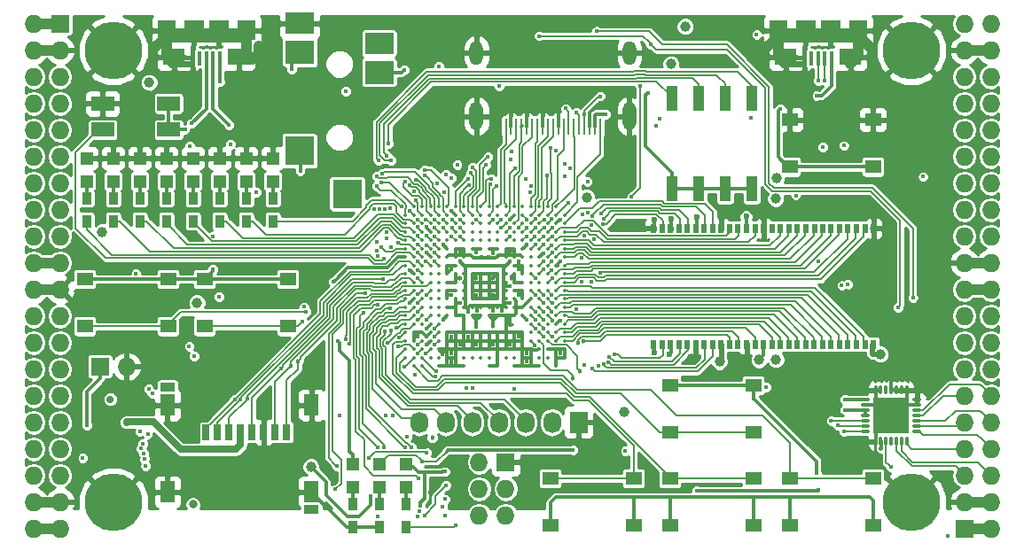
<source format=gtl>
G04 #@! TF.FileFunction,Copper,L1,Top,Signal*
%FSLAX46Y46*%
G04 Gerber Fmt 4.6, Leading zero omitted, Abs format (unit mm)*
G04 Created by KiCad (PCBNEW 4.0.7+dfsg1-1) date Fri Nov 17 22:58:38 2017*
%MOMM*%
%LPD*%
G01*
G04 APERTURE LIST*
%ADD10C,0.100000*%
%ADD11R,1.727200X1.727200*%
%ADD12O,1.727200X1.727200*%
%ADD13C,5.500000*%
%ADD14R,2.200000X1.400000*%
%ADD15R,0.900000X1.200000*%
%ADD16R,2.100000X1.600000*%
%ADD17R,1.900000X1.900000*%
%ADD18R,0.400000X1.350000*%
%ADD19R,1.800000X1.900000*%
%ADD20O,0.850000X0.300000*%
%ADD21O,0.300000X0.850000*%
%ADD22R,1.675000X1.675000*%
%ADD23R,1.727200X2.032000*%
%ADD24O,1.727200X2.032000*%
%ADD25R,1.550000X1.300000*%
%ADD26R,1.120000X2.440000*%
%ADD27C,0.350000*%
%ADD28R,1.200000X1.200000*%
%ADD29R,2.800000X2.000000*%
%ADD30R,2.800000X2.200000*%
%ADD31R,2.800000X2.800000*%
%ADD32O,1.300000X2.700000*%
%ADD33O,1.300000X2.300000*%
%ADD34R,0.250000X1.600000*%
%ADD35R,0.700000X1.500000*%
%ADD36R,1.450000X0.900000*%
%ADD37R,1.450000X2.000000*%
%ADD38R,0.560000X0.900000*%
%ADD39C,0.600000*%
%ADD40C,0.400000*%
%ADD41C,1.000000*%
%ADD42C,0.454000*%
%ADD43C,0.800000*%
%ADD44C,0.700000*%
%ADD45C,0.300000*%
%ADD46C,1.000000*%
%ADD47C,0.500000*%
%ADD48C,0.600000*%
%ADD49C,0.190000*%
%ADD50C,0.200000*%
%ADD51C,0.700000*%
%ADD52C,0.127000*%
%ADD53C,0.254000*%
G04 APERTURE END LIST*
D10*
D11*
X97910000Y-62690000D03*
D12*
X95370000Y-62690000D03*
X97910000Y-65230000D03*
X95370000Y-65230000D03*
X97910000Y-67770000D03*
X95370000Y-67770000D03*
X97910000Y-70310000D03*
X95370000Y-70310000D03*
X97910000Y-72850000D03*
X95370000Y-72850000D03*
X97910000Y-75390000D03*
X95370000Y-75390000D03*
X97910000Y-77930000D03*
X95370000Y-77930000D03*
X97910000Y-80470000D03*
X95370000Y-80470000D03*
X97910000Y-83010000D03*
X95370000Y-83010000D03*
X97910000Y-85550000D03*
X95370000Y-85550000D03*
X97910000Y-88090000D03*
X95370000Y-88090000D03*
X97910000Y-90630000D03*
X95370000Y-90630000D03*
X97910000Y-93170000D03*
X95370000Y-93170000D03*
X97910000Y-95710000D03*
X95370000Y-95710000D03*
X97910000Y-98250000D03*
X95370000Y-98250000D03*
X97910000Y-100790000D03*
X95370000Y-100790000D03*
X97910000Y-103330000D03*
X95370000Y-103330000D03*
X97910000Y-105870000D03*
X95370000Y-105870000D03*
X97910000Y-108410000D03*
X95370000Y-108410000D03*
X97910000Y-110950000D03*
X95370000Y-110950000D03*
D11*
X184270000Y-110950000D03*
D12*
X186810000Y-110950000D03*
X184270000Y-108410000D03*
X186810000Y-108410000D03*
X184270000Y-105870000D03*
X186810000Y-105870000D03*
X184270000Y-103330000D03*
X186810000Y-103330000D03*
X184270000Y-100790000D03*
X186810000Y-100790000D03*
X184270000Y-98250000D03*
X186810000Y-98250000D03*
X184270000Y-95710000D03*
X186810000Y-95710000D03*
X184270000Y-93170000D03*
X186810000Y-93170000D03*
X184270000Y-90630000D03*
X186810000Y-90630000D03*
X184270000Y-88090000D03*
X186810000Y-88090000D03*
X184270000Y-85550000D03*
X186810000Y-85550000D03*
X184270000Y-83010000D03*
X186810000Y-83010000D03*
X184270000Y-80470000D03*
X186810000Y-80470000D03*
X184270000Y-77930000D03*
X186810000Y-77930000D03*
X184270000Y-75390000D03*
X186810000Y-75390000D03*
X184270000Y-72850000D03*
X186810000Y-72850000D03*
X184270000Y-70310000D03*
X186810000Y-70310000D03*
X184270000Y-67770000D03*
X186810000Y-67770000D03*
X184270000Y-65230000D03*
X186810000Y-65230000D03*
X184270000Y-62690000D03*
X186810000Y-62690000D03*
D13*
X102990000Y-108410000D03*
X179190000Y-108410000D03*
X179190000Y-65230000D03*
X102990000Y-65230000D03*
D14*
X108274000Y-70330000D03*
X101974000Y-70330000D03*
X101974000Y-72830000D03*
X108274000Y-72830000D03*
D11*
X101720000Y-95456000D03*
D12*
X104260000Y-95456000D03*
D15*
X128390000Y-108580000D03*
X128390000Y-110780000D03*
X130930000Y-110780000D03*
X130930000Y-108580000D03*
D16*
X114980000Y-65875000D03*
X108780000Y-65875000D03*
D17*
X113080000Y-63325000D03*
X110680000Y-63325000D03*
D18*
X113180000Y-66000000D03*
X112530000Y-66000000D03*
X111880000Y-66000000D03*
X111230000Y-66000000D03*
X110580000Y-66000000D03*
D19*
X115680000Y-63325000D03*
X108080000Y-63325000D03*
D16*
X173400000Y-65875000D03*
X167200000Y-65875000D03*
D17*
X171500000Y-63325000D03*
X169100000Y-63325000D03*
D18*
X171600000Y-66000000D03*
X170950000Y-66000000D03*
X170300000Y-66000000D03*
X169650000Y-66000000D03*
X169000000Y-66000000D03*
D19*
X174100000Y-63325000D03*
X166500000Y-63325000D03*
D11*
X140455000Y-104600000D03*
D12*
X137915000Y-104600000D03*
X140455000Y-107140000D03*
X137915000Y-107140000D03*
X140455000Y-109680000D03*
X137915000Y-109680000D03*
D15*
X118230000Y-81570000D03*
X118230000Y-79370000D03*
X115690000Y-81570000D03*
X115690000Y-79370000D03*
X113150000Y-81570000D03*
X113150000Y-79370000D03*
X110610000Y-81570000D03*
X110610000Y-79370000D03*
X108070000Y-81570000D03*
X108070000Y-79370000D03*
X105530000Y-81570000D03*
X105530000Y-79370000D03*
X102990000Y-81570000D03*
X102990000Y-79370000D03*
X100450000Y-81570000D03*
X100450000Y-79370000D03*
D20*
X179735000Y-101655000D03*
X179735000Y-101155000D03*
X179735000Y-100655000D03*
X179735000Y-100155000D03*
X179735000Y-99655000D03*
X179735000Y-99155000D03*
X179735000Y-98655000D03*
D21*
X178785000Y-97705000D03*
X178285000Y-97705000D03*
X177785000Y-97705000D03*
X177285000Y-97705000D03*
X176785000Y-97705000D03*
X176285000Y-97705000D03*
X175785000Y-97705000D03*
D20*
X174835000Y-98655000D03*
X174835000Y-99155000D03*
X174835000Y-99655000D03*
X174835000Y-100155000D03*
X174835000Y-100655000D03*
X174835000Y-101155000D03*
X174835000Y-101655000D03*
D21*
X175785000Y-102605000D03*
X176285000Y-102605000D03*
X176785000Y-102605000D03*
X177285000Y-102605000D03*
X177785000Y-102605000D03*
X178285000Y-102605000D03*
X178785000Y-102605000D03*
D22*
X176447500Y-99317500D03*
X176447500Y-100992500D03*
X178122500Y-99317500D03*
X178122500Y-100992500D03*
D23*
X147440000Y-100790000D03*
D24*
X144900000Y-100790000D03*
X142360000Y-100790000D03*
X139820000Y-100790000D03*
X137280000Y-100790000D03*
X134740000Y-100790000D03*
X132200000Y-100790000D03*
D25*
X175550000Y-71870000D03*
X175550000Y-76370000D03*
X167590000Y-76370000D03*
X167590000Y-71870000D03*
X100280000Y-91610000D03*
X100280000Y-87110000D03*
X108240000Y-87110000D03*
X108240000Y-91610000D03*
X111710000Y-91610000D03*
X111710000Y-87110000D03*
X119670000Y-87110000D03*
X119670000Y-91610000D03*
X156160000Y-101770000D03*
X156160000Y-97270000D03*
X164120000Y-97270000D03*
X164120000Y-101770000D03*
X164120000Y-106160000D03*
X164120000Y-110660000D03*
X156160000Y-110660000D03*
X156160000Y-106160000D03*
X152690000Y-106160000D03*
X152690000Y-110660000D03*
X144730000Y-110660000D03*
X144730000Y-106160000D03*
X175550000Y-106160000D03*
X175550000Y-110660000D03*
X167590000Y-110660000D03*
X167590000Y-106160000D03*
D26*
X163950000Y-69815000D03*
X156330000Y-78425000D03*
X161410000Y-69815000D03*
X158870000Y-78425000D03*
X158870000Y-69815000D03*
X161410000Y-78425000D03*
X156330000Y-69815000D03*
X163950000Y-78425000D03*
D27*
X131680000Y-80200000D03*
X132480000Y-80200000D03*
X133280000Y-80200000D03*
X134080000Y-80200000D03*
X134880000Y-80200000D03*
X135680000Y-80200000D03*
X136480000Y-80200000D03*
X137280000Y-80200000D03*
X138080000Y-80200000D03*
X138880000Y-80200000D03*
X139680000Y-80200000D03*
X140480000Y-80200000D03*
X141280000Y-80200000D03*
X142080000Y-80200000D03*
X142880000Y-80200000D03*
X143680000Y-80200000D03*
X144480000Y-80200000D03*
X145280000Y-80200000D03*
X130880000Y-81000000D03*
X131680000Y-81000000D03*
X132480000Y-81000000D03*
X133280000Y-81000000D03*
X134080000Y-81000000D03*
X134880000Y-81000000D03*
X135680000Y-81000000D03*
X136480000Y-81000000D03*
X137280000Y-81000000D03*
X138080000Y-81000000D03*
X138880000Y-81000000D03*
X139680000Y-81000000D03*
X140480000Y-81000000D03*
X141280000Y-81000000D03*
X142080000Y-81000000D03*
X142880000Y-81000000D03*
X143680000Y-81000000D03*
X144480000Y-81000000D03*
X145280000Y-81000000D03*
X146080000Y-81000000D03*
X130880000Y-81800000D03*
X131680000Y-81800000D03*
X132480000Y-81800000D03*
X133280000Y-81800000D03*
X134080000Y-81800000D03*
X134880000Y-81800000D03*
X135680000Y-81800000D03*
X136480000Y-81800000D03*
X137280000Y-81800000D03*
X138080000Y-81800000D03*
X138880000Y-81800000D03*
X139680000Y-81800000D03*
X140480000Y-81800000D03*
X141280000Y-81800000D03*
X142080000Y-81800000D03*
X142880000Y-81800000D03*
X143680000Y-81800000D03*
X144480000Y-81800000D03*
X145280000Y-81800000D03*
X146080000Y-81800000D03*
X130880000Y-82600000D03*
X131680000Y-82600000D03*
X132480000Y-82600000D03*
X133280000Y-82600000D03*
X134080000Y-82600000D03*
X134880000Y-82600000D03*
X135680000Y-82600000D03*
X136480000Y-82600000D03*
X137280000Y-82600000D03*
X138080000Y-82600000D03*
X138880000Y-82600000D03*
X139680000Y-82600000D03*
X140480000Y-82600000D03*
X141280000Y-82600000D03*
X142080000Y-82600000D03*
X142880000Y-82600000D03*
X143680000Y-82600000D03*
X144480000Y-82600000D03*
X145280000Y-82600000D03*
X146080000Y-82600000D03*
X130880000Y-83400000D03*
X131680000Y-83400000D03*
X132480000Y-83400000D03*
X133280000Y-83400000D03*
X134080000Y-83400000D03*
X134880000Y-83400000D03*
X135680000Y-83400000D03*
X136480000Y-83400000D03*
X137280000Y-83400000D03*
X138080000Y-83400000D03*
X138880000Y-83400000D03*
X139680000Y-83400000D03*
X140480000Y-83400000D03*
X141280000Y-83400000D03*
X142080000Y-83400000D03*
X142880000Y-83400000D03*
X143680000Y-83400000D03*
X144480000Y-83400000D03*
X145280000Y-83400000D03*
X146080000Y-83400000D03*
X130880000Y-84200000D03*
X131680000Y-84200000D03*
X132480000Y-84200000D03*
X133280000Y-84200000D03*
X134080000Y-84200000D03*
X134880000Y-84200000D03*
X135680000Y-84200000D03*
X136480000Y-84200000D03*
X137280000Y-84200000D03*
X138080000Y-84200000D03*
X138880000Y-84200000D03*
X139680000Y-84200000D03*
X140480000Y-84200000D03*
X141280000Y-84200000D03*
X142080000Y-84200000D03*
X142880000Y-84200000D03*
X143680000Y-84200000D03*
X144480000Y-84200000D03*
X145280000Y-84200000D03*
X146080000Y-84200000D03*
X130880000Y-85000000D03*
X131680000Y-85000000D03*
X132480000Y-85000000D03*
X133280000Y-85000000D03*
X134080000Y-85000000D03*
X134880000Y-85000000D03*
X135680000Y-85000000D03*
X136480000Y-85000000D03*
X137280000Y-85000000D03*
X138080000Y-85000000D03*
X138880000Y-85000000D03*
X139680000Y-85000000D03*
X140480000Y-85000000D03*
X141280000Y-85000000D03*
X142080000Y-85000000D03*
X142880000Y-85000000D03*
X143680000Y-85000000D03*
X144480000Y-85000000D03*
X145280000Y-85000000D03*
X146080000Y-85000000D03*
X130880000Y-85800000D03*
X131680000Y-85800000D03*
X132480000Y-85800000D03*
X133280000Y-85800000D03*
X134080000Y-85800000D03*
X134880000Y-85800000D03*
X135680000Y-85800000D03*
X136480000Y-85800000D03*
X137280000Y-85800000D03*
X138080000Y-85800000D03*
X138880000Y-85800000D03*
X139680000Y-85800000D03*
X140480000Y-85800000D03*
X141280000Y-85800000D03*
X142080000Y-85800000D03*
X142880000Y-85800000D03*
X143680000Y-85800000D03*
X144480000Y-85800000D03*
X145280000Y-85800000D03*
X146080000Y-85800000D03*
X130880000Y-86600000D03*
X131680000Y-86600000D03*
X132480000Y-86600000D03*
X133280000Y-86600000D03*
X134080000Y-86600000D03*
X134880000Y-86600000D03*
X135680000Y-86600000D03*
X136480000Y-86600000D03*
X137280000Y-86600000D03*
X138080000Y-86600000D03*
X138880000Y-86600000D03*
X139680000Y-86600000D03*
X140480000Y-86600000D03*
X141280000Y-86600000D03*
X142080000Y-86600000D03*
X142880000Y-86600000D03*
X143680000Y-86600000D03*
X144480000Y-86600000D03*
X145280000Y-86600000D03*
X146080000Y-86600000D03*
X130880000Y-87400000D03*
X131680000Y-87400000D03*
X132480000Y-87400000D03*
X133280000Y-87400000D03*
X134080000Y-87400000D03*
X134880000Y-87400000D03*
X135680000Y-87400000D03*
X136480000Y-87400000D03*
X137280000Y-87400000D03*
X138080000Y-87400000D03*
X138880000Y-87400000D03*
X139680000Y-87400000D03*
X140480000Y-87400000D03*
X141280000Y-87400000D03*
X142080000Y-87400000D03*
X142880000Y-87400000D03*
X143680000Y-87400000D03*
X144480000Y-87400000D03*
X145280000Y-87400000D03*
X146080000Y-87400000D03*
X130880000Y-88200000D03*
X131680000Y-88200000D03*
X132480000Y-88200000D03*
X133280000Y-88200000D03*
X134080000Y-88200000D03*
X134880000Y-88200000D03*
X135680000Y-88200000D03*
X136480000Y-88200000D03*
X137280000Y-88200000D03*
X138080000Y-88200000D03*
X138880000Y-88200000D03*
X139680000Y-88200000D03*
X140480000Y-88200000D03*
X141280000Y-88200000D03*
X142080000Y-88200000D03*
X142880000Y-88200000D03*
X143680000Y-88200000D03*
X144480000Y-88200000D03*
X145280000Y-88200000D03*
X146080000Y-88200000D03*
X130880000Y-89000000D03*
X131680000Y-89000000D03*
X132480000Y-89000000D03*
X133280000Y-89000000D03*
X134080000Y-89000000D03*
X134880000Y-89000000D03*
X135680000Y-89000000D03*
X136480000Y-89000000D03*
X137280000Y-89000000D03*
X138080000Y-89000000D03*
X138880000Y-89000000D03*
X139680000Y-89000000D03*
X140480000Y-89000000D03*
X141280000Y-89000000D03*
X142080000Y-89000000D03*
X142880000Y-89000000D03*
X143680000Y-89000000D03*
X144480000Y-89000000D03*
X145280000Y-89000000D03*
X146080000Y-89000000D03*
X130880000Y-89800000D03*
X131680000Y-89800000D03*
X132480000Y-89800000D03*
X133280000Y-89800000D03*
X134080000Y-89800000D03*
X134880000Y-89800000D03*
X135680000Y-89800000D03*
X136480000Y-89800000D03*
X137280000Y-89800000D03*
X138080000Y-89800000D03*
X138880000Y-89800000D03*
X139680000Y-89800000D03*
X140480000Y-89800000D03*
X141280000Y-89800000D03*
X142080000Y-89800000D03*
X142880000Y-89800000D03*
X143680000Y-89800000D03*
X144480000Y-89800000D03*
X145280000Y-89800000D03*
X146080000Y-89800000D03*
X130880000Y-90600000D03*
X131680000Y-90600000D03*
X132480000Y-90600000D03*
X133280000Y-90600000D03*
X134080000Y-90600000D03*
X134880000Y-90600000D03*
X135680000Y-90600000D03*
X136480000Y-90600000D03*
X137280000Y-90600000D03*
X138080000Y-90600000D03*
X138880000Y-90600000D03*
X139680000Y-90600000D03*
X140480000Y-90600000D03*
X141280000Y-90600000D03*
X142080000Y-90600000D03*
X142880000Y-90600000D03*
X143680000Y-90600000D03*
X144480000Y-90600000D03*
X145280000Y-90600000D03*
X146080000Y-90600000D03*
X130880000Y-91400000D03*
X131680000Y-91400000D03*
X132480000Y-91400000D03*
X133280000Y-91400000D03*
X134080000Y-91400000D03*
X142880000Y-91400000D03*
X143680000Y-91400000D03*
X144480000Y-91400000D03*
X145280000Y-91400000D03*
X146080000Y-91400000D03*
X130880000Y-92200000D03*
X131680000Y-92200000D03*
X132480000Y-92200000D03*
X133280000Y-92200000D03*
X134080000Y-92200000D03*
X134880000Y-92200000D03*
X135680000Y-92200000D03*
X136480000Y-92200000D03*
X137280000Y-92200000D03*
X138080000Y-92200000D03*
X138880000Y-92200000D03*
X139680000Y-92200000D03*
X140480000Y-92200000D03*
X141280000Y-92200000D03*
X142080000Y-92200000D03*
X142880000Y-92200000D03*
X143680000Y-92200000D03*
X144480000Y-92200000D03*
X145280000Y-92200000D03*
X146080000Y-92200000D03*
X130880000Y-93000000D03*
X131680000Y-93000000D03*
X132480000Y-93000000D03*
X133280000Y-93000000D03*
X134080000Y-93000000D03*
X134880000Y-93000000D03*
X135680000Y-93000000D03*
X136480000Y-93000000D03*
X137280000Y-93000000D03*
X138080000Y-93000000D03*
X138880000Y-93000000D03*
X139680000Y-93000000D03*
X140480000Y-93000000D03*
X141280000Y-93000000D03*
X142080000Y-93000000D03*
X142880000Y-93000000D03*
X143680000Y-93000000D03*
X144480000Y-93000000D03*
X145280000Y-93000000D03*
X146080000Y-93000000D03*
X130880000Y-93800000D03*
X131680000Y-93800000D03*
X132480000Y-93800000D03*
X133280000Y-93800000D03*
X134080000Y-93800000D03*
X134880000Y-93800000D03*
X135680000Y-93800000D03*
X136480000Y-93800000D03*
X137280000Y-93800000D03*
X138080000Y-93800000D03*
X138880000Y-93800000D03*
X139680000Y-93800000D03*
X140480000Y-93800000D03*
X141280000Y-93800000D03*
X142080000Y-93800000D03*
X142880000Y-93800000D03*
X143680000Y-93800000D03*
X144480000Y-93800000D03*
X145280000Y-93800000D03*
X146080000Y-93800000D03*
X130880000Y-94600000D03*
X131680000Y-94600000D03*
X132480000Y-94600000D03*
X133280000Y-94600000D03*
X134080000Y-94600000D03*
X134880000Y-94600000D03*
X135680000Y-94600000D03*
X136480000Y-94600000D03*
X137280000Y-94600000D03*
X138080000Y-94600000D03*
X138880000Y-94600000D03*
X139680000Y-94600000D03*
X140480000Y-94600000D03*
X141280000Y-94600000D03*
X142080000Y-94600000D03*
X142880000Y-94600000D03*
X143680000Y-94600000D03*
X144480000Y-94600000D03*
X145280000Y-94600000D03*
X146080000Y-94600000D03*
X131680000Y-95400000D03*
X132480000Y-95400000D03*
X134080000Y-95400000D03*
X134880000Y-95400000D03*
X135680000Y-95400000D03*
X136480000Y-95400000D03*
X138880000Y-95400000D03*
X139680000Y-95400000D03*
X141280000Y-95400000D03*
X142080000Y-95400000D03*
X142880000Y-95400000D03*
X143680000Y-95400000D03*
X145280000Y-95400000D03*
D28*
X125850000Y-104770000D03*
X125850000Y-106970000D03*
D15*
X125850000Y-108580000D03*
X125850000Y-110780000D03*
D28*
X128390000Y-104770000D03*
X128390000Y-106970000D03*
X118230000Y-77760000D03*
X118230000Y-75560000D03*
X115690000Y-77760000D03*
X115690000Y-75560000D03*
X113150000Y-77760000D03*
X113150000Y-75560000D03*
X110610000Y-77760000D03*
X110610000Y-75560000D03*
X108070000Y-77760000D03*
X108070000Y-75560000D03*
X105530000Y-77760000D03*
X105530000Y-75560000D03*
X102990000Y-77760000D03*
X102990000Y-75560000D03*
X100450000Y-77760000D03*
X100450000Y-75560000D03*
X130930000Y-104770000D03*
X130930000Y-106970000D03*
D29*
X120780000Y-62648000D03*
D30*
X120780000Y-65448000D03*
D31*
X120780000Y-74848000D03*
X125330000Y-78948000D03*
D30*
X128380000Y-67348000D03*
D29*
X128380000Y-64548000D03*
D32*
X152280000Y-71550000D03*
X137680000Y-71550000D03*
D33*
X137680000Y-65500000D03*
D34*
X140480000Y-72500000D03*
X140980000Y-72500000D03*
X141480000Y-72500000D03*
X141980000Y-72500000D03*
X142480000Y-72500000D03*
X142980000Y-72500000D03*
X143480000Y-72500000D03*
X143980000Y-72500000D03*
X144480000Y-72500000D03*
X144980000Y-72500000D03*
X145480000Y-72500000D03*
X145980000Y-72500000D03*
X146480000Y-72500000D03*
X146980000Y-72500000D03*
X147480000Y-72500000D03*
X147980000Y-72500000D03*
X148480000Y-72500000D03*
X148980000Y-72500000D03*
X149480000Y-72500000D03*
D33*
X152280000Y-65500000D03*
D35*
X111850000Y-101750000D03*
X112950000Y-101750000D03*
X114050000Y-101750000D03*
X115150000Y-101750000D03*
X116250000Y-101750000D03*
X117350000Y-101750000D03*
X118450000Y-101750000D03*
X119550000Y-101750000D03*
D36*
X108175000Y-97450000D03*
X121925000Y-109100000D03*
D37*
X121925000Y-99150000D03*
X108175000Y-99150000D03*
X108175000Y-107450000D03*
X121925000Y-107450000D03*
D38*
X175580000Y-82270000D03*
X154580000Y-93330000D03*
X155387600Y-93330000D03*
X156195300Y-93330000D03*
X157003000Y-93330000D03*
X157810700Y-93330000D03*
X158618400Y-93330000D03*
X159426100Y-93330000D03*
X160233800Y-93330000D03*
X161041500Y-93330000D03*
X161849200Y-93330000D03*
X162656900Y-93330000D03*
X163464600Y-93330000D03*
X164272300Y-93330000D03*
X165080000Y-93330000D03*
X165887700Y-93330000D03*
X166695400Y-93330000D03*
X167503100Y-93330000D03*
X168310800Y-93330000D03*
X169118500Y-93330000D03*
X169926200Y-93330000D03*
X170733900Y-93330000D03*
X171541600Y-93330000D03*
X172349300Y-93330000D03*
X173157000Y-93330000D03*
X173964700Y-93330000D03*
X174772400Y-93330000D03*
X175580000Y-93330000D03*
X174772400Y-82270000D03*
X173964700Y-82270000D03*
X173157000Y-82270000D03*
X172349300Y-82270000D03*
X171541600Y-82270000D03*
X170772400Y-82270000D03*
X169964700Y-82270000D03*
X169118500Y-82270000D03*
X168310800Y-82270000D03*
X167503100Y-82270000D03*
X166695400Y-82270000D03*
X165887700Y-82270000D03*
X165080000Y-82270000D03*
X164272300Y-82270000D03*
X163464600Y-82270000D03*
X162656900Y-82270000D03*
X161849200Y-82270000D03*
X161041500Y-82270000D03*
X160233800Y-82270000D03*
X159426100Y-82270000D03*
X158618400Y-82270000D03*
X157810700Y-82270000D03*
X157003000Y-82270000D03*
X156195300Y-82270000D03*
X155387600Y-82270000D03*
X154580000Y-82270000D03*
D39*
X123437000Y-108972000D03*
D40*
X132871770Y-84533979D03*
X132862998Y-82124544D03*
X131278306Y-86213101D03*
X135281276Y-80583119D03*
X131279502Y-89407325D03*
X170309539Y-85441529D03*
X145698456Y-91073766D03*
D39*
X156262773Y-81349374D03*
X154657528Y-81463649D03*
D41*
X158233687Y-94760979D03*
D40*
X145672808Y-85396062D03*
X144103186Y-84622010D03*
X133216000Y-107465000D03*
X137680000Y-88600000D03*
X142480000Y-95000000D03*
X141680000Y-92600000D03*
X140836000Y-84534000D03*
X135284627Y-94985297D03*
X135288625Y-94225619D03*
X134455822Y-94267172D03*
X136095958Y-93369652D03*
D42*
X139264636Y-91615205D03*
D41*
X116880503Y-64802940D03*
X106974809Y-64953974D03*
X175210328Y-64948943D03*
X165417246Y-64954666D03*
D40*
X175495631Y-71457432D03*
X145680000Y-94177990D03*
X177285000Y-95710000D03*
D41*
X177229911Y-82281349D03*
D39*
X164741832Y-81130572D03*
X161067993Y-81216119D03*
D41*
X162992748Y-94820185D03*
D40*
X140880000Y-81400000D03*
X136085174Y-89394826D03*
X145680000Y-81400000D03*
X140874194Y-91433353D03*
X142480000Y-94200000D03*
X140880000Y-93400000D03*
X139280000Y-93400000D03*
X137680000Y-93400000D03*
X136880000Y-92600000D03*
X135280000Y-92600000D03*
X132880000Y-91800000D03*
X132880000Y-93400000D03*
D42*
X141042859Y-86994997D03*
X139280000Y-87000000D03*
X136110990Y-86995403D03*
X137680000Y-87000000D03*
X136080000Y-84600000D03*
X139280000Y-88600000D03*
D40*
X127586603Y-107875044D03*
D41*
X166343357Y-77477990D03*
D40*
X172564535Y-87722010D03*
D41*
X121861867Y-105030174D03*
D40*
X150030853Y-71331848D03*
D41*
X156235582Y-66548363D03*
X166248957Y-79408030D03*
X101932065Y-82585048D03*
X106417803Y-68312483D03*
X166280000Y-94800000D03*
X157600000Y-62944000D03*
X176254940Y-94288458D03*
D40*
X180340784Y-77316932D03*
X109828000Y-72830000D03*
D39*
X154683145Y-94115840D03*
D40*
X148271935Y-77777990D03*
D43*
X110593913Y-108636458D03*
D41*
X160884708Y-94994498D03*
D39*
X156077107Y-94326957D03*
D40*
X173137949Y-87594275D03*
D41*
X148202454Y-79278787D03*
D44*
X102710050Y-98594954D03*
D40*
X154794000Y-72426000D03*
X129005202Y-100174798D03*
X137659051Y-91638034D03*
X139820000Y-68665673D03*
X172834633Y-99599920D03*
X172879922Y-98618650D03*
X176305593Y-103279812D03*
X165349214Y-97422919D03*
X164433885Y-63737451D03*
X134079160Y-66786153D03*
X116654336Y-78777990D03*
D39*
X163422030Y-81120665D03*
X158680000Y-81210838D03*
D40*
X112515000Y-83010000D03*
X100080000Y-104200000D03*
X113080000Y-88800000D03*
D41*
X164653770Y-94825547D03*
D40*
X135273306Y-88618602D03*
X139272517Y-84611349D03*
X137680556Y-84534085D03*
X141680000Y-86200000D03*
X135280000Y-86200000D03*
X132880000Y-92600000D03*
X132080000Y-92600000D03*
X141680000Y-88600000D03*
X141680000Y-85400000D03*
X121401947Y-90251871D03*
X129988160Y-91721995D03*
X130302262Y-92700329D03*
X121041200Y-91125073D03*
D41*
X110991000Y-89360000D03*
D40*
X142480000Y-91000000D03*
X142480000Y-83800000D03*
X134480000Y-83800000D03*
X134480000Y-91000000D03*
X105160274Y-86610828D03*
X125193541Y-69156848D03*
X155149360Y-71764535D03*
X170182962Y-69571012D03*
X170362901Y-107286196D03*
X158716651Y-107325176D03*
X128216338Y-109760338D03*
X132708000Y-109680000D03*
X137295592Y-97538017D03*
X134750646Y-106810513D03*
X133680000Y-91800000D03*
X136740903Y-97514503D03*
X134675868Y-108131585D03*
D42*
X133449289Y-102232615D03*
D40*
X133680000Y-92600000D03*
X132936956Y-103711000D03*
X127385678Y-104203668D03*
X133685482Y-93402296D03*
X134463998Y-108841973D03*
X131039072Y-102187000D03*
X131808905Y-96227367D03*
X134636872Y-109719950D03*
X132846234Y-94197073D03*
X120834553Y-76779094D03*
X130761990Y-67119621D03*
X147186000Y-71200000D03*
X147983153Y-71347080D03*
X149475951Y-69619684D03*
X153297112Y-68608292D03*
X177926984Y-89812061D03*
X154329326Y-64643767D03*
X152497066Y-79193467D03*
X146481406Y-79819384D03*
X143650666Y-63862520D03*
X179351513Y-88868327D03*
X149134122Y-63424051D03*
X140035989Y-81400000D03*
X115759823Y-98502036D03*
X132083026Y-86260405D03*
X128776655Y-87135140D03*
X119008515Y-95662939D03*
D42*
X119978162Y-95412951D03*
X120634035Y-94977604D03*
D40*
X113212238Y-68244401D03*
X146180000Y-70800000D03*
X131453853Y-103208291D03*
X149771692Y-81825658D03*
X144080000Y-86200000D03*
X149520824Y-86534121D03*
X144894316Y-86977564D03*
X144873936Y-83860397D03*
X149549750Y-80868432D03*
D42*
X147355672Y-93219294D03*
D40*
X144113248Y-92588762D03*
X144875155Y-86218896D03*
X149846468Y-81303978D03*
X144916886Y-83016385D03*
X148719886Y-81056015D03*
D42*
X147915304Y-93063131D03*
D40*
X144882352Y-92577990D03*
X148747982Y-95669626D03*
X144891634Y-91073766D03*
X149795895Y-95251084D03*
X144867244Y-90229755D03*
X150278898Y-95040253D03*
X144892596Y-89385743D03*
X150345974Y-94517527D03*
X144877648Y-88622010D03*
X150889207Y-94332565D03*
X143280000Y-87000000D03*
X130807074Y-95454141D03*
X130171404Y-93544341D03*
X132080000Y-93400000D03*
X129196652Y-93209125D03*
X133852393Y-95875797D03*
X141280000Y-97600000D03*
X133762848Y-96395146D03*
X132080000Y-94200000D03*
X128610772Y-84072485D03*
X105895603Y-103765816D03*
X130839486Y-103208291D03*
X132075624Y-89410644D03*
X129449238Y-89926948D03*
X128806823Y-103185900D03*
X128251440Y-89564206D03*
X132162861Y-106185868D03*
X132880000Y-88600000D03*
X124329568Y-104994951D03*
X127040053Y-88481065D03*
X132080000Y-87000000D03*
X125499542Y-93250681D03*
X124202418Y-107207639D03*
X132024412Y-109766775D03*
X110313517Y-74380698D03*
X132219727Y-109277292D03*
X114166000Y-74247000D03*
X135315381Y-81391918D03*
X135280062Y-77463305D03*
X134471370Y-81406751D03*
X134758050Y-77130140D03*
X132761172Y-77202673D03*
X132737245Y-76676207D03*
X128644933Y-77050030D03*
X128152012Y-77257840D03*
X128125571Y-78233647D03*
X110718734Y-94451783D03*
X128590544Y-77894041D03*
X110249038Y-93533767D03*
X106368514Y-97613395D03*
X131253134Y-78134216D03*
X132783339Y-81400004D03*
X106741168Y-98035405D03*
X131709326Y-78745875D03*
X132079024Y-82984045D03*
X129109095Y-82655074D03*
X105572759Y-101661319D03*
X132880889Y-83897835D03*
X129054383Y-83179239D03*
X106281049Y-101893466D03*
X129487667Y-84079929D03*
X132083682Y-83828056D03*
X105813763Y-102819336D03*
X132062099Y-84533979D03*
X128165458Y-83528763D03*
X105627254Y-103312241D03*
X128183315Y-84380742D03*
X105992720Y-104283802D03*
X133671942Y-84595200D03*
X132834641Y-85377990D03*
X128203260Y-84907376D03*
X106088753Y-104974041D03*
D42*
X146862501Y-96617499D03*
X147534467Y-95913260D03*
D40*
X147927932Y-95329243D03*
X143280000Y-91000000D03*
X149284391Y-95377990D03*
X144077013Y-90266968D03*
X147207648Y-89973043D03*
X144076240Y-89395301D03*
X143281824Y-90201951D03*
X144102010Y-85397219D03*
X147687522Y-85093328D03*
X144868096Y-85371354D03*
X148610669Y-81900026D03*
X144102010Y-83000000D03*
X144888125Y-82172374D03*
X147695541Y-87377990D03*
X144082832Y-88584510D03*
X148688598Y-87378077D03*
X143278026Y-88595030D03*
X144125486Y-82186468D03*
X148298275Y-80739810D03*
X144876540Y-81328363D03*
X147802234Y-80917812D03*
X139280000Y-81400000D03*
X139578623Y-78205862D03*
X139034115Y-78040948D03*
X139046749Y-77514088D03*
X138580000Y-76200000D03*
X138779198Y-75400762D03*
X137680000Y-81400000D03*
X137308732Y-76415018D03*
X137106948Y-76979922D03*
X136859538Y-77550820D03*
X136922059Y-78097889D03*
X136096392Y-81395070D03*
X135830698Y-76200613D03*
X148878722Y-83261032D03*
X144915665Y-84598743D03*
X148001372Y-82958777D03*
X144103186Y-83777990D03*
X142841210Y-78784254D03*
X142473549Y-82998913D03*
X142864275Y-78217369D03*
X142437464Y-82181475D03*
X146089079Y-77300571D03*
X144144931Y-81387081D03*
X144394875Y-77219934D03*
X146577729Y-76500816D03*
X143281475Y-82206074D03*
X146130802Y-76060132D03*
X143300920Y-81377293D03*
X145255695Y-74817220D03*
X141662690Y-82207782D03*
X142456909Y-81405800D03*
X140030954Y-82200000D03*
X141342967Y-76554996D03*
X141046643Y-74873804D03*
X140864029Y-83041403D03*
X140874966Y-82177164D03*
X140980062Y-75681941D03*
X115149319Y-98625494D03*
X132872609Y-82968555D03*
X132080007Y-82103333D03*
X132080000Y-81400000D03*
X131847310Y-79589886D03*
X130856828Y-77786820D03*
X131923295Y-77584853D03*
X133648389Y-82190597D03*
X133627359Y-81414685D03*
X129477855Y-92000822D03*
X132880000Y-91000000D03*
X128879646Y-92111037D03*
X132077648Y-90977990D03*
X131275302Y-80595752D03*
X130489904Y-80167235D03*
X128823114Y-85153560D03*
X132072985Y-85377990D03*
X134476508Y-82180155D03*
X133942383Y-77980766D03*
X163908850Y-71651861D03*
X135656559Y-110610712D03*
X132468001Y-104503413D03*
X146844288Y-103452739D03*
X132285867Y-108754446D03*
X134707351Y-105508447D03*
D44*
X104260000Y-100790000D03*
D40*
X114604320Y-98573680D03*
X112515000Y-86185000D03*
X164144561Y-98511733D03*
X169506589Y-107953726D03*
X170157734Y-105666345D03*
X170735900Y-74464979D03*
X143257990Y-83000000D03*
X168166438Y-79108038D03*
X151896383Y-103510715D03*
X114039000Y-72342000D03*
X110483000Y-72215000D03*
X143269694Y-93414905D03*
X177274002Y-105079115D03*
X172761273Y-101651681D03*
X143280000Y-91800000D03*
X172193360Y-101105663D03*
X144064831Y-91877646D03*
X171540304Y-100645743D03*
X144080000Y-91000000D03*
X154052298Y-69302298D03*
X128333179Y-75769807D03*
X134613000Y-78819000D03*
X135280000Y-83022010D03*
X135320520Y-82196441D03*
X129493343Y-75737814D03*
X136080000Y-82200000D03*
X129125079Y-75315804D03*
X136080000Y-83000000D03*
X129252218Y-74142461D03*
X142377451Y-77497451D03*
X172746637Y-74347988D03*
X143280000Y-83800000D03*
X170300000Y-68151000D03*
X170950000Y-68125562D03*
X125167387Y-92841517D03*
X121206217Y-89762554D03*
X132082956Y-90210779D03*
X182675150Y-111637626D03*
X124027706Y-87347706D03*
X124027707Y-87347707D03*
X166678914Y-70803555D03*
X129660000Y-100155000D03*
X124580000Y-100155000D03*
X132084049Y-88558274D03*
X126880008Y-90276109D03*
X128280000Y-103200000D03*
X100450000Y-101044000D03*
X120008000Y-67008000D03*
X127889625Y-80407426D03*
X133680000Y-85400000D03*
X130204628Y-83599483D03*
X128416582Y-80399850D03*
X133680000Y-83800000D03*
X128943593Y-80399729D03*
X133680000Y-83000000D03*
X129457990Y-80285112D03*
X144780000Y-74590382D03*
X124453000Y-93043000D03*
X137689001Y-90122990D03*
D41*
X151758000Y-99774000D03*
D40*
X136885174Y-90194826D03*
X140094890Y-90122990D03*
X139280000Y-90122990D03*
X140880000Y-89400000D03*
X140880000Y-87800000D03*
X140880000Y-85400000D03*
D42*
X136080000Y-85400000D03*
D45*
X148480000Y-71200000D02*
X149230000Y-70450000D01*
X148480000Y-72500000D02*
X148480000Y-71200000D01*
X145480000Y-72500000D02*
X145480000Y-71200000D01*
X143980000Y-72500000D02*
X143980000Y-71200000D01*
X142480000Y-72500000D02*
X142480000Y-71450000D01*
X142480000Y-71200000D02*
X142480000Y-71450000D01*
X140980000Y-72500000D02*
X140980000Y-71200000D01*
X134455822Y-94267172D02*
X134455822Y-94224178D01*
X134455822Y-94224178D02*
X134880000Y-93800000D01*
X123437000Y-108972000D02*
X125245000Y-110780000D01*
X125245000Y-110780000D02*
X125850000Y-110780000D01*
X125850000Y-110780000D02*
X125889531Y-110819531D01*
X125889531Y-110819531D02*
X126234488Y-110819531D01*
X126234488Y-110819531D02*
X126274019Y-110780000D01*
X126274019Y-110780000D02*
X127640000Y-110780000D01*
X127640000Y-110780000D02*
X128390000Y-110780000D01*
X121930000Y-107465000D02*
X123437000Y-108972000D01*
D46*
X184270000Y-65230000D02*
X186810000Y-65230000D01*
X184270000Y-85550000D02*
X186810000Y-85550000D01*
X184270000Y-108410000D02*
X186810000Y-108410000D01*
X95370000Y-108410000D02*
X97910000Y-108410000D01*
D47*
X97910000Y-88090000D02*
X98956608Y-87043392D01*
D45*
X98956608Y-87043392D02*
X98974574Y-87043392D01*
D47*
X97910000Y-88090000D02*
X99013590Y-89193590D01*
D45*
X99013590Y-89193590D02*
X99060056Y-89193590D01*
D46*
X95370000Y-88090000D02*
X97910000Y-88090000D01*
X95370000Y-65230000D02*
X97910000Y-65230000D01*
D45*
X139264636Y-90984636D02*
X139295364Y-90984636D01*
X139295364Y-90984636D02*
X139680000Y-90600000D01*
X132871770Y-84591770D02*
X132871770Y-84533979D01*
X133280000Y-85000000D02*
X132871770Y-84591770D01*
X133280000Y-82600000D02*
X132862998Y-82182998D01*
X132862998Y-82182998D02*
X132862998Y-82124544D01*
X131293101Y-86213101D02*
X131278306Y-86213101D01*
X131680000Y-86600000D02*
X131293101Y-86213101D01*
X140480000Y-90600000D02*
X140480000Y-92200000D01*
X135281276Y-80601276D02*
X135281276Y-80583119D01*
X135680000Y-81000000D02*
X135281276Y-80601276D01*
X131279502Y-89400498D02*
X131279502Y-89407325D01*
X131680000Y-89000000D02*
X131279502Y-89400498D01*
X145280000Y-91400000D02*
X145606234Y-91073766D01*
X145606234Y-91073766D02*
X145698456Y-91073766D01*
X156280000Y-82270000D02*
X156280000Y-81366601D01*
X156280000Y-81366601D02*
X156262773Y-81349374D01*
X154680000Y-81486121D02*
X154657528Y-81463649D01*
X154680000Y-82270000D02*
X154680000Y-81486121D01*
X158680000Y-93330000D02*
X158680000Y-94314666D01*
X158680000Y-94314666D02*
X158233687Y-94760979D01*
X145672808Y-85407192D02*
X145672808Y-85396062D01*
X145280000Y-85800000D02*
X145672808Y-85407192D01*
X143680000Y-85000000D02*
X144057990Y-84622010D01*
X144057990Y-84622010D02*
X144103186Y-84622010D01*
X137280000Y-89000000D02*
X137680000Y-88600000D01*
X142480000Y-94600000D02*
X142880000Y-94600000D01*
X142080000Y-94600000D02*
X142480000Y-94600000D01*
X142480000Y-94600000D02*
X142480000Y-95000000D01*
X141680000Y-92200000D02*
X142080000Y-92200000D01*
X141280000Y-92200000D02*
X141680000Y-92200000D01*
X141680000Y-92200000D02*
X141680000Y-92600000D01*
X141280000Y-84200000D02*
X141170000Y-84200000D01*
X141170000Y-84200000D02*
X140836000Y-84534000D01*
X135284627Y-95395373D02*
X135284627Y-95268139D01*
X135280000Y-95400000D02*
X135284627Y-95395373D01*
X135284627Y-95268139D02*
X135284627Y-94985297D01*
X135288625Y-93942777D02*
X135288625Y-94225619D01*
X135288625Y-93808625D02*
X135288625Y-93942777D01*
X135280000Y-93800000D02*
X135288625Y-93808625D01*
X134455822Y-94175822D02*
X134455822Y-94267172D01*
X134080000Y-93800000D02*
X134455822Y-94175822D01*
X145280000Y-94600000D02*
X145280000Y-95400000D01*
X143498655Y-93891906D02*
X143590561Y-93800000D01*
X143040733Y-93891906D02*
X143498655Y-93891906D01*
X142880000Y-93800000D02*
X142948827Y-93800000D01*
X142948827Y-93800000D02*
X143040733Y-93891906D01*
X143590561Y-93800000D02*
X143680000Y-93800000D01*
X145280000Y-93800000D02*
X144480000Y-93800000D01*
X146080000Y-94600000D02*
X146080000Y-93800000D01*
X145280000Y-94600000D02*
X146080000Y-94600000D01*
X142080000Y-95400000D02*
X142080000Y-94600000D01*
X142880000Y-95400000D02*
X142880000Y-94600000D01*
X142880000Y-95400000D02*
X143680000Y-95400000D01*
X142080000Y-95400000D02*
X142880000Y-95400000D01*
X141280000Y-95400000D02*
X142080000Y-95400000D01*
X142080000Y-93000000D02*
X142080000Y-93800000D01*
X138880000Y-92200000D02*
X138880000Y-93000000D01*
X139680000Y-92200000D02*
X139680000Y-93000000D01*
X140480000Y-93000000D02*
X140480000Y-92200000D01*
X141280000Y-93000000D02*
X141280000Y-92200000D01*
X142080000Y-93000000D02*
X141280000Y-93000000D01*
X142080000Y-92200000D02*
X142080000Y-93000000D01*
X140480000Y-92200000D02*
X141280000Y-92200000D01*
X139680000Y-92200000D02*
X140480000Y-92200000D01*
X138880000Y-92200000D02*
X139680000Y-92200000D01*
X138080000Y-92200000D02*
X138880000Y-92200000D01*
X136095958Y-93086810D02*
X136095958Y-93369652D01*
X136080000Y-93000000D02*
X136095958Y-93015958D01*
X136095958Y-93015958D02*
X136095958Y-93086810D01*
X139264636Y-91294179D02*
X139264636Y-91615205D01*
X139264636Y-90984636D02*
X139264636Y-91294179D01*
X138880000Y-90600000D02*
X139264636Y-90984636D01*
D46*
X116880503Y-65510046D02*
X116880503Y-64802940D01*
X116265561Y-66124988D02*
X116880503Y-65510046D01*
X115680000Y-65910000D02*
X115894988Y-66124988D01*
X115680000Y-63960000D02*
X115680000Y-65910000D01*
X115894988Y-66124988D02*
X116265561Y-66124988D01*
X107474808Y-64453975D02*
X106974809Y-64953974D01*
X107968783Y-63960000D02*
X107474808Y-64453975D01*
X108080000Y-63960000D02*
X107968783Y-63960000D01*
X174710329Y-64448944D02*
X175210328Y-64948943D01*
X174100000Y-63960000D02*
X174221385Y-63960000D01*
X174221385Y-63960000D02*
X174710329Y-64448944D01*
X165917245Y-64454667D02*
X165417246Y-64954666D01*
X166411912Y-63960000D02*
X165917245Y-64454667D01*
X166500000Y-63960000D02*
X166411912Y-63960000D01*
D45*
X175495631Y-71740274D02*
X175495631Y-71457432D01*
X175495631Y-72230631D02*
X175495631Y-71740274D01*
X175535000Y-72270000D02*
X175495631Y-72230631D01*
D48*
X108780000Y-66510000D02*
X110455000Y-66510000D01*
D45*
X110455000Y-66510000D02*
X110580000Y-66635000D01*
D46*
X108080000Y-63960000D02*
X108080000Y-65810000D01*
X108080000Y-65810000D02*
X108780000Y-66510000D01*
X115680000Y-63960000D02*
X115680000Y-65810000D01*
D45*
X115680000Y-65810000D02*
X114980000Y-66510000D01*
D46*
X113080000Y-63960000D02*
X115680000Y-63960000D01*
X110680000Y-63960000D02*
X113080000Y-63960000D01*
X108080000Y-63960000D02*
X110680000Y-63960000D01*
D48*
X167200000Y-66510000D02*
X168875000Y-66510000D01*
D45*
X168875000Y-66510000D02*
X169000000Y-66635000D01*
D46*
X174100000Y-63960000D02*
X174100000Y-65810000D01*
X174100000Y-65810000D02*
X173400000Y-66510000D01*
X166500000Y-63960000D02*
X166500000Y-65810000D01*
X166500000Y-65810000D02*
X167200000Y-66510000D01*
X171500000Y-63960000D02*
X174100000Y-63960000D01*
X169100000Y-63960000D02*
X171500000Y-63960000D01*
X166500000Y-63960000D02*
X169100000Y-63960000D01*
D45*
X145680000Y-93800000D02*
X145680000Y-94177990D01*
X178785000Y-97705000D02*
X178785000Y-98655000D01*
X178785000Y-98655000D02*
X178122500Y-99317500D01*
X176285000Y-97705000D02*
X175785000Y-97705000D01*
X175785000Y-102605000D02*
X175785000Y-101655000D01*
X175785000Y-101655000D02*
X176447500Y-100992500D01*
X178122500Y-99317500D02*
X178122500Y-100992500D01*
X176447500Y-99317500D02*
X178122500Y-99317500D01*
X176447500Y-100992500D02*
X178122500Y-100992500D01*
X177285000Y-97705000D02*
X177285000Y-95710000D01*
X178122500Y-99317500D02*
X178285000Y-99155000D01*
X178285000Y-99155000D02*
X179735000Y-99155000D01*
X179735000Y-98655000D02*
X179735000Y-99155000D01*
X177785000Y-97705000D02*
X177920000Y-97705000D01*
X177920000Y-97705000D02*
X178285000Y-97705000D01*
X178285000Y-97705000D02*
X178785000Y-97705000D01*
X177285000Y-97705000D02*
X177785000Y-97705000D01*
X175785000Y-97705000D02*
X175785000Y-98655000D01*
X175785000Y-98655000D02*
X176447500Y-99317500D01*
X174835000Y-99155000D02*
X176285000Y-99155000D01*
X176285000Y-99155000D02*
X176447500Y-99317500D01*
X177241260Y-82270000D02*
X177229911Y-82281349D01*
X164941831Y-81330571D02*
X164741832Y-81130572D01*
X165080000Y-81468740D02*
X164941831Y-81330571D01*
X165080000Y-82270000D02*
X165080000Y-81468740D01*
X161080000Y-81228126D02*
X161067993Y-81216119D01*
X161080000Y-82270000D02*
X161080000Y-81228126D01*
D47*
X175480000Y-82270000D02*
X177241260Y-82270000D01*
D45*
X163192747Y-94620186D02*
X162992748Y-94820185D01*
X163480000Y-94332933D02*
X163192747Y-94620186D01*
X163480000Y-93330000D02*
X163480000Y-94332933D01*
X141280000Y-81000000D02*
X140880000Y-81400000D01*
X135685174Y-89394826D02*
X135802332Y-89394826D01*
X135680000Y-89400000D02*
X135685174Y-89394826D01*
X135802332Y-89394826D02*
X136085174Y-89394826D01*
X135054999Y-84825001D02*
X137080000Y-84825001D01*
X137280000Y-85000000D02*
X137105001Y-84825001D01*
X137105001Y-84825001D02*
X137080000Y-84825001D01*
X138280000Y-85088351D02*
X137368351Y-85088351D01*
X137368351Y-85088351D02*
X137280000Y-85000000D01*
X139680000Y-86600000D02*
X139280000Y-87000000D01*
X139680000Y-88200000D02*
X139680000Y-89000000D01*
X139680000Y-87400000D02*
X139680000Y-88200000D01*
X139680000Y-86600000D02*
X139680000Y-87400000D01*
X137280000Y-88200000D02*
X137280000Y-89000000D01*
X137280000Y-87400000D02*
X137280000Y-88200000D01*
X137280000Y-86600000D02*
X137280000Y-87400000D01*
X138880000Y-87400000D02*
X138880000Y-88200000D01*
X138880000Y-86600000D02*
X138880000Y-87400000D01*
X138080000Y-87400000D02*
X138080000Y-86600000D01*
X138080000Y-88200000D02*
X138080000Y-87400000D01*
X138080000Y-89000000D02*
X138080000Y-88200000D01*
X138080000Y-88200000D02*
X138880000Y-88200000D01*
X138080000Y-87400000D02*
X138880000Y-87400000D01*
X137280000Y-87400000D02*
X138080000Y-87400000D01*
X145454999Y-81625001D02*
X145680000Y-81400000D01*
X145280000Y-81800000D02*
X145454999Y-81625001D01*
X141480000Y-89800000D02*
X141480000Y-89200000D01*
X141480000Y-89200000D02*
X141280000Y-89000000D01*
X141280000Y-89800000D02*
X141480000Y-89800000D01*
X141480000Y-89800000D02*
X142080000Y-89800000D01*
X141454999Y-90425001D02*
X141454999Y-89825001D01*
X141454999Y-89825001D02*
X141480000Y-89800000D01*
X140874194Y-90605806D02*
X140874194Y-91150511D01*
X140880000Y-90600000D02*
X140874194Y-90605806D01*
X140874194Y-91150511D02*
X140874194Y-91433353D01*
X140480000Y-90600000D02*
X140880000Y-90600000D01*
X140880000Y-90600000D02*
X141280000Y-90600000D01*
X139680000Y-90600000D02*
X140480000Y-90600000D01*
X138880000Y-90600000D02*
X139680000Y-90600000D01*
X141280000Y-85000000D02*
X141280000Y-84800000D01*
X141280000Y-84200000D02*
X141280000Y-85000000D01*
X140480000Y-84200000D02*
X141280000Y-84200000D01*
X141280000Y-84800000D02*
X141280000Y-84200000D01*
X141905001Y-84825001D02*
X141305001Y-84825001D01*
X141305001Y-84825001D02*
X141280000Y-84800000D01*
X140480000Y-85000000D02*
X140480000Y-84200000D01*
X139680000Y-85000000D02*
X139680000Y-84898347D01*
X139680000Y-84898347D02*
X139753346Y-84825001D01*
X138280000Y-85088351D02*
X138680000Y-85088351D01*
X138280000Y-85088351D02*
X139489996Y-85088351D01*
X138080000Y-85000000D02*
X138191649Y-85000000D01*
X138191649Y-85000000D02*
X138280000Y-85088351D01*
X138880000Y-85000000D02*
X138768351Y-85000000D01*
X138768351Y-85000000D02*
X138680000Y-85088351D01*
X135680000Y-84200000D02*
X135680000Y-84800000D01*
X135680000Y-84800000D02*
X135680000Y-85000000D01*
X135054999Y-84825001D02*
X135654999Y-84825001D01*
X135654999Y-84825001D02*
X135680000Y-84800000D01*
X136480000Y-85000000D02*
X136480000Y-84200000D01*
X134880000Y-85000000D02*
X135054999Y-84825001D01*
X138880000Y-87400000D02*
X139680000Y-87400000D01*
X138880000Y-88200000D02*
X138880000Y-89000000D01*
X138880000Y-88200000D02*
X139680000Y-88200000D01*
X137280000Y-88200000D02*
X138080000Y-88200000D01*
X141280000Y-90600000D02*
X141454999Y-90425001D01*
D47*
X115690000Y-75610980D02*
X118230000Y-75610980D01*
X113150000Y-75610980D02*
X115690000Y-75610980D01*
X110610000Y-75610980D02*
X113150000Y-75610980D01*
X108070000Y-75610980D02*
X110610000Y-75610980D01*
X105530000Y-75610980D02*
X108070000Y-75610980D01*
X102990000Y-75610980D02*
X105530000Y-75610980D01*
X100450000Y-75610980D02*
X102990000Y-75610980D01*
D45*
X142080000Y-89800000D02*
X142880000Y-89000000D01*
X145680000Y-93800000D02*
X145280000Y-93800000D01*
X146080000Y-93800000D02*
X145680000Y-93800000D01*
X135680000Y-89400000D02*
X135680000Y-89800000D01*
X135680000Y-89000000D02*
X135680000Y-89400000D01*
X135280000Y-95400000D02*
X135680000Y-95400000D01*
X134880000Y-95400000D02*
X135280000Y-95400000D01*
X135280000Y-93800000D02*
X135680000Y-93800000D01*
X134880000Y-93800000D02*
X135280000Y-93800000D01*
X142480000Y-93800000D02*
X142080000Y-93800000D01*
X142880000Y-93800000D02*
X142480000Y-93800000D01*
X142480000Y-93800000D02*
X142480000Y-94200000D01*
X140880000Y-93000000D02*
X141280000Y-93000000D01*
X140480000Y-93000000D02*
X140880000Y-93000000D01*
X140880000Y-93000000D02*
X140880000Y-93400000D01*
X139280000Y-93000000D02*
X138880000Y-93000000D01*
X139680000Y-93000000D02*
X139280000Y-93000000D01*
X139280000Y-93000000D02*
X139280000Y-93400000D01*
X137680000Y-93000000D02*
X137280000Y-93000000D01*
X137680000Y-93000000D02*
X137680000Y-93400000D01*
X138080000Y-93000000D02*
X137680000Y-93000000D01*
X136080000Y-93000000D02*
X135680000Y-93000000D01*
X136480000Y-93000000D02*
X136080000Y-93000000D01*
X136880000Y-93000000D02*
X136480000Y-93000000D01*
X137280000Y-93000000D02*
X136880000Y-93000000D01*
X136880000Y-93000000D02*
X136880000Y-92600000D01*
X135280000Y-93000000D02*
X135680000Y-93000000D01*
X134880000Y-93000000D02*
X135280000Y-93000000D01*
X135280000Y-93000000D02*
X135280000Y-92600000D01*
X133280000Y-91400000D02*
X132880000Y-91800000D01*
X133280000Y-93000000D02*
X132880000Y-93400000D01*
X139753346Y-84825001D02*
X141905001Y-84825001D01*
X139489996Y-85088351D02*
X139753346Y-84825001D01*
X141905001Y-84825001D02*
X142080000Y-85000000D01*
X141042859Y-86837141D02*
X141042859Y-86994997D01*
X141280000Y-86600000D02*
X141042859Y-86837141D01*
X135684597Y-86995403D02*
X135789964Y-86995403D01*
X135680000Y-87000000D02*
X135684597Y-86995403D01*
X135789964Y-86995403D02*
X136110990Y-86995403D01*
X135680000Y-87000000D02*
X135680000Y-86600000D01*
X135680000Y-87400000D02*
X135680000Y-87000000D01*
X136480000Y-90600000D02*
X136480000Y-92200000D01*
X139680000Y-89000000D02*
X139280000Y-88600000D01*
X137280000Y-86600000D02*
X137680000Y-87000000D01*
X136480000Y-84200000D02*
X136080000Y-84600000D01*
X141280000Y-86600000D02*
X141280000Y-87400000D01*
X142080000Y-87400000D02*
X141280000Y-87400000D01*
X135680000Y-84200000D02*
X136480000Y-84200000D01*
X134880000Y-87400000D02*
X135680000Y-87400000D01*
X138880000Y-86600000D02*
X139680000Y-86600000D01*
X138080000Y-86600000D02*
X138880000Y-86600000D01*
X137280000Y-86600000D02*
X138080000Y-86600000D01*
X138880000Y-89000000D02*
X139680000Y-89000000D01*
X138080000Y-89000000D02*
X138880000Y-89000000D01*
X137280000Y-89000000D02*
X138080000Y-89000000D01*
X135680000Y-89800000D02*
X134880000Y-89800000D01*
X135680000Y-90600000D02*
X135680000Y-89800000D01*
X135680000Y-90600000D02*
X136480000Y-90600000D01*
X140480000Y-93000000D02*
X139680000Y-93000000D01*
X139680000Y-93800000D02*
X140480000Y-93800000D01*
X139680000Y-93800000D02*
X139680000Y-94600000D01*
X139680000Y-95400000D02*
X139680000Y-94600000D01*
X138880000Y-95400000D02*
X139680000Y-95400000D01*
X135680000Y-95400000D02*
X136480000Y-95400000D01*
X135680000Y-95400000D02*
X135680000Y-94600000D01*
X134880000Y-95400000D02*
X134080000Y-95400000D01*
X134880000Y-94600000D02*
X134880000Y-95400000D01*
X134080000Y-93800000D02*
X134880000Y-93800000D01*
X134880000Y-94600000D02*
X134880000Y-93800000D01*
X135680000Y-94600000D02*
X134880000Y-94600000D01*
X135680000Y-93800000D02*
X135680000Y-94600000D01*
X134880000Y-93000000D02*
X134880000Y-93800000D01*
X134880000Y-92200000D02*
X134880000Y-93000000D01*
X135680000Y-92200000D02*
X134880000Y-92200000D01*
X135680000Y-93800000D02*
X136480000Y-93800000D01*
X135680000Y-93000000D02*
X135680000Y-93800000D01*
X135680000Y-92200000D02*
X135680000Y-93000000D01*
X135680000Y-92200000D02*
X136480000Y-92200000D01*
X136480000Y-92200000D02*
X137280000Y-92200000D01*
X137280000Y-93800000D02*
X137280000Y-93000000D01*
X136480000Y-93800000D02*
X137280000Y-93800000D01*
X136480000Y-93000000D02*
X136480000Y-93800000D01*
X136480000Y-92200000D02*
X136480000Y-93000000D01*
X137280000Y-92200000D02*
X138080000Y-92200000D01*
X137280000Y-93800000D02*
X138080000Y-93800000D01*
X137280000Y-92200000D02*
X137280000Y-93000000D01*
X138080000Y-92200000D02*
X138080000Y-93000000D01*
X138080000Y-93000000D02*
X138880000Y-93000000D01*
X138080000Y-93800000D02*
X138080000Y-93000000D01*
X138880000Y-93800000D02*
X138080000Y-93800000D01*
X138880000Y-93000000D02*
X138880000Y-93800000D01*
X139680000Y-93800000D02*
X139680000Y-93000000D01*
X138880000Y-93800000D02*
X139680000Y-93800000D01*
X140480000Y-93000000D02*
X140480000Y-93800000D01*
X141280000Y-93000000D02*
X141280000Y-93800000D01*
X141280000Y-93800000D02*
X142080000Y-93800000D01*
X140480000Y-93800000D02*
X141280000Y-93800000D01*
X142080000Y-93800000D02*
X142080000Y-94600000D01*
X142880000Y-94600000D02*
X142880000Y-93800000D01*
X145280000Y-93800000D02*
X145280000Y-94600000D01*
X121861867Y-105030174D02*
X123322573Y-106490880D01*
X123322573Y-106490880D02*
X123322573Y-107763919D01*
X123322573Y-107763919D02*
X125365654Y-109807000D01*
X125365654Y-109807000D02*
X126485000Y-109807000D01*
X127586603Y-108157886D02*
X127586603Y-107875044D01*
X126485000Y-109807000D02*
X127586603Y-108705397D01*
X127586603Y-108705397D02*
X127586603Y-108157886D01*
X149048152Y-71331848D02*
X149748011Y-71331848D01*
X148980000Y-72500000D02*
X148980000Y-71400000D01*
X148980000Y-71400000D02*
X149048152Y-71331848D01*
X149748011Y-71331848D02*
X150030853Y-71331848D01*
X186810000Y-62877865D02*
X186810000Y-62690000D01*
D47*
X175488458Y-94288458D02*
X175547834Y-94288458D01*
X175480000Y-94280000D02*
X175488458Y-94288458D01*
X175480000Y-93330000D02*
X175480000Y-94280000D01*
X175547834Y-94288458D02*
X176254940Y-94288458D01*
D45*
X108274000Y-72830000D02*
X109828000Y-72830000D01*
X154680000Y-93330000D02*
X154680000Y-94112695D01*
X154680000Y-94112695D02*
X154683145Y-94115840D01*
D46*
X184270000Y-88090000D02*
X186810000Y-88090000D01*
X184270000Y-110950000D02*
X186810000Y-110950000D01*
X95370000Y-110950000D02*
X97910000Y-110950000D01*
X95370000Y-85550000D02*
X97910000Y-85550000D01*
X95370000Y-62690000D02*
X97910000Y-62690000D01*
D45*
X137280000Y-90600000D02*
X138080000Y-90600000D01*
D47*
X161080000Y-94799206D02*
X160884708Y-94994498D01*
X161080000Y-93330000D02*
X161080000Y-94799206D01*
D45*
X156280000Y-94124064D02*
X156077107Y-94326957D01*
X156280000Y-93330000D02*
X156280000Y-94124064D01*
X137659051Y-91355192D02*
X137659051Y-91638034D01*
X137659051Y-90820949D02*
X137659051Y-91355192D01*
X137680000Y-90800000D02*
X137659051Y-90820949D01*
X172889713Y-99655000D02*
X172834633Y-99599920D01*
X174835000Y-99655000D02*
X172889713Y-99655000D01*
X172916272Y-98655000D02*
X172879922Y-98618650D01*
X174835000Y-98655000D02*
X172916272Y-98655000D01*
X176305593Y-102996970D02*
X176305593Y-103279812D01*
X176285000Y-102605000D02*
X176305593Y-102625593D01*
X176285000Y-103300405D02*
X176305593Y-103279812D01*
X176285000Y-103330000D02*
X176285000Y-103300405D01*
X176305593Y-102625593D02*
X176305593Y-102996970D01*
X176280000Y-103335000D02*
X176285000Y-103330000D01*
X108274000Y-70330000D02*
X108274000Y-72830000D01*
X174835000Y-99655000D02*
X174835000Y-100155000D01*
X163480000Y-81178635D02*
X163422030Y-81120665D01*
X163480000Y-82270000D02*
X163480000Y-81178635D01*
X158680000Y-82270000D02*
X158680000Y-81210838D01*
X134880000Y-86600000D02*
X135280000Y-86200000D01*
X135280000Y-85800000D02*
X135280000Y-86200000D01*
X134880000Y-85800000D02*
X134880000Y-86600000D01*
X164853769Y-94625548D02*
X164653770Y-94825547D01*
X165080000Y-94399317D02*
X164853769Y-94625548D01*
X165080000Y-93330000D02*
X165080000Y-94399317D01*
X137680000Y-90800000D02*
X137880000Y-90800000D01*
X137480000Y-90800000D02*
X137680000Y-90800000D01*
X137880000Y-90800000D02*
X138080000Y-90600000D01*
X137280000Y-90600000D02*
X137480000Y-90800000D01*
X132880000Y-92600000D02*
X133280000Y-92200000D01*
X132480000Y-92200000D02*
X132880000Y-92600000D01*
X134990464Y-88618602D02*
X135273306Y-88618602D01*
X134898602Y-88618602D02*
X134990464Y-88618602D01*
X134880000Y-88600000D02*
X134898602Y-88618602D01*
X139272517Y-84328507D02*
X139272517Y-84611349D01*
X139272517Y-84207483D02*
X139272517Y-84328507D01*
X139280000Y-84200000D02*
X139272517Y-84207483D01*
X137680556Y-84200556D02*
X137680556Y-84251243D01*
X137680000Y-84200000D02*
X137680556Y-84200556D01*
X137680556Y-84251243D02*
X137680556Y-84534085D01*
X142080000Y-88600000D02*
X142080000Y-89000000D01*
X142080000Y-88200000D02*
X142080000Y-88600000D01*
X141680000Y-85800000D02*
X141680000Y-86200000D01*
X135280000Y-85800000D02*
X135680000Y-85800000D01*
X134880000Y-85800000D02*
X135280000Y-85800000D01*
X132080000Y-92200000D02*
X132480000Y-92200000D01*
X131680000Y-92200000D02*
X132080000Y-92200000D01*
X132080000Y-92200000D02*
X132080000Y-92600000D01*
X131680000Y-93000000D02*
X131680000Y-92200000D01*
X134880000Y-88600000D02*
X134880000Y-89000000D01*
X134880000Y-88200000D02*
X134880000Y-88600000D01*
X141680000Y-88200000D02*
X142080000Y-88200000D01*
X141280000Y-88200000D02*
X141680000Y-88200000D01*
X141680000Y-88200000D02*
X141680000Y-88600000D01*
X141680000Y-85800000D02*
X142080000Y-85800000D01*
X141280000Y-85800000D02*
X141680000Y-85800000D01*
X141680000Y-85800000D02*
X141680000Y-85400000D01*
X139280000Y-84200000D02*
X139680000Y-84200000D01*
X138880000Y-84200000D02*
X139280000Y-84200000D01*
X137680000Y-84200000D02*
X138080000Y-84200000D01*
X137280000Y-84200000D02*
X137680000Y-84200000D01*
X142080000Y-85800000D02*
X142080000Y-86600000D01*
X134880000Y-88200000D02*
X135680000Y-88200000D01*
D49*
X131724127Y-97719012D02*
X130041550Y-96036435D01*
X133960188Y-97719012D02*
X131724127Y-97719012D01*
X134706633Y-96972567D02*
X133960188Y-97719012D01*
X130041550Y-96036435D02*
X130041550Y-94638450D01*
X145675905Y-96972567D02*
X134706633Y-96972567D01*
X156690000Y-106560000D02*
X148488969Y-98358968D01*
X130705001Y-93974999D02*
X130880000Y-93800000D01*
X130041550Y-94638450D02*
X130705001Y-93974999D01*
X148488969Y-98358968D02*
X147062304Y-98358968D01*
X147062304Y-98358968D02*
X145675905Y-96972567D01*
X156160000Y-106160000D02*
X164120000Y-106160000D01*
X121119105Y-90251871D02*
X121401947Y-90251871D01*
X108450000Y-91210000D02*
X109408129Y-90251871D01*
X109408129Y-90251871D02*
X121119105Y-90251871D01*
X130880000Y-91400000D02*
X130489025Y-91400000D01*
X130489025Y-91400000D02*
X130167030Y-91721995D01*
X130167030Y-91721995D02*
X129988160Y-91721995D01*
X108240000Y-91610000D02*
X100280000Y-91610000D01*
X130379671Y-92700329D02*
X130302262Y-92700329D01*
X130880000Y-92200000D02*
X130379671Y-92700329D01*
X121041200Y-91203800D02*
X121041200Y-91125073D01*
X119670000Y-91610000D02*
X120635000Y-91610000D01*
X120635000Y-91610000D02*
X121041200Y-91203800D01*
X119670000Y-91610000D02*
X111710000Y-91610000D01*
X119425148Y-91210000D02*
X119484873Y-91269725D01*
X129702002Y-93375102D02*
X129702002Y-96145208D01*
X152690000Y-103008320D02*
X152690000Y-105320000D01*
X146930994Y-98675979D02*
X148357659Y-98675979D01*
X146291038Y-98036023D02*
X146930994Y-98675979D01*
X131592817Y-98036023D02*
X146291038Y-98036023D01*
X130627155Y-93000000D02*
X130504824Y-93122331D01*
X130880000Y-93000000D02*
X130627155Y-93000000D01*
X148357659Y-98675979D02*
X152690000Y-103008320D01*
X129954773Y-93122331D02*
X129702002Y-93375102D01*
X152690000Y-105320000D02*
X152690000Y-106160000D01*
X129702002Y-96145208D02*
X131592817Y-98036023D01*
X130504824Y-93122331D02*
X129954773Y-93122331D01*
X144730000Y-106160000D02*
X152690000Y-106160000D01*
X167590000Y-106160000D02*
X167590000Y-102747145D01*
X133965410Y-96817148D02*
X133097148Y-96817148D01*
X167590000Y-102747145D02*
X165018693Y-100175838D01*
X165018693Y-100175838D02*
X156768379Y-100175838D01*
X131854999Y-95574999D02*
X131680000Y-95400000D01*
X156768379Y-100175838D02*
X154317487Y-97724946D01*
X154317487Y-97724946D02*
X147324924Y-97724946D01*
X147324924Y-97724946D02*
X145938523Y-96338545D01*
X145938523Y-96338545D02*
X134444013Y-96338545D01*
X134444013Y-96338545D02*
X133965410Y-96817148D01*
X133097148Y-96817148D02*
X131854999Y-95574999D01*
X167590000Y-106160000D02*
X175550000Y-106160000D01*
X134575323Y-96655556D02*
X133828878Y-97402001D01*
X145807214Y-96655556D02*
X134575323Y-96655556D01*
X130358561Y-95121439D02*
X130705001Y-94774999D01*
X130705001Y-94774999D02*
X130880000Y-94600000D01*
X131855437Y-97402001D02*
X130358561Y-95905125D01*
X151466957Y-98041957D02*
X147193614Y-98041957D01*
X147193614Y-98041957D02*
X145807214Y-96655556D01*
X155195000Y-101770000D02*
X151466957Y-98041957D01*
X156160000Y-101770000D02*
X155195000Y-101770000D01*
X133828878Y-97402001D02*
X131855437Y-97402001D01*
X130358561Y-95905125D02*
X130358561Y-95121439D01*
X164120000Y-101770000D02*
X156160000Y-101770000D01*
D45*
X142080000Y-90600000D02*
X142480000Y-91000000D01*
X142254999Y-84025001D02*
X142480000Y-83800000D01*
X142080000Y-84200000D02*
X142254999Y-84025001D01*
X134880000Y-84200000D02*
X134480000Y-83800000D01*
X134880000Y-90600000D02*
X134480000Y-91000000D01*
X171600000Y-66635000D02*
X171600000Y-68605136D01*
X170634556Y-69570580D02*
X170183394Y-69570580D01*
X171600000Y-68605136D02*
X170634556Y-69570580D01*
X170183394Y-69570580D02*
X170182962Y-69571012D01*
X170323921Y-107325176D02*
X170362901Y-107286196D01*
X158716651Y-107325176D02*
X170323921Y-107325176D01*
D49*
X132708000Y-109680000D02*
X133755686Y-108632314D01*
X133755686Y-108632314D02*
X133755686Y-107805473D01*
X133755686Y-107805473D02*
X134550647Y-107010512D01*
X134550647Y-107010512D02*
X134750646Y-106810513D01*
X134080000Y-91400000D02*
X133680000Y-91800000D01*
X134080000Y-92200000D02*
X133680000Y-92600000D01*
X131868342Y-103630301D02*
X132856257Y-103630301D01*
X132856257Y-103630301D02*
X132936956Y-103711000D01*
X127585677Y-104003669D02*
X127385678Y-104203668D01*
X131868342Y-103630301D02*
X127959045Y-103630301D01*
X127959045Y-103630301D02*
X127585677Y-104003669D01*
X134080000Y-93000000D02*
X133685482Y-93394518D01*
X133685482Y-93394518D02*
X133685482Y-93402296D01*
X133280000Y-93800000D02*
X132882927Y-94197073D01*
X132882927Y-94197073D02*
X132846234Y-94197073D01*
D45*
X120880000Y-76733647D02*
X120834553Y-76779094D01*
X120880000Y-76647734D02*
X120880000Y-76733647D01*
X120880000Y-76647734D02*
X120885889Y-76653623D01*
X120880000Y-74840000D02*
X120880000Y-76647734D01*
X128280000Y-67340000D02*
X130541611Y-67340000D01*
X130541611Y-67340000D02*
X130761990Y-67119621D01*
D49*
X147480000Y-71450000D02*
X147230000Y-71200000D01*
X147230000Y-71200000D02*
X147186000Y-71200000D01*
X147480000Y-72500000D02*
X147480000Y-71450000D01*
X149475951Y-69619684D02*
X149346123Y-69619684D01*
X149346123Y-69619684D02*
X147983153Y-70982654D01*
X147983153Y-70982654D02*
X147983153Y-71347080D01*
X147980000Y-72500000D02*
X147980000Y-71350233D01*
X147980000Y-71350233D02*
X147983153Y-71347080D01*
X153297112Y-78393421D02*
X153297112Y-68891134D01*
X153297112Y-68891134D02*
X153297112Y-68608292D01*
X152497066Y-79193467D02*
X153297112Y-78393421D01*
X165918477Y-78686028D02*
X175330120Y-78686028D01*
X178126983Y-81482891D02*
X178126983Y-89612062D01*
X165282602Y-78050153D02*
X165918477Y-78686028D01*
X165282602Y-68818878D02*
X165282602Y-78050153D01*
X178126983Y-89612062D02*
X177926984Y-89812061D01*
X161633939Y-65170215D02*
X165282602Y-68818878D01*
X154855774Y-65170215D02*
X161633939Y-65170215D01*
X175330120Y-78686028D02*
X178126983Y-81482891D01*
X154329326Y-64643767D02*
X154855774Y-65170215D01*
X153548079Y-63862520D02*
X154129327Y-64443768D01*
X143650666Y-63862520D02*
X153548079Y-63862520D01*
X154129327Y-64443768D02*
X154329326Y-64643767D01*
X146460616Y-79819384D02*
X146481406Y-79819384D01*
X145280000Y-81000000D02*
X146460616Y-79819384D01*
X179351513Y-88585485D02*
X179351513Y-88868327D01*
X179351513Y-82259100D02*
X179351513Y-88585485D01*
X161567151Y-64655106D02*
X165599613Y-68687568D01*
X166049787Y-78369017D02*
X175461430Y-78369017D01*
X165599613Y-77918843D02*
X166049787Y-78369017D01*
X165599613Y-68687568D02*
X165599613Y-77918843D01*
X155402809Y-64655106D02*
X161567151Y-64655106D01*
X154171754Y-63424051D02*
X155402809Y-64655106D01*
X149134122Y-63424051D02*
X154171754Y-63424051D01*
X175461430Y-78369017D02*
X179351513Y-82259100D01*
X139680000Y-81800000D02*
X140035989Y-81444011D01*
X140035989Y-81444011D02*
X140035989Y-81400000D01*
X115759823Y-98314819D02*
X115759823Y-98502036D01*
X123385464Y-89483406D02*
X123385464Y-90689178D01*
X125769902Y-87098968D02*
X123385464Y-89483406D01*
X128493813Y-87135140D02*
X128457641Y-87098968D01*
X128776655Y-87135140D02*
X128493813Y-87135140D01*
X128457641Y-87098968D02*
X125769902Y-87098968D01*
X123385464Y-90689178D02*
X115759823Y-98314819D01*
X115759823Y-98639554D02*
X115759823Y-98502036D01*
X114055000Y-101765000D02*
X114055000Y-100344377D01*
X114055000Y-100344377D02*
X115759823Y-98639554D01*
X132140405Y-86260405D02*
X132083026Y-86260405D01*
X132480000Y-86600000D02*
X132140405Y-86260405D01*
X129340526Y-87225686D02*
X129009062Y-87557150D01*
X129845335Y-87225686D02*
X129340526Y-87225686D01*
X127951501Y-87557150D02*
X127819384Y-87425033D01*
X119208514Y-95462940D02*
X119008515Y-95662939D01*
X123702475Y-89614716D02*
X123702475Y-90820488D01*
X130471021Y-86600000D02*
X129845335Y-87225686D01*
X119208514Y-95314449D02*
X119208514Y-95462940D01*
X130880000Y-86600000D02*
X130471021Y-86600000D01*
X123702475Y-90820488D02*
X119208514Y-95314449D01*
X125892158Y-87425033D02*
X123702475Y-89614716D01*
X129009062Y-87557150D02*
X127951501Y-87557150D01*
X127819384Y-87425033D02*
X125892158Y-87425033D01*
X118808516Y-95862938D02*
X119008515Y-95662939D01*
X116255000Y-98416454D02*
X118808516Y-95862938D01*
X116255000Y-101765000D02*
X116255000Y-98416454D01*
X126023468Y-87742044D02*
X124019486Y-89746026D01*
X127688074Y-87742044D02*
X126023468Y-87742044D01*
X119978162Y-95091925D02*
X119978162Y-95412951D01*
X124019486Y-90951798D02*
X119978162Y-94993122D01*
X127820191Y-87874161D02*
X127688074Y-87742044D01*
X119978162Y-94993122D02*
X119978162Y-95091925D01*
X124019486Y-89746026D02*
X124019486Y-90951798D01*
X118455000Y-101765000D02*
X118455000Y-96936113D01*
X118455000Y-96936113D02*
X119978162Y-95412951D01*
X131280000Y-87000000D02*
X130519342Y-87000000D01*
X129831787Y-87542697D02*
X129500323Y-87874161D01*
X130519342Y-87000000D02*
X129976645Y-87542697D01*
X131680000Y-87400000D02*
X131280000Y-87000000D01*
X129500323Y-87874161D02*
X127820191Y-87874161D01*
X129976645Y-87542697D02*
X129831787Y-87542697D01*
X124336497Y-91083108D02*
X120861034Y-94558571D01*
X120861034Y-94558571D02*
X120861034Y-94750605D01*
X120861034Y-94750605D02*
X120634035Y-94977604D01*
X119555000Y-101765000D02*
X119555000Y-96794459D01*
X120634035Y-95298630D02*
X120634035Y-94977604D01*
X119555000Y-96794459D02*
X120634035Y-95715424D01*
X120634035Y-95715424D02*
X120634035Y-95298630D01*
X130880000Y-87400000D02*
X130567663Y-87400000D01*
X129631633Y-88191172D02*
X127688881Y-88191172D01*
X127556764Y-88059055D02*
X126154778Y-88059055D01*
X126154778Y-88059055D02*
X124336497Y-89877336D01*
X127688881Y-88191172D02*
X127556764Y-88059055D01*
X129963097Y-87859708D02*
X129631633Y-88191172D01*
X130567663Y-87400000D02*
X130107955Y-87859708D01*
X124336497Y-89877336D02*
X124336497Y-91083108D01*
X130107955Y-87859708D02*
X129963097Y-87859708D01*
D45*
X113180000Y-68212163D02*
X113212238Y-68244401D01*
X113180000Y-66635000D02*
X113180000Y-68212163D01*
D49*
X146480000Y-72500000D02*
X146480000Y-71100000D01*
X146480000Y-71100000D02*
X146180000Y-70800000D01*
X127506612Y-91514546D02*
X127506612Y-91947884D01*
X127189596Y-92264900D02*
X127189596Y-94068236D01*
X130980312Y-102786977D02*
X131032539Y-102786977D01*
X128371075Y-90650083D02*
X127506612Y-91514546D01*
X128740829Y-90650083D02*
X128371075Y-90650083D01*
X127506612Y-91947884D02*
X127189596Y-92264900D01*
X127431034Y-99237699D02*
X130980312Y-102786977D01*
X127189596Y-94068236D02*
X127431034Y-94309676D01*
X130286783Y-89800000D02*
X129737825Y-90348958D01*
X129737825Y-90348958D02*
X129041954Y-90348958D01*
X129041954Y-90348958D02*
X128740829Y-90650083D01*
X127431034Y-94309676D02*
X127431034Y-99237699D01*
X131032539Y-102786977D02*
X131253854Y-103008292D01*
X131253854Y-103008292D02*
X131453853Y-103208291D01*
X130880000Y-89800000D02*
X130286783Y-89800000D01*
X147151181Y-84014809D02*
X148102461Y-84014809D01*
X146080000Y-84200000D02*
X146965990Y-84200000D01*
X168280000Y-82910000D02*
X168280000Y-82270000D01*
X148102461Y-84014809D02*
X148614703Y-84527051D01*
X146965990Y-84200000D02*
X147151181Y-84014809D01*
X148614703Y-84527051D02*
X166662949Y-84527051D01*
X166662949Y-84527051D02*
X168280000Y-82910000D01*
X146952327Y-86600000D02*
X146327487Y-86600000D01*
X149888711Y-86112111D02*
X148824733Y-86112111D01*
X148614877Y-86321967D02*
X147230360Y-86321967D01*
X169014334Y-86112172D02*
X149888772Y-86112172D01*
X146327487Y-86600000D02*
X146080000Y-86600000D01*
X172280000Y-82846506D02*
X169014334Y-86112172D01*
X147230360Y-86321967D02*
X146952327Y-86600000D01*
X172280000Y-82270000D02*
X172280000Y-82846506D01*
X149888772Y-86112172D02*
X149888711Y-86112111D01*
X148824733Y-86112111D02*
X148614877Y-86321967D01*
X154866009Y-80933893D02*
X150946299Y-80933893D01*
X150054534Y-81825658D02*
X149771692Y-81825658D01*
X155480000Y-82270000D02*
X155480000Y-81547884D01*
X150946299Y-80933893D02*
X150054534Y-81825658D01*
X155480000Y-81547884D02*
X154866009Y-80933893D01*
X143680000Y-86600000D02*
X144080000Y-86200000D01*
X170680000Y-92690000D02*
X170680000Y-93330000D01*
X146873931Y-89551033D02*
X167661915Y-89551033D01*
X167661915Y-89551033D02*
X170680000Y-92569118D01*
X170680000Y-92569118D02*
X170680000Y-92690000D01*
X146080000Y-89800000D02*
X146624962Y-89800000D01*
X146624962Y-89800000D02*
X146873931Y-89551033D01*
X164280000Y-92690000D02*
X164280000Y-93330000D01*
X163360106Y-91770106D02*
X164280000Y-92690000D01*
X149864296Y-91770106D02*
X163360106Y-91770106D01*
X146881538Y-93000000D02*
X147584428Y-92297110D01*
X146080000Y-93000000D02*
X146881538Y-93000000D01*
X147584428Y-92297110D02*
X149337293Y-92297110D01*
X149337293Y-92297110D02*
X149864296Y-91770106D01*
X173080000Y-82270000D02*
X173080000Y-83267881D01*
X173080000Y-83267881D02*
X169883561Y-86464320D01*
X169883561Y-86464320D02*
X149590625Y-86464320D01*
X149590625Y-86464320D02*
X149520824Y-86534121D01*
X144894316Y-86985684D02*
X144894316Y-86977564D01*
X144480000Y-87400000D02*
X144894316Y-86985684D01*
X148746013Y-84210040D02*
X166179960Y-84210040D01*
X167480000Y-82910000D02*
X167480000Y-82270000D01*
X166179960Y-84210040D02*
X167480000Y-82910000D01*
X146917669Y-83800000D02*
X147019871Y-83697798D01*
X145680000Y-83800000D02*
X146917669Y-83800000D01*
X145280000Y-84200000D02*
X145680000Y-83800000D01*
X147019871Y-83697798D02*
X148233771Y-83697798D01*
X148233771Y-83697798D02*
X148746013Y-84210040D01*
D50*
X144480000Y-84200000D02*
X144819603Y-83860397D01*
X144819603Y-83860397D02*
X144873936Y-83860397D01*
D49*
X157880000Y-82270000D02*
X157880000Y-81334541D01*
X149749749Y-80668433D02*
X149549750Y-80868432D01*
X157880000Y-81334541D02*
X157046481Y-80501022D01*
X157046481Y-80501022D02*
X155329777Y-80501022D01*
X155329777Y-80501022D02*
X155128628Y-80299871D01*
X155128628Y-80299871D02*
X150118311Y-80299871D01*
X150118311Y-80299871D02*
X149749749Y-80668433D01*
X149076436Y-89868042D02*
X167058044Y-89868044D01*
X147005087Y-90395044D02*
X148549435Y-90395044D01*
X146811439Y-90201396D02*
X147005087Y-90395044D01*
X145678604Y-90201396D02*
X146811439Y-90201396D01*
X145280000Y-90600000D02*
X145678604Y-90201396D01*
X167058044Y-89868044D02*
X169880000Y-92690000D01*
X148549435Y-90395044D02*
X149076436Y-89868042D01*
X169880000Y-92690000D02*
X169880000Y-93330000D01*
X149468603Y-92614121D02*
X147715738Y-92614121D01*
X162077117Y-92087117D02*
X149995606Y-92087117D01*
X149995606Y-92087117D02*
X149468603Y-92614121D01*
X162680000Y-93330000D02*
X162680000Y-92690000D01*
X147355672Y-92974187D02*
X147355672Y-93219294D01*
X162680000Y-92690000D02*
X162077117Y-92087117D01*
X147715738Y-92614121D02*
X147355672Y-92974187D01*
X144068762Y-92588762D02*
X144113248Y-92588762D01*
X143680000Y-92200000D02*
X144068762Y-92588762D01*
X145280000Y-87400000D02*
X145680000Y-87000000D01*
X145680000Y-87000000D02*
X147000648Y-87000000D01*
X147000648Y-87000000D02*
X147361670Y-86638978D01*
X147361670Y-86638978D02*
X149001119Y-86638978D01*
X149001119Y-86638978D02*
X149318263Y-86956122D01*
X149318263Y-86956122D02*
X149803881Y-86956122D01*
X149803881Y-86956122D02*
X149969205Y-86790798D01*
X149969205Y-86790798D02*
X170301690Y-86790798D01*
X170301690Y-86790798D02*
X173880000Y-83212488D01*
X173880000Y-83212488D02*
X173880000Y-82910000D01*
X173880000Y-82910000D02*
X173880000Y-82270000D01*
X150533564Y-80616882D02*
X150046467Y-81103979D01*
X154997318Y-80616882D02*
X150533564Y-80616882D01*
X150046467Y-81103979D02*
X149846468Y-81303978D01*
X155198465Y-80818031D02*
X154997318Y-80616882D01*
X156588793Y-80818033D02*
X155198465Y-80818031D01*
X157080000Y-81309240D02*
X156588793Y-80818033D01*
X157080000Y-82270000D02*
X157080000Y-81309240D01*
X144861104Y-86218896D02*
X144875155Y-86218896D01*
X144480000Y-86600000D02*
X144861104Y-86218896D01*
X169880000Y-82910000D02*
X169880000Y-82270000D01*
X147839841Y-84648831D02*
X148352083Y-85161073D01*
X148352083Y-85161073D02*
X167628927Y-85161073D01*
X147062632Y-85000000D02*
X147413801Y-84648831D01*
X167628927Y-85161073D02*
X169880000Y-82910000D01*
X147413801Y-84648831D02*
X147839841Y-84648831D01*
X146080000Y-85000000D02*
X147062632Y-85000000D01*
D50*
X144863615Y-83016385D02*
X144916886Y-83016385D01*
X144480000Y-83400000D02*
X144863615Y-83016385D01*
D49*
X158664012Y-80184012D02*
X155461089Y-80184012D01*
X159480000Y-81000000D02*
X158664012Y-80184012D01*
X149793041Y-79982860D02*
X148919885Y-80856016D01*
X155461089Y-80184012D02*
X155259938Y-79982860D01*
X148919885Y-80856016D02*
X148719886Y-81056015D01*
X155259938Y-79982860D02*
X149793041Y-79982860D01*
X159480000Y-82270000D02*
X159480000Y-81000000D01*
X161880000Y-93330000D02*
X161880000Y-92690000D01*
X161594128Y-92404128D02*
X150126916Y-92404128D01*
X150126916Y-92404128D02*
X149467913Y-93063131D01*
X149467913Y-93063131D02*
X148236330Y-93063131D01*
X161880000Y-92690000D02*
X161594128Y-92404128D01*
X148236330Y-93063131D02*
X147915304Y-93063131D01*
X144857990Y-92577990D02*
X144882352Y-92577990D01*
X144480000Y-92200000D02*
X144857990Y-92577990D01*
X146080000Y-87400000D02*
X147048969Y-87400000D01*
X149186953Y-87273133D02*
X149935191Y-87273133D01*
X170609307Y-87134712D02*
X174680000Y-83064019D01*
X147048969Y-87400000D02*
X147492980Y-86955989D01*
X147492980Y-86955989D02*
X148869809Y-86955989D01*
X149935191Y-87273133D02*
X150073612Y-87134712D01*
X148869809Y-86955989D02*
X149186953Y-87273133D01*
X150073612Y-87134712D02*
X170609307Y-87134712D01*
X174680000Y-83064019D02*
X174680000Y-82910000D01*
X174680000Y-82910000D02*
X174680000Y-82270000D01*
X145280000Y-89800000D02*
X145680000Y-89400000D01*
X168144706Y-89234022D02*
X171480000Y-92569316D01*
X171480000Y-92569316D02*
X171480000Y-92690000D01*
X171480000Y-92690000D02*
X171480000Y-93330000D01*
X145680000Y-89400000D02*
X146576643Y-89400001D01*
X146576643Y-89400001D02*
X146742622Y-89234022D01*
X146742622Y-89234022D02*
X168144706Y-89234022D01*
X146080000Y-81800000D02*
X147562191Y-80317809D01*
X147562191Y-80317809D02*
X148766442Y-80317809D01*
X160280000Y-81630000D02*
X160280000Y-82270000D01*
X148766442Y-80317809D02*
X149418402Y-79665849D01*
X149418402Y-79665849D02*
X155391248Y-79665849D01*
X155391248Y-79665849D02*
X155592399Y-79867001D01*
X155592399Y-79867001D02*
X159447001Y-79867001D01*
X159447001Y-79867001D02*
X160280000Y-80700000D01*
X160280000Y-80700000D02*
X160280000Y-81630000D01*
X174680000Y-93330000D02*
X174680000Y-92622471D01*
X174680000Y-92622471D02*
X170023507Y-87965978D01*
X145680000Y-87800000D02*
X145280000Y-88200000D01*
X170023507Y-87965978D02*
X148742620Y-87965978D01*
X148742620Y-87965978D02*
X148576642Y-87800000D01*
X148576642Y-87800000D02*
X145680000Y-87800000D01*
X148947981Y-95869625D02*
X148747982Y-95669626D01*
X149002488Y-95924132D02*
X148947981Y-95869625D01*
X158804189Y-95924132D02*
X149002488Y-95924132D01*
X160280000Y-94448321D02*
X158804189Y-95924132D01*
X160280000Y-93330000D02*
X160280000Y-94448321D01*
X144480000Y-90600000D02*
X144891634Y-91011634D01*
X144891634Y-91011634D02*
X144891634Y-91073766D01*
X161537601Y-82942001D02*
X161880000Y-82599602D01*
X145280000Y-82600000D02*
X145682999Y-82197001D01*
X145682999Y-82197001D02*
X147241945Y-82197001D01*
X148813230Y-81478025D02*
X150277206Y-82942001D01*
X150277206Y-82942001D02*
X161537601Y-82942001D01*
X147241945Y-82197001D02*
X147960921Y-81478025D01*
X147960921Y-81478025D02*
X148813230Y-81478025D01*
X161880000Y-82599602D02*
X161880000Y-82270000D01*
X148637498Y-82522020D02*
X149408904Y-82522020D01*
X150145896Y-83259012D02*
X162330988Y-83259012D01*
X162680000Y-82910000D02*
X162680000Y-82270000D01*
X149408904Y-82522020D02*
X150145896Y-83259012D01*
X148335243Y-82219765D02*
X148637498Y-82522020D01*
X146080000Y-82600000D02*
X147287266Y-82600000D01*
X147667501Y-82219765D02*
X148335243Y-82219765D01*
X162330988Y-83259012D02*
X162680000Y-82910000D01*
X147287266Y-82600000D02*
X147667501Y-82219765D01*
X148562118Y-85478084D02*
X168111916Y-85478084D01*
X148415201Y-85625001D02*
X148562118Y-85478084D01*
X170680000Y-82910000D02*
X170680000Y-82270000D01*
X146080000Y-85800000D02*
X146254999Y-85625001D01*
X168111916Y-85478084D02*
X170680000Y-82910000D01*
X146254999Y-85625001D02*
X148415201Y-85625001D01*
X159480000Y-93330000D02*
X159480000Y-94800000D01*
X159480000Y-94800000D02*
X158672879Y-95607121D01*
X158672879Y-95607121D02*
X150151932Y-95607121D01*
X150151932Y-95607121D02*
X149995894Y-95451083D01*
X149995894Y-95451083D02*
X149795895Y-95251084D01*
X144867244Y-90187244D02*
X144867244Y-90229755D01*
X144480000Y-89800000D02*
X144867244Y-90187244D01*
X149078513Y-82839031D02*
X149815500Y-83576018D01*
X148203933Y-82536776D02*
X148506188Y-82839031D01*
X149815500Y-83576018D02*
X163613982Y-83576018D01*
X163613982Y-83576018D02*
X164280000Y-82910000D01*
X148506188Y-82839031D02*
X149078513Y-82839031D01*
X145677001Y-83002999D02*
X147332588Y-83002999D01*
X145280000Y-83400000D02*
X145677001Y-83002999D01*
X164280000Y-82910000D02*
X164280000Y-82270000D01*
X147332588Y-83002999D02*
X147798811Y-82536776D01*
X147798811Y-82536776D02*
X148203933Y-82536776D01*
X168594905Y-85795095D02*
X171480000Y-82910000D01*
X148693428Y-85795095D02*
X168594905Y-85795095D01*
X148483567Y-86004956D02*
X148693428Y-85795095D01*
X145682999Y-86197001D02*
X146907005Y-86197001D01*
X145280000Y-86600000D02*
X145682999Y-86197001D01*
X171480000Y-82910000D02*
X171480000Y-82270000D01*
X147099050Y-86004956D02*
X148483567Y-86004956D01*
X146907005Y-86197001D02*
X147099050Y-86004956D01*
X173880000Y-93330000D02*
X173880000Y-92533049D01*
X173880000Y-92533049D02*
X169629940Y-88282989D01*
X169629940Y-88282989D02*
X146410476Y-88282989D01*
X146410476Y-88282989D02*
X146327487Y-88200000D01*
X146327487Y-88200000D02*
X146080000Y-88200000D01*
X145280000Y-89000000D02*
X145680000Y-88600000D01*
X169280000Y-88600000D02*
X173080000Y-92400000D01*
X145680000Y-88600000D02*
X169280000Y-88600000D01*
X173080000Y-92400000D02*
X173080000Y-93330000D01*
X146080000Y-89000000D02*
X146327487Y-89000000D01*
X172280000Y-92465340D02*
X172280000Y-93330000D01*
X146327487Y-89000000D02*
X146410476Y-88917011D01*
X146410476Y-88917011D02*
X168731671Y-88917011D01*
X168731671Y-88917011D02*
X172280000Y-92465340D01*
X150528755Y-95290110D02*
X150478897Y-95240252D01*
X150478897Y-95240252D02*
X150278898Y-95040253D01*
X156488211Y-95290110D02*
X150528755Y-95290110D01*
X157880000Y-93898321D02*
X156488211Y-95290110D01*
X157880000Y-93330000D02*
X157880000Y-93898321D01*
X144865743Y-89385743D02*
X144892596Y-89385743D01*
X144480000Y-89000000D02*
X144865743Y-89385743D01*
X150825032Y-94973099D02*
X150369460Y-94517527D01*
X156356901Y-94973099D02*
X150825032Y-94973099D01*
X150369460Y-94517527D02*
X150345974Y-94517527D01*
X157080000Y-93330000D02*
X157080000Y-94250000D01*
X157080000Y-94250000D02*
X156356901Y-94973099D01*
X144877648Y-88597648D02*
X144877648Y-88622010D01*
X144480000Y-88200000D02*
X144877648Y-88597648D01*
X155480000Y-93330000D02*
X155480000Y-94347408D01*
X155480000Y-94347408D02*
X155171320Y-94656088D01*
X155171320Y-94656088D02*
X151495572Y-94656088D01*
X151172049Y-94332565D02*
X150889207Y-94332565D01*
X151495572Y-94656088D02*
X151172049Y-94332565D01*
X142880000Y-86600000D02*
X143280000Y-87000000D01*
X149732986Y-91453095D02*
X164643095Y-91453095D01*
X164643095Y-91453095D02*
X165880000Y-92690000D01*
X147453118Y-91980099D02*
X149205983Y-91980099D01*
X146833217Y-92600000D02*
X147453118Y-91980099D01*
X165880000Y-92690000D02*
X165880000Y-93330000D01*
X145680000Y-92600000D02*
X146833217Y-92600000D01*
X149205983Y-91980099D02*
X149732986Y-91453095D01*
X145280000Y-93000000D02*
X145680000Y-92600000D01*
X148680744Y-90712055D02*
X149207746Y-90185053D01*
X146439542Y-90712055D02*
X148680744Y-90712055D01*
X169080000Y-92690000D02*
X169080000Y-93330000D01*
X166575053Y-90185053D02*
X169080000Y-92690000D01*
X149207746Y-90185053D02*
X166575053Y-90185053D01*
X146327487Y-90600000D02*
X146439542Y-90712055D01*
X146080000Y-90600000D02*
X146327487Y-90600000D01*
X168280000Y-92690000D02*
X168280000Y-93330000D01*
X166092064Y-90502064D02*
X168280000Y-92690000D01*
X149339056Y-90502063D02*
X166092064Y-90502064D01*
X146450934Y-91029066D02*
X148812053Y-91029066D01*
X146080000Y-91400000D02*
X146450934Y-91029066D01*
X148812053Y-91029066D02*
X149339056Y-90502063D01*
X165696971Y-83893029D02*
X166680000Y-82910000D01*
X148877323Y-83893029D02*
X165696971Y-83893029D01*
X148365081Y-83380787D02*
X148877323Y-83893029D01*
X146080000Y-83400000D02*
X146327487Y-83400000D01*
X166680000Y-82910000D02*
X166680000Y-82270000D01*
X146346700Y-83380787D02*
X148365081Y-83380787D01*
X146327487Y-83400000D02*
X146346700Y-83380787D01*
X148943363Y-91346077D02*
X149470366Y-90819073D01*
X145280000Y-92200000D02*
X145680000Y-91800000D01*
X167480000Y-92690000D02*
X167480000Y-93330000D01*
X165609075Y-90819075D02*
X167480000Y-92690000D01*
X149470366Y-90819073D02*
X165609075Y-90819075D01*
X145680000Y-91800000D02*
X146736576Y-91800000D01*
X146736576Y-91800000D02*
X147190498Y-91346077D01*
X147190498Y-91346077D02*
X148943363Y-91346077D01*
X149601676Y-91136084D02*
X165126084Y-91136084D01*
X166680000Y-92690000D02*
X166680000Y-93330000D01*
X146080000Y-92200000D02*
X146784897Y-92200000D01*
X146784897Y-92200000D02*
X147321808Y-91663088D01*
X147321808Y-91663088D02*
X149074673Y-91663088D01*
X149074673Y-91663088D02*
X149601676Y-91136084D01*
X165126084Y-91136084D02*
X166680000Y-92690000D01*
X131680000Y-94600000D02*
X130825859Y-95454141D01*
X130825859Y-95454141D02*
X130807074Y-95454141D01*
X130675476Y-93400000D02*
X130531135Y-93544341D01*
X131280000Y-93400000D02*
X130675476Y-93400000D01*
X131680000Y-93800000D02*
X131280000Y-93400000D01*
X130531135Y-93544341D02*
X130454246Y-93544341D01*
X130454246Y-93544341D02*
X130171404Y-93544341D01*
X132080000Y-93400000D02*
X132480000Y-93000000D01*
X130352159Y-92239272D02*
X130166505Y-92239272D01*
X130692438Y-91800000D02*
X130482999Y-92009439D01*
X131280000Y-91800000D02*
X130692438Y-91800000D01*
X130482999Y-92009439D02*
X130482999Y-92108432D01*
X130482999Y-92108432D02*
X130352159Y-92239272D01*
X130166505Y-92239272D02*
X129396651Y-93009126D01*
X131680000Y-91400000D02*
X131280000Y-91800000D01*
X129396651Y-93009126D02*
X129196652Y-93209125D01*
X132480000Y-94600000D02*
X133755797Y-95875797D01*
X133755797Y-95875797D02*
X133852393Y-95875797D01*
X133762848Y-96395146D02*
X133475146Y-96395146D01*
X133475146Y-96395146D02*
X132480000Y-95400000D01*
X132480000Y-93800000D02*
X132080000Y-94200000D01*
X128382067Y-96495655D02*
X128382067Y-93915746D01*
X137280000Y-100637600D02*
X135877379Y-99234979D01*
X131505001Y-90774999D02*
X131680000Y-90600000D01*
X131121391Y-99234979D02*
X128382067Y-96495655D01*
X128140629Y-93674306D02*
X128140629Y-92658834D01*
X135877379Y-99234979D02*
X131121391Y-99234979D01*
X129134759Y-91601116D02*
X129435884Y-91299991D01*
X137280000Y-100790000D02*
X137280000Y-100637600D01*
X130131755Y-91299991D02*
X130434659Y-90997087D01*
X128457645Y-91933511D02*
X128790040Y-91601116D01*
X131282913Y-90997087D02*
X131505001Y-90774999D01*
X128382067Y-93915746D02*
X128140629Y-93674306D01*
X129435884Y-91299991D02*
X130131755Y-91299991D01*
X130434659Y-90997087D02*
X131282913Y-90997087D01*
X128790040Y-91601116D02*
X129134759Y-91601116D01*
X128457645Y-92341818D02*
X128457645Y-91933511D01*
X128140629Y-92658834D02*
X128457645Y-92341818D01*
X127823618Y-93805616D02*
X127823618Y-92527524D01*
X128140634Y-92210508D02*
X128140634Y-91777166D01*
X128065056Y-97091692D02*
X128065056Y-94047056D01*
X130383425Y-90600000D02*
X130632513Y-90600000D01*
X130632513Y-90600000D02*
X130880000Y-90600000D01*
X130525354Y-99551990D02*
X128065056Y-97091692D01*
X128140634Y-91777166D02*
X128633695Y-91284105D01*
X127823618Y-92527524D02*
X128140634Y-92210508D01*
X128065056Y-94047056D02*
X127823618Y-93805616D01*
X134740000Y-100790000D02*
X134740000Y-100637600D01*
X134740000Y-100637600D02*
X133654390Y-99551990D01*
X129003449Y-91284105D02*
X129304574Y-90982980D01*
X130000444Y-90982980D02*
X130383425Y-90600000D01*
X128633695Y-91284105D02*
X129003449Y-91284105D01*
X133654390Y-99551990D02*
X130525354Y-99551990D01*
X129304574Y-90982980D02*
X130000444Y-90982980D01*
X129173264Y-90665969D02*
X128872139Y-90967094D01*
X131777999Y-100367999D02*
X132200000Y-100790000D01*
X131680000Y-89800000D02*
X131277001Y-90202999D01*
X130537584Y-100367999D02*
X131777999Y-100367999D01*
X127506607Y-92396214D02*
X127506607Y-93936926D01*
X127823623Y-91645856D02*
X127823623Y-92079198D01*
X131277001Y-90202999D02*
X130332105Y-90202999D01*
X130332105Y-90202999D02*
X129869134Y-90665969D01*
X129869134Y-90665969D02*
X129173264Y-90665969D01*
X127748045Y-97578460D02*
X130537584Y-100367999D01*
X127823623Y-92079198D02*
X127506607Y-92396214D01*
X128502385Y-90967094D02*
X127823623Y-91645856D01*
X128872139Y-90967094D02*
X128502385Y-90967094D01*
X127748045Y-94178366D02*
X127748045Y-97578460D01*
X127506607Y-93936926D02*
X127748045Y-94178366D01*
X129042703Y-84504416D02*
X128810771Y-84272484D01*
X128810771Y-84272484D02*
X128610772Y-84072485D01*
X129992119Y-84200000D02*
X129687703Y-84504416D01*
X129687703Y-84504416D02*
X129042703Y-84504416D01*
X130880000Y-84200000D02*
X129992119Y-84200000D01*
X128239765Y-90333072D02*
X127189601Y-91383236D01*
X127114023Y-99482828D02*
X130639487Y-103008292D01*
X127189601Y-91816573D02*
X126872585Y-92133589D01*
X129015643Y-89926948D02*
X128609519Y-90333072D01*
X127189601Y-91383236D02*
X127189601Y-91816573D01*
X126872585Y-92133589D02*
X126872585Y-94199546D01*
X126872585Y-94199546D02*
X127114023Y-94440986D01*
X127114023Y-94440986D02*
X127114023Y-99482828D01*
X130639487Y-103008292D02*
X130839486Y-103208291D01*
X129449238Y-89926948D02*
X129015643Y-89926948D01*
X128609519Y-90333072D02*
X128239765Y-90333072D01*
X132075624Y-89404376D02*
X132075624Y-89410644D01*
X132480000Y-89000000D02*
X132075624Y-89404376D01*
X130457514Y-89174999D02*
X130127566Y-89504947D01*
X126555574Y-92002279D02*
X126555574Y-94330856D01*
X128989323Y-89504947D02*
X128478209Y-90016061D01*
X128806823Y-102903058D02*
X128806823Y-103185900D01*
X126797012Y-94572296D02*
X126797012Y-100893247D01*
X126555574Y-94330856D02*
X126797012Y-94572296D01*
X126872590Y-91251926D02*
X126872590Y-91685263D01*
X130127566Y-89504947D02*
X128989323Y-89504947D01*
X126872590Y-91685263D02*
X126555574Y-92002279D01*
X130705001Y-89174999D02*
X130457514Y-89174999D01*
X130880000Y-89000000D02*
X130705001Y-89174999D01*
X126797012Y-100893247D02*
X128806823Y-102903058D01*
X128108455Y-90016061D02*
X126872590Y-91251926D01*
X128478209Y-90016061D02*
X128108455Y-90016061D01*
X127968598Y-89564206D02*
X128251440Y-89564206D01*
X126941521Y-102457532D02*
X126162989Y-101679000D01*
X126601339Y-89854099D02*
X127636544Y-89854099D01*
X126162989Y-94834914D02*
X126107253Y-94779177D01*
X127636544Y-89854099D02*
X127926437Y-89564206D01*
X127830135Y-105870000D02*
X126941521Y-104981386D01*
X127926437Y-89564206D02*
X127968598Y-89564206D01*
X126941521Y-104981386D02*
X126941521Y-102457532D01*
X132162861Y-106185868D02*
X131846993Y-105870000D01*
X125921552Y-94593476D02*
X125921552Y-90533886D01*
X131846993Y-105870000D02*
X127830135Y-105870000D01*
X126162989Y-101679000D02*
X126162989Y-94834914D01*
X126107253Y-94779177D02*
X125921552Y-94593476D01*
X125921552Y-90533886D02*
X126601339Y-89854099D01*
X133280000Y-88200000D02*
X132880000Y-88600000D01*
X123557417Y-104222800D02*
X124129569Y-104794952D01*
X123557417Y-92310509D02*
X123557417Y-104222800D01*
X124653508Y-90008646D02*
X124653508Y-91214418D01*
X126181089Y-88481065D02*
X124653508Y-90008646D01*
X127040053Y-88481065D02*
X126181089Y-88481065D01*
X124653508Y-91214418D02*
X123557417Y-92310509D01*
X124129569Y-104794952D02*
X124329568Y-104994951D01*
X132480000Y-87400000D02*
X132080000Y-87000000D01*
X130357027Y-88810741D02*
X130025563Y-89142205D01*
X130025563Y-89142205D02*
X127900117Y-89142205D01*
X125604541Y-93145682D02*
X125499542Y-93250681D01*
X131680000Y-88200000D02*
X131280204Y-88599796D01*
X125604541Y-90402576D02*
X125604541Y-93145682D01*
X126470029Y-89537088D02*
X125604541Y-90402576D01*
X127900117Y-89142205D02*
X127505234Y-89537088D01*
X127505234Y-89537088D02*
X126470029Y-89537088D01*
X130501885Y-88810741D02*
X130357027Y-88810741D01*
X130712830Y-88599796D02*
X130501885Y-88810741D01*
X131280204Y-88599796D02*
X130712830Y-88599796D01*
X124202418Y-107207639D02*
X124782161Y-106627896D01*
X124782161Y-106627896D02*
X124782161Y-104410725D01*
X124782161Y-104410725D02*
X123903998Y-103532562D01*
X123903998Y-103532562D02*
X123903998Y-103127438D01*
X124970519Y-91345728D02*
X124970519Y-90139956D01*
X123945000Y-92371247D02*
X124970519Y-91345728D01*
X123903998Y-103127438D02*
X123945000Y-103086436D01*
X123945000Y-103086436D02*
X123945000Y-92371247D01*
X130094407Y-88176719D02*
X130239264Y-88176719D01*
X124970519Y-90139956D02*
X126207409Y-88903066D01*
X132880000Y-87800000D02*
X133105001Y-87574999D01*
X126207409Y-88903066D02*
X127242614Y-88903066D01*
X127242614Y-88903066D02*
X127637497Y-88508183D01*
X130239264Y-88176719D02*
X130615983Y-87800000D01*
X127637497Y-88508183D02*
X129762943Y-88508183D01*
X129762943Y-88508183D02*
X130094407Y-88176719D01*
X130615983Y-87800000D02*
X132880000Y-87800000D01*
X133105001Y-87574999D02*
X133280000Y-87400000D01*
X146080000Y-81000000D02*
X147325702Y-79754298D01*
X147325702Y-79754298D02*
X147325702Y-77354298D01*
X147325702Y-77354298D02*
X149480000Y-75200000D01*
X149480000Y-75200000D02*
X149480000Y-72500000D01*
X145280000Y-80200000D02*
X146083046Y-79396954D01*
X146083046Y-79396954D02*
X146092573Y-79396954D01*
X146092573Y-79396954D02*
X146999739Y-78489788D01*
X146999739Y-78489788D02*
X146999739Y-73509739D01*
X146999739Y-73509739D02*
X146980000Y-73490000D01*
X146980000Y-73490000D02*
X146980000Y-72500000D01*
X140000633Y-79879367D02*
X140000633Y-74697267D01*
X140000633Y-74697267D02*
X140480000Y-74217900D01*
X140480000Y-74217900D02*
X140480000Y-72500000D01*
X139680000Y-80200000D02*
X140000633Y-79879367D01*
X140317644Y-77760384D02*
X140324129Y-77753899D01*
X140324129Y-77753899D02*
X140324129Y-74855871D01*
X141480000Y-73700000D02*
X141480000Y-73490000D01*
X141480000Y-73490000D02*
X141480000Y-72500000D01*
X140317644Y-79790157D02*
X140317644Y-77760384D01*
X140324129Y-74855871D02*
X141480000Y-73700000D01*
X140480000Y-79952513D02*
X140317644Y-79790157D01*
X140480000Y-80200000D02*
X140480000Y-79952513D01*
X141280000Y-80200000D02*
X141280000Y-77278796D01*
X141280000Y-77278796D02*
X141764977Y-76793819D01*
X141764977Y-76793819D02*
X141764977Y-74213750D01*
X141764977Y-74213750D02*
X141980000Y-73998727D01*
X141980000Y-73998727D02*
X141980000Y-73490000D01*
X141980000Y-73490000D02*
X141980000Y-72500000D01*
D45*
X142000564Y-72479436D02*
X141980000Y-72500000D01*
D49*
X141280000Y-81800000D02*
X141678144Y-81401856D01*
X141678144Y-81401856D02*
X141678144Y-77328973D01*
X141678144Y-77328973D02*
X142081988Y-76925129D01*
X142081988Y-76925129D02*
X142081988Y-74431026D01*
X142081988Y-74431026D02*
X142980000Y-73533014D01*
X142980000Y-73533014D02*
X142980000Y-73490000D01*
X142980000Y-73490000D02*
X142980000Y-72500000D01*
X143480000Y-72500000D02*
X143480000Y-73971739D01*
X143286285Y-74165454D02*
X143286285Y-79006404D01*
X143480000Y-73971739D02*
X143286285Y-74165454D01*
X143286285Y-79006404D02*
X142880000Y-79412689D01*
X142880000Y-79412689D02*
X142880000Y-79400000D01*
X142880000Y-80200000D02*
X142880000Y-79412689D01*
X143603296Y-79249612D02*
X143603296Y-74366704D01*
X143603296Y-74366704D02*
X144480000Y-73490000D01*
X143280000Y-79572908D02*
X143603296Y-79249612D01*
X143280000Y-80600000D02*
X143280000Y-79572908D01*
X142880000Y-81000000D02*
X143280000Y-80600000D01*
X144480000Y-73490000D02*
X144480000Y-72500000D01*
X144980000Y-73490000D02*
X144980000Y-72500000D01*
X143680000Y-79621229D02*
X143920307Y-79380922D01*
X143680000Y-80200000D02*
X143680000Y-79621229D01*
X143920307Y-74549693D02*
X144980000Y-73490000D01*
X143920307Y-79380922D02*
X143920307Y-74549693D01*
X146025720Y-72782904D02*
X145980000Y-72737184D01*
X145980000Y-73490000D02*
X145980000Y-72500000D01*
X145402144Y-75295333D02*
X145980000Y-74717477D01*
X145980000Y-74717477D02*
X145980000Y-73490000D01*
X145402144Y-79490294D02*
X145402144Y-75295333D01*
X144882999Y-80009439D02*
X145402144Y-79490294D01*
X144882999Y-80597001D02*
X144882999Y-80009439D01*
X144480000Y-81000000D02*
X144882999Y-80597001D01*
X135315381Y-81435381D02*
X135315381Y-81391918D01*
X135680000Y-81800000D02*
X135315381Y-81435381D01*
X134486751Y-81406751D02*
X134471370Y-81406751D01*
X134880000Y-81800000D02*
X134486751Y-81406751D01*
X134190999Y-79021561D02*
X134190999Y-78980693D01*
X134480099Y-80600099D02*
X134480099Y-79310661D01*
X132961171Y-77402672D02*
X132761172Y-77202673D01*
X133481433Y-78271127D02*
X133481433Y-77922934D01*
X134190999Y-78980693D02*
X133481433Y-78271127D01*
X134880000Y-81000000D02*
X134480099Y-80600099D01*
X134480099Y-79310661D02*
X134190999Y-79021561D01*
X133481433Y-77922934D02*
X132961171Y-77402672D01*
X134880000Y-80200000D02*
X135054999Y-80025001D01*
X135054999Y-78370199D02*
X133361007Y-76676207D01*
X133361007Y-76676207D02*
X133020087Y-76676207D01*
X135054999Y-80025001D02*
X135054999Y-78370199D01*
X133020087Y-76676207D02*
X132737245Y-76676207D01*
X134080000Y-80200000D02*
X134080000Y-79358883D01*
X133164422Y-78402437D02*
X133164422Y-78229167D01*
X133873988Y-79152871D02*
X133873988Y-79112003D01*
X133873988Y-79112003D02*
X133164422Y-78402437D01*
X128844932Y-76850031D02*
X128644933Y-77050030D01*
X134080000Y-79358883D02*
X133873988Y-79152871D01*
X133164422Y-78229167D02*
X131785286Y-76850031D01*
X131785286Y-76850031D02*
X128844932Y-76850031D01*
X128366212Y-77472040D02*
X128352011Y-77457839D01*
X129086828Y-77472040D02*
X128366212Y-77472040D01*
X129194058Y-77364810D02*
X129086828Y-77472040D01*
X131729266Y-78006854D02*
X131087222Y-77364810D01*
X132045468Y-78006854D02*
X131729266Y-78006854D01*
X132530400Y-78491786D02*
X132045468Y-78006854D01*
X132530400Y-78665057D02*
X132530400Y-78491786D01*
X133239966Y-79374624D02*
X132530400Y-78665057D01*
X133239966Y-79912479D02*
X133239966Y-79374624D01*
X133280000Y-79952513D02*
X133239966Y-79912479D01*
X133280000Y-80200000D02*
X133280000Y-79952513D01*
X131087222Y-77364810D02*
X129194058Y-77364810D01*
X128352011Y-77457839D02*
X128152012Y-77257840D01*
X130853300Y-80381795D02*
X130923201Y-80311894D01*
X130853300Y-80725813D02*
X130853300Y-80381795D01*
X129544172Y-78611692D02*
X128503616Y-78611692D01*
X130880000Y-80752513D02*
X130853300Y-80725813D01*
X130880000Y-81000000D02*
X130880000Y-80752513D01*
X128503616Y-78611692D02*
X128325570Y-78433646D01*
X128325570Y-78433646D02*
X128125571Y-78233647D01*
X130923201Y-79990721D02*
X129544172Y-78611692D01*
X130923201Y-80311894D02*
X130923201Y-79990721D01*
X131680000Y-80200000D02*
X129374041Y-77894041D01*
X129374041Y-77894041D02*
X128873386Y-77894041D01*
X128873386Y-77894041D02*
X128590544Y-77894041D01*
X132213389Y-78796367D02*
X132213389Y-78623097D01*
X131914158Y-78323865D02*
X131442783Y-78323865D01*
X133280000Y-81000000D02*
X132877001Y-80597001D01*
X132213389Y-78623097D02*
X131914158Y-78323865D01*
X132877001Y-79459978D02*
X132213389Y-78796367D01*
X132877001Y-80597001D02*
X132877001Y-79459978D01*
X131442783Y-78323865D02*
X131253134Y-78134216D01*
D50*
X132880004Y-81400004D02*
X132783339Y-81400004D01*
X133280000Y-81800000D02*
X132880004Y-81400004D01*
D49*
X132079024Y-82999024D02*
X132079024Y-82984045D01*
X132480000Y-83400000D02*
X132079024Y-82999024D01*
X132977835Y-83897835D02*
X132880889Y-83897835D01*
X133280000Y-84200000D02*
X132977835Y-83897835D01*
D50*
X132108056Y-83828056D02*
X132083682Y-83828056D01*
X132480000Y-84200000D02*
X132108056Y-83828056D01*
X132062099Y-84582099D02*
X132062099Y-84533979D01*
X132480000Y-85000000D02*
X132062099Y-84582099D01*
X133675200Y-84595200D02*
X133671942Y-84595200D01*
X134080000Y-85000000D02*
X133675200Y-84595200D01*
X133280000Y-85800000D02*
X132857990Y-85377990D01*
X132857990Y-85377990D02*
X132834641Y-85377990D01*
D49*
X143680000Y-93000000D02*
X144082999Y-93402999D01*
X144082999Y-93402999D02*
X144082999Y-95146999D01*
X144082999Y-95146999D02*
X144733001Y-95797001D01*
X144733001Y-95797001D02*
X146363029Y-95797001D01*
X146363029Y-95797001D02*
X146862501Y-96296473D01*
X146862501Y-96296473D02*
X146862501Y-96617499D01*
X183406401Y-105006401D02*
X184270000Y-105870000D01*
X179287017Y-105006401D02*
X183406401Y-105006401D01*
X177785000Y-103504384D02*
X179287017Y-105006401D01*
X177785000Y-102605000D02*
X177785000Y-103504384D01*
X146280000Y-93400000D02*
X147307468Y-94427468D01*
X147307468Y-94427468D02*
X147307468Y-95686261D01*
X147307468Y-95686261D02*
X147534467Y-95913260D01*
X144880000Y-93400000D02*
X146280000Y-93400000D01*
X144480000Y-93000000D02*
X144880000Y-93400000D01*
X178285000Y-102605000D02*
X178285000Y-103556063D01*
X178285000Y-103556063D02*
X179328937Y-104600000D01*
X179328937Y-104600000D02*
X185540000Y-104600000D01*
X185540000Y-104600000D02*
X186810000Y-105870000D01*
X178785000Y-102605000D02*
X178785000Y-102880000D01*
X178785000Y-102880000D02*
X179235000Y-103330000D01*
X179235000Y-103330000D02*
X183048686Y-103330000D01*
X183048686Y-103330000D02*
X184270000Y-103330000D01*
X143280000Y-91000000D02*
X142880000Y-90600000D01*
X144077013Y-90197013D02*
X144077013Y-90266968D01*
X143680000Y-89800000D02*
X144077013Y-90197013D01*
X179735000Y-101655000D02*
X180010000Y-101655000D01*
X180010000Y-101655000D02*
X180350000Y-101995000D01*
X185475000Y-101995000D02*
X185946401Y-102466401D01*
X180350000Y-101995000D02*
X185475000Y-101995000D01*
X185946401Y-102466401D02*
X186810000Y-103330000D01*
X144075301Y-89395301D02*
X144076240Y-89395301D01*
X143680000Y-89000000D02*
X144075301Y-89395301D01*
X179735000Y-101155000D02*
X183905000Y-101155000D01*
X183905000Y-101155000D02*
X184270000Y-100790000D01*
X179735000Y-100655000D02*
X182460641Y-100655000D01*
X182460641Y-100655000D02*
X183411242Y-99704399D01*
X183411242Y-99704399D02*
X185724399Y-99704399D01*
X185724399Y-99704399D02*
X185946401Y-99926401D01*
X185946401Y-99926401D02*
X186810000Y-100790000D01*
X143281824Y-90201824D02*
X143281824Y-90201951D01*
X142880000Y-89800000D02*
X143281824Y-90201824D01*
X143680000Y-85800000D02*
X144082781Y-85397219D01*
X144082781Y-85397219D02*
X144102010Y-85397219D01*
X144868096Y-85411904D02*
X144868096Y-85371354D01*
X144480000Y-85800000D02*
X144868096Y-85411904D01*
X143680000Y-83400000D02*
X144080000Y-83000000D01*
X144080000Y-83000000D02*
X144102010Y-83000000D01*
X144480000Y-82600000D02*
X144888125Y-82191875D01*
X144888125Y-82191875D02*
X144888125Y-82172374D01*
X179735000Y-100155000D02*
X180350000Y-100155000D01*
X180350000Y-100155000D02*
X182255000Y-98250000D01*
X182255000Y-98250000D02*
X183048686Y-98250000D01*
X183048686Y-98250000D02*
X184270000Y-98250000D01*
X144064510Y-88584510D02*
X144082832Y-88584510D01*
X143680000Y-88200000D02*
X144064510Y-88584510D01*
X179735000Y-99655000D02*
X180350000Y-99655000D01*
X180350000Y-99655000D02*
X182840601Y-97164399D01*
X182840601Y-97164399D02*
X185724399Y-97164399D01*
X185724399Y-97164399D02*
X185946401Y-97386401D01*
X185946401Y-97386401D02*
X186810000Y-98250000D01*
X143275030Y-88595030D02*
X143278026Y-88595030D01*
X142880000Y-88200000D02*
X143275030Y-88595030D01*
X144093532Y-82186468D02*
X144125486Y-82186468D01*
X143680000Y-82600000D02*
X144093532Y-82186468D01*
X144876540Y-81403460D02*
X144876540Y-81328363D01*
X144480000Y-81800000D02*
X144876540Y-81403460D01*
X139280000Y-81400000D02*
X138880000Y-81800000D01*
X139280000Y-80600000D02*
X139280000Y-78504485D01*
X138880000Y-81000000D02*
X139280000Y-80600000D01*
X139280000Y-78504485D02*
X139378624Y-78405861D01*
X139378624Y-78405861D02*
X139578623Y-78205862D01*
X138880000Y-80200000D02*
X138880000Y-79952513D01*
X138880000Y-79952513D02*
X138929116Y-79903397D01*
X138929116Y-79903397D02*
X138929116Y-78145947D01*
X138929116Y-78145947D02*
X139034115Y-78040948D01*
X138080000Y-80200000D02*
X138612105Y-79667895D01*
X138612105Y-79667895D02*
X138612105Y-77665890D01*
X138612105Y-77665890D02*
X138763907Y-77514088D01*
X138763907Y-77514088D02*
X139046749Y-77514088D01*
X138580000Y-76200000D02*
X138280000Y-76500000D01*
X138280000Y-76500000D02*
X138295094Y-76515094D01*
X138295094Y-76515094D02*
X138295094Y-78694381D01*
X138295094Y-78694381D02*
X137682630Y-79306845D01*
X137682630Y-79306845D02*
X137682630Y-80602630D01*
X137682630Y-80602630D02*
X138080000Y-81000000D01*
X138579199Y-75600761D02*
X138779198Y-75400762D01*
X137962990Y-76216970D02*
X138579199Y-75600761D01*
X137978083Y-76646403D02*
X137962990Y-76631310D01*
X137962990Y-76631310D02*
X137962990Y-76216970D01*
X137978083Y-78563071D02*
X137978083Y-76646403D01*
X137280000Y-79261154D02*
X137978083Y-78563071D01*
X137280000Y-80200000D02*
X137280000Y-79261154D01*
X137680000Y-81400000D02*
X138080000Y-81800000D01*
X137661072Y-78431761D02*
X137661072Y-76767358D01*
X137508731Y-76615017D02*
X137308732Y-76415018D01*
X137661072Y-76767358D02*
X137508731Y-76615017D01*
X137280000Y-81000000D02*
X136880000Y-80600000D01*
X136880000Y-79212833D02*
X137661072Y-78431761D01*
X136880000Y-80600000D02*
X136880000Y-79212833D01*
X136480000Y-80200000D02*
X136480000Y-79164512D01*
X137306947Y-77179921D02*
X137106948Y-76979922D01*
X137344061Y-77217035D02*
X137306947Y-77179921D01*
X137344061Y-78300451D02*
X137344061Y-77217035D01*
X136480000Y-79164512D02*
X137344061Y-78300451D01*
X136659539Y-77750819D02*
X136859538Y-77550820D01*
X135680000Y-78730358D02*
X136659539Y-77750819D01*
X135680000Y-80200000D02*
X135680000Y-78730358D01*
X136722060Y-78297888D02*
X136922059Y-78097889D01*
X136077561Y-78942387D02*
X136722060Y-78297888D01*
X136077561Y-80597561D02*
X136077561Y-78942387D01*
X136480000Y-81000000D02*
X136077561Y-80597561D01*
X136096392Y-81416392D02*
X136096392Y-81395070D01*
X136480000Y-81800000D02*
X136096392Y-81416392D01*
X144881257Y-84598743D02*
X144915665Y-84598743D01*
X144480000Y-85000000D02*
X144881257Y-84598743D01*
X144102010Y-83777990D02*
X144103186Y-83777990D01*
X143680000Y-84200000D02*
X144102010Y-83777990D01*
X142473549Y-83006451D02*
X142473549Y-82998913D01*
X142080000Y-83400000D02*
X142473549Y-83006451D01*
X142437464Y-82242536D02*
X142437464Y-82181475D01*
X142080000Y-82600000D02*
X142437464Y-82242536D01*
X143680000Y-81800000D02*
X144092919Y-81387081D01*
X144092919Y-81387081D02*
X144144931Y-81387081D01*
X144082999Y-79666551D02*
X144394875Y-79354675D01*
X144082999Y-80597001D02*
X144082999Y-79666551D01*
X144394875Y-79354675D02*
X144394875Y-77502776D01*
X144394875Y-77502776D02*
X144394875Y-77219934D01*
X143680000Y-81000000D02*
X144082999Y-80597001D01*
X143273926Y-82206074D02*
X143281475Y-82206074D01*
X142880000Y-82600000D02*
X143273926Y-82206074D01*
X142880000Y-81800000D02*
X143300920Y-81379080D01*
X143300920Y-81379080D02*
X143300920Y-81377293D01*
X141672218Y-82207782D02*
X141662690Y-82207782D01*
X142080000Y-81800000D02*
X141672218Y-82207782D01*
X142080000Y-81000000D02*
X142456909Y-81376909D01*
X142456909Y-81376909D02*
X142456909Y-81405800D01*
X140080000Y-82200000D02*
X140030954Y-82200000D01*
X140480000Y-81800000D02*
X140080000Y-82200000D01*
X140480000Y-81000000D02*
X140878407Y-80601593D01*
X140878407Y-80601593D02*
X140878407Y-77019556D01*
X140878407Y-77019556D02*
X141142968Y-76754995D01*
X141142968Y-76754995D02*
X141342967Y-76554996D01*
X140838597Y-83041403D02*
X140864029Y-83041403D01*
X140480000Y-83400000D02*
X140838597Y-83041403D01*
X140874966Y-82205034D02*
X140874966Y-82177164D01*
X140480000Y-82600000D02*
X140874966Y-82205034D01*
X112955000Y-100819813D02*
X114949320Y-98825493D01*
X112955000Y-101765000D02*
X112955000Y-100819813D01*
X123068453Y-89352096D02*
X123068453Y-90557868D01*
X130880000Y-85800000D02*
X130632513Y-85800000D01*
X129719375Y-86713138D02*
X125707411Y-86713138D01*
X125707411Y-86713138D02*
X123068453Y-89352096D01*
X123068453Y-90557868D02*
X115149319Y-98477002D01*
X115149319Y-98477002D02*
X115149319Y-98625494D01*
X130632513Y-85800000D02*
X129719375Y-86713138D01*
X114949320Y-98825493D02*
X115149319Y-98625494D01*
X133280000Y-83400000D02*
X132872609Y-82992609D01*
X132872609Y-82992609D02*
X132872609Y-82968555D01*
X132080007Y-82200007D02*
X132080007Y-82103333D01*
X132480000Y-82600000D02*
X132080007Y-82200007D01*
X132480000Y-81800000D02*
X132080000Y-81400000D01*
X132047309Y-79789885D02*
X131847310Y-79589886D01*
X132082999Y-79825575D02*
X132047309Y-79789885D01*
X132082999Y-80602999D02*
X132082999Y-79825575D01*
X132480000Y-81000000D02*
X132082999Y-80602999D01*
X130656829Y-78313674D02*
X130656829Y-77986819D01*
X132136579Y-79167876D02*
X131511031Y-79167876D01*
X132480000Y-79511298D02*
X132136579Y-79167876D01*
X131511031Y-79167876D02*
X130656829Y-78313674D01*
X130656829Y-77986819D02*
X130856828Y-77786820D01*
X132480000Y-80200000D02*
X132480000Y-79511298D01*
X132071787Y-77584853D02*
X131923295Y-77584853D01*
X132847411Y-78360477D02*
X132071787Y-77584853D01*
X132847411Y-78533747D02*
X132847411Y-78360477D01*
X133556977Y-79243313D02*
X132847411Y-78533747D01*
X133677001Y-80597001D02*
X133677001Y-79404206D01*
X134080000Y-81000000D02*
X133677001Y-80597001D01*
X133556977Y-79284181D02*
X133556977Y-79243313D01*
X133677001Y-79404206D02*
X133556977Y-79284181D01*
X133670597Y-82190597D02*
X133648389Y-82190597D01*
X134080000Y-82600000D02*
X133670597Y-82190597D01*
X133694685Y-81414685D02*
X133627359Y-81414685D01*
X134080000Y-81800000D02*
X133694685Y-81414685D01*
X129477855Y-92331012D02*
X129477855Y-92283664D01*
X128774651Y-93034216D02*
X129477855Y-92331012D01*
X128774651Y-93411686D02*
X128774651Y-93034216D01*
X129016089Y-96233035D02*
X129016089Y-93653126D01*
X142360000Y-100790000D02*
X142360000Y-100637600D01*
X129016089Y-93653126D02*
X128774651Y-93411686D01*
X131384011Y-98600957D02*
X129016089Y-96233035D01*
X140323357Y-98600957D02*
X131384011Y-98600957D01*
X142360000Y-100637600D02*
X140323357Y-98600957D01*
X129477855Y-92283664D02*
X129477855Y-92000822D01*
X133280000Y-90600000D02*
X132880000Y-91000000D01*
X128879646Y-92393879D02*
X128879646Y-92111037D01*
X128879646Y-92450481D02*
X128879646Y-92393879D01*
X128699078Y-93784436D02*
X128457640Y-93542996D01*
X138100368Y-98917968D02*
X131252701Y-98917968D01*
X128457640Y-93542996D02*
X128457640Y-92872487D01*
X139820000Y-100790000D02*
X139820000Y-100637600D01*
X131252701Y-98917968D02*
X128699078Y-96364345D01*
X139820000Y-100637600D02*
X138100368Y-98917968D01*
X128699078Y-96364345D02*
X128699078Y-93784436D01*
X128457640Y-92872487D02*
X128879646Y-92450481D01*
X132102010Y-90977990D02*
X132077648Y-90977990D01*
X132480000Y-90600000D02*
X132102010Y-90977990D01*
X139820000Y-100790000D02*
X139820000Y-100942400D01*
X131275752Y-80595752D02*
X131275302Y-80595752D01*
X127150613Y-80073555D02*
X127678068Y-79546100D01*
X130289905Y-79966081D02*
X130289905Y-79967236D01*
X125836503Y-81570000D02*
X127150613Y-80255890D01*
X118230000Y-81570000D02*
X125836503Y-81570000D01*
X127678068Y-79546100D02*
X129869924Y-79546100D01*
X131680000Y-81000000D02*
X131275752Y-80595752D01*
X130289905Y-79967236D02*
X130489904Y-80167235D01*
X129869924Y-79546100D02*
X130289905Y-79966081D01*
X127150613Y-80255890D02*
X127150613Y-80073555D01*
X130003020Y-80127517D02*
X130003020Y-80710582D01*
X127809378Y-79863111D02*
X129738614Y-79863111D01*
X131505001Y-81625001D02*
X131680000Y-81800000D01*
X131277001Y-81397001D02*
X131505001Y-81625001D01*
X127467624Y-80204865D02*
X127809378Y-79863111D01*
X117598917Y-82838917D02*
X125081658Y-82838917D01*
X116330000Y-81570000D02*
X117598917Y-82838917D01*
X130003020Y-80710582D02*
X130689439Y-81397001D01*
X129738614Y-79863111D02*
X130003020Y-80127517D01*
X130689439Y-81397001D02*
X131277001Y-81397001D01*
X115690000Y-81570000D02*
X116330000Y-81570000D01*
X127467624Y-80452951D02*
X127467624Y-80204865D01*
X125081658Y-82838917D02*
X127467624Y-80452951D01*
X113790000Y-81570000D02*
X115387596Y-83167596D01*
X129801787Y-80957670D02*
X130644117Y-81800000D01*
X125990692Y-83167596D02*
X128200618Y-80957670D01*
X115387596Y-83167596D02*
X125990692Y-83167596D01*
X130644117Y-81800000D02*
X130880000Y-81800000D01*
X113150000Y-81570000D02*
X113790000Y-81570000D01*
X128200618Y-80957670D02*
X129801787Y-80957670D01*
X112375472Y-83485472D02*
X126219090Y-83485472D01*
X130597843Y-82202047D02*
X131282047Y-82202047D01*
X131282047Y-82202047D02*
X131505001Y-82425001D01*
X129670477Y-81274681D02*
X130597843Y-82202047D01*
X126219090Y-83485472D02*
X128429881Y-81274681D01*
X110610000Y-81570000D02*
X110610000Y-81720000D01*
X110610000Y-81720000D02*
X112375472Y-83485472D01*
X131505001Y-82425001D02*
X131680000Y-82600000D01*
X128429881Y-81274681D02*
X129670477Y-81274681D01*
X128561191Y-81591692D02*
X126335872Y-83817011D01*
X129539169Y-81591692D02*
X128561191Y-81591692D01*
X130477294Y-82529818D02*
X129539169Y-81591692D01*
X130809818Y-82529818D02*
X130477294Y-82529818D01*
X126335872Y-83817011D02*
X112515000Y-83817011D01*
X130880000Y-82600000D02*
X130809818Y-82529818D01*
X108070000Y-81570000D02*
X108070000Y-81808518D01*
X108070000Y-81808518D02*
X110078493Y-83817011D01*
X110078493Y-83817011D02*
X112515000Y-83817011D01*
X112515000Y-83817011D02*
X112427431Y-83817011D01*
X130697766Y-82997001D02*
X131277001Y-82997001D01*
X131277001Y-82997001D02*
X131505001Y-83225001D01*
X128692501Y-81908703D02*
X129407859Y-81908703D01*
X106170000Y-81570000D02*
X108734022Y-84134022D01*
X108734022Y-84134022D02*
X126467182Y-84134022D01*
X130547594Y-82846829D02*
X130697766Y-82997001D01*
X126467182Y-84134022D02*
X128692501Y-81908703D01*
X129407859Y-81908703D02*
X130345985Y-82846829D01*
X130345985Y-82846829D02*
X130547594Y-82846829D01*
X131505001Y-83225001D02*
X131680000Y-83400000D01*
X105530000Y-81570000D02*
X106170000Y-81570000D01*
X106511033Y-84451033D02*
X126617402Y-84451033D01*
X130396353Y-83163840D02*
X130632513Y-83400000D01*
X130214675Y-83163840D02*
X130396353Y-83163840D01*
X103630000Y-81570000D02*
X106511033Y-84451033D01*
X102990000Y-81570000D02*
X103630000Y-81570000D01*
X129276549Y-82225714D02*
X130214675Y-83163840D01*
X130632513Y-83400000D02*
X130880000Y-83400000D01*
X128842721Y-82225714D02*
X129276549Y-82225714D01*
X126617402Y-84451033D02*
X128842721Y-82225714D01*
X128642139Y-85334535D02*
X128823114Y-85153560D01*
X128025596Y-85334535D02*
X128642139Y-85334535D01*
X127464046Y-84772985D02*
X128025596Y-85334535D01*
X100450000Y-82360000D02*
X102862985Y-84772985D01*
X102862985Y-84772985D02*
X127464046Y-84772985D01*
X100450000Y-81570000D02*
X100450000Y-82360000D01*
X132072985Y-85392985D02*
X132072985Y-85377990D01*
X132480000Y-85800000D02*
X132072985Y-85392985D01*
X134476508Y-82196508D02*
X134476508Y-82180155D01*
X134880000Y-82600000D02*
X134476508Y-82196508D01*
X130930000Y-110780000D02*
X135487271Y-110780000D01*
X135487271Y-110780000D02*
X135656559Y-110610712D01*
X129262981Y-103947999D02*
X131912587Y-103947999D01*
X131912587Y-103947999D02*
X132268002Y-104303414D01*
X134805677Y-103568204D02*
X133870468Y-104503413D01*
X132750843Y-104503413D02*
X132468001Y-104503413D01*
X132268002Y-104303414D02*
X132468001Y-104503413D01*
X128390000Y-104820980D02*
X129262981Y-103947999D01*
X133870468Y-104503413D02*
X132750843Y-104503413D01*
D45*
X134921142Y-103452739D02*
X134805677Y-103568204D01*
X146844288Y-103452739D02*
X134921142Y-103452739D01*
X128390000Y-106919020D02*
X128390000Y-108580000D01*
X130930000Y-108580000D02*
X130930000Y-107173020D01*
X132698095Y-108059376D02*
X132285867Y-108471604D01*
X132698095Y-105689223D02*
X132698095Y-108059376D01*
X132285867Y-108471604D02*
X132285867Y-108754446D01*
X132835000Y-105552318D02*
X132698095Y-105689223D01*
X132115703Y-105552318D02*
X132835000Y-105552318D01*
X132835000Y-105552318D02*
X134380638Y-105552318D01*
X134380638Y-105552318D02*
X134424509Y-105508447D01*
X130930000Y-105074980D02*
X131638365Y-105074980D01*
X131638365Y-105074980D02*
X132115703Y-105552318D01*
X134424509Y-105508447D02*
X134707351Y-105508447D01*
D51*
X104260000Y-100790000D02*
X104283149Y-100766851D01*
X104283149Y-100766851D02*
X106803383Y-100766851D01*
X106803383Y-100766851D02*
X109417708Y-103381176D01*
X109417708Y-103381176D02*
X114736618Y-103381176D01*
X114736618Y-103381176D02*
X115155000Y-102962794D01*
X115155000Y-102962794D02*
X115155000Y-101765000D01*
D49*
X112395000Y-100783000D02*
X114604320Y-98573680D01*
X111855000Y-101765000D02*
X111855000Y-101365000D01*
X112395000Y-100825000D02*
X112395000Y-100783000D01*
X111855000Y-101365000D02*
X112395000Y-100825000D01*
X131280000Y-85400000D02*
X131505001Y-85625001D01*
X130306118Y-85400000D02*
X131280000Y-85400000D01*
X129309991Y-86396127D02*
X130306118Y-85400000D01*
X125576101Y-86396127D02*
X129309991Y-86396127D01*
X122751442Y-90426558D02*
X122751442Y-89220786D01*
X114604320Y-98573680D02*
X122751442Y-90426558D01*
X122751442Y-89220786D02*
X125576101Y-86396127D01*
X131505001Y-85625001D02*
X131680000Y-85800000D01*
X131680000Y-85000000D02*
X131280000Y-84600000D01*
X131280000Y-84600000D02*
X130053911Y-84600000D01*
X130053911Y-84600000D02*
X129001806Y-85652105D01*
X129001806Y-85652105D02*
X127882581Y-85652105D01*
X99391404Y-75012596D02*
X101574000Y-72830000D01*
X127882581Y-85652105D02*
X127332810Y-85102334D01*
X127332810Y-85102334D02*
X102232770Y-85102334D01*
X102232770Y-85102334D02*
X99391404Y-82260968D01*
X101574000Y-72830000D02*
X101974000Y-72830000D01*
X99391404Y-82260968D02*
X99391404Y-75012596D01*
D45*
X112515000Y-86185000D02*
X112515000Y-86305000D01*
X112515000Y-86305000D02*
X111710000Y-87110000D01*
X108240000Y-87110000D02*
X100280000Y-87110000D01*
X111710000Y-87110000D02*
X110635000Y-87110000D01*
X110635000Y-87110000D02*
X108240000Y-87110000D01*
X119670000Y-87110000D02*
X111710000Y-87110000D01*
X164344560Y-98711732D02*
X164144561Y-98511733D01*
X164120000Y-98487172D02*
X164144561Y-98511733D01*
X164120000Y-97270000D02*
X164120000Y-98487172D01*
X170157734Y-104524906D02*
X164344560Y-98711732D01*
X170157734Y-105666345D02*
X170157734Y-104524906D01*
X167590000Y-110660000D02*
X167590000Y-108063726D01*
X167590000Y-108063726D02*
X167480000Y-107953726D01*
X164120000Y-110660000D02*
X164120000Y-108093726D01*
X164120000Y-108093726D02*
X163980000Y-107953726D01*
X156160000Y-110660000D02*
X156160000Y-108023726D01*
X156160000Y-108023726D02*
X156230000Y-107953726D01*
X152690000Y-110660000D02*
X152690000Y-107993726D01*
X152690000Y-107993726D02*
X152730000Y-107953726D01*
X169506589Y-107953726D02*
X167480000Y-107953726D01*
X167480000Y-107953726D02*
X163980000Y-107953726D01*
X163980000Y-107953726D02*
X156230000Y-107953726D01*
X156230000Y-107953726D02*
X152730000Y-107953726D01*
X152730000Y-107953726D02*
X148447328Y-107953726D01*
X145230000Y-107950000D02*
X144730000Y-108450000D01*
X144730000Y-108450000D02*
X144730000Y-110660000D01*
X148443602Y-107950000D02*
X145230000Y-107950000D01*
X148447328Y-107953726D02*
X148443602Y-107950000D01*
X175233726Y-107953726D02*
X175550000Y-108270000D01*
X175550000Y-108270000D02*
X175550000Y-110660000D01*
X169506589Y-107953726D02*
X175233726Y-107953726D01*
X164120000Y-97270000D02*
X156160000Y-97270000D01*
D49*
X143257990Y-83022010D02*
X143257990Y-83000000D01*
X142880000Y-83400000D02*
X143257990Y-83022010D01*
D45*
X118230000Y-77709020D02*
X118230000Y-79370000D01*
X115690000Y-77709020D02*
X115690000Y-79370000D01*
X113150000Y-77709020D02*
X113150000Y-79370000D01*
X110610000Y-77709020D02*
X110610000Y-79370000D01*
X108070000Y-77709020D02*
X108070000Y-79370000D01*
X105530000Y-77709020D02*
X105530000Y-79370000D01*
X102990000Y-77709020D02*
X102990000Y-79370000D01*
X100450000Y-77709020D02*
X100450000Y-79370000D01*
X112515000Y-70818000D02*
X114039000Y-72342000D01*
X112530000Y-67610000D02*
X112515000Y-67625000D01*
X112530000Y-66635000D02*
X112530000Y-67610000D01*
X112515000Y-67625000D02*
X112515000Y-70818000D01*
X111880000Y-66635000D02*
X111880000Y-67610000D01*
X111880000Y-67610000D02*
X111880000Y-70818000D01*
X111880000Y-70818000D02*
X110483000Y-72215000D01*
D49*
X142880000Y-93000000D02*
X143269694Y-93389694D01*
X143269694Y-93389694D02*
X143269694Y-93414905D01*
X176785000Y-104590113D02*
X177074003Y-104879116D01*
X177074003Y-104879116D02*
X177274002Y-105079115D01*
X176785000Y-102605000D02*
X176785000Y-104590113D01*
X172764592Y-101655000D02*
X172761273Y-101651681D01*
X174835000Y-101655000D02*
X172764592Y-101655000D01*
X142880000Y-91400000D02*
X143280000Y-91800000D01*
X172242697Y-101155000D02*
X172193360Y-101105663D01*
X174835000Y-101155000D02*
X172242697Y-101155000D01*
X144064831Y-91784831D02*
X144064831Y-91877646D01*
X143680000Y-91400000D02*
X144064831Y-91784831D01*
X171549561Y-100655000D02*
X171540304Y-100645743D01*
X174835000Y-100655000D02*
X171549561Y-100655000D01*
X143680000Y-90600000D02*
X144080000Y-91000000D01*
D45*
X156330000Y-76905000D02*
X153852299Y-74427299D01*
X153852299Y-69502297D02*
X154052298Y-69302298D01*
X153852299Y-74427299D02*
X153852299Y-69502297D01*
X156330000Y-78425000D02*
X156330000Y-76905000D01*
X161410000Y-78425000D02*
X163950000Y-78425000D01*
X158870000Y-78425000D02*
X161410000Y-78425000D01*
X156330000Y-78425000D02*
X158870000Y-78425000D01*
D49*
X128133180Y-75569808D02*
X128333179Y-75769807D01*
X153893604Y-67235257D02*
X152670931Y-67235257D01*
X128126736Y-75563364D02*
X128133180Y-75569808D01*
X152613558Y-67292630D02*
X132915231Y-67292630D01*
X152670931Y-67235257D02*
X152613558Y-67292630D01*
X162598931Y-67270373D02*
X153928720Y-67270373D01*
X164014181Y-68685623D02*
X162598931Y-67270373D01*
X153928720Y-67270373D02*
X153893604Y-67235257D01*
X132915231Y-67292630D02*
X128126736Y-72081125D01*
X128126736Y-72081125D02*
X128126736Y-75563364D01*
X163950000Y-69815000D02*
X163950000Y-68621442D01*
X135302010Y-83022010D02*
X135280000Y-83022010D01*
X135680000Y-83400000D02*
X135302010Y-83022010D01*
X128898000Y-75737814D02*
X129493343Y-75737814D01*
X161410000Y-69780391D02*
X161410000Y-68377917D01*
X161410000Y-68377917D02*
X160619467Y-67587384D01*
X133046541Y-67609641D02*
X128443747Y-72212435D01*
X161382213Y-69808178D02*
X161410000Y-69780391D01*
X160619467Y-67587384D02*
X153797410Y-67587384D01*
X153797410Y-67587384D02*
X153762294Y-67552268D01*
X153762294Y-67552268D02*
X152802241Y-67552268D01*
X152802241Y-67552268D02*
X152744868Y-67609641D01*
X152744868Y-67609641D02*
X133046541Y-67609641D01*
X128443747Y-72212435D02*
X128443747Y-75283561D01*
X128443747Y-75283561D02*
X128898000Y-75737814D01*
X135680000Y-82600000D02*
X135320520Y-82240520D01*
X135320520Y-82240520D02*
X135320520Y-82196441D01*
X133177851Y-67926652D02*
X128810253Y-72294250D01*
X158870000Y-69702255D02*
X158870000Y-68509080D01*
X128925080Y-75115805D02*
X129125079Y-75315804D01*
X158870000Y-68509080D02*
X158265315Y-67904395D01*
X153666100Y-67904395D02*
X153630984Y-67869279D01*
X128810253Y-75000978D02*
X128925080Y-75115805D01*
X152933551Y-67869279D02*
X152876178Y-67926652D01*
X153630984Y-67869279D02*
X152933551Y-67869279D01*
X158880218Y-69712473D02*
X158870000Y-69702255D01*
X128810253Y-72294250D02*
X128810253Y-75000978D01*
X158265315Y-67904395D02*
X153666100Y-67904395D01*
X152876178Y-67926652D02*
X133177851Y-67926652D01*
X136480000Y-82600000D02*
X136080000Y-82200000D01*
X154846140Y-68221406D02*
X153534790Y-68221406D01*
X153007488Y-68243663D02*
X133360390Y-68243663D01*
X156309863Y-69685129D02*
X154846140Y-68221406D01*
X153499674Y-68186290D02*
X153064861Y-68186290D01*
X133360390Y-68243663D02*
X129252218Y-72351835D01*
X153064861Y-68186290D02*
X153007488Y-68243663D01*
X129252218Y-73859619D02*
X129252218Y-74142461D01*
X129252218Y-72351835D02*
X129252218Y-73859619D01*
X153534790Y-68221406D02*
X153499674Y-68186290D01*
X136480000Y-83400000D02*
X136080000Y-83000000D01*
X142880000Y-84200000D02*
X143280000Y-83800000D01*
X170300000Y-66635000D02*
X170300000Y-68151000D01*
X170950000Y-66635000D02*
X170950000Y-68125562D01*
X130370575Y-88493730D02*
X130225717Y-88493730D01*
X125287530Y-90271266D02*
X125287530Y-92438532D01*
X130880000Y-88200000D02*
X130664304Y-88200000D01*
X127768807Y-88825194D02*
X127373924Y-89220077D01*
X126338719Y-89220077D02*
X125287530Y-90271266D01*
X125167387Y-92558675D02*
X125167387Y-92841517D01*
X127373924Y-89220077D02*
X126338719Y-89220077D01*
X129894253Y-88825194D02*
X127768807Y-88825194D01*
X130664304Y-88200000D02*
X130370575Y-88493730D01*
X125287530Y-92438532D02*
X125167387Y-92558675D01*
X130225717Y-88493730D02*
X129894253Y-88825194D01*
X132082956Y-90197044D02*
X132082956Y-90210779D01*
X132480000Y-89800000D02*
X132082956Y-90197044D01*
D45*
X130180015Y-85000000D02*
X129155899Y-86024116D01*
X124227706Y-87147708D02*
X124027707Y-87347707D01*
X129155899Y-86024116D02*
X125351298Y-86024116D01*
X125351298Y-86024116D02*
X124227706Y-87147708D01*
X130880000Y-85000000D02*
X130180015Y-85000000D01*
X167590000Y-76370000D02*
X167394757Y-76370000D01*
X167394757Y-76370000D02*
X166478915Y-75454158D01*
X166478915Y-75454158D02*
X166478915Y-71003554D01*
X166478915Y-71003554D02*
X166678914Y-70803555D01*
X175550000Y-76370000D02*
X167590000Y-76370000D01*
X167590000Y-76370000D02*
X167524219Y-76370000D01*
X167590000Y-76370000D02*
X167715000Y-76370000D01*
D49*
X132480000Y-88200000D02*
X132121726Y-88558274D01*
X132121726Y-88558274D02*
X132084049Y-88558274D01*
X126480001Y-94703606D02*
X126238563Y-94462166D01*
X128280000Y-103200000D02*
X126480001Y-101400001D01*
X126238563Y-94462166D02*
X126238563Y-91870968D01*
X126555579Y-90600538D02*
X126680009Y-90476108D01*
X126680009Y-90476108D02*
X126880008Y-90276109D01*
X126555579Y-91553952D02*
X126555579Y-90600538D01*
X126238563Y-91870968D02*
X126555579Y-91553952D01*
X126480001Y-101400001D02*
X126480001Y-94703606D01*
D45*
X100450000Y-97889600D02*
X100450000Y-101044000D01*
X101720000Y-95456000D02*
X101720000Y-96619600D01*
X101720000Y-96619600D02*
X100450000Y-97889600D01*
D49*
X145280000Y-85000000D02*
X145680000Y-84600000D01*
X148483393Y-84844062D02*
X167145938Y-84844062D01*
X147014311Y-84600000D02*
X147282491Y-84331820D01*
X167145938Y-84844062D02*
X169080000Y-82910000D01*
X145680000Y-84600000D02*
X147014311Y-84600000D01*
X147971151Y-84331820D02*
X148483393Y-84844062D01*
X169080000Y-82910000D02*
X169080000Y-82270000D01*
X147282491Y-84331820D02*
X147971151Y-84331820D01*
D45*
X120008000Y-67008000D02*
X120008000Y-66312000D01*
X120008000Y-66312000D02*
X120880000Y-65440000D01*
D49*
X134080000Y-85800000D02*
X133680000Y-85400000D01*
X131680000Y-84200000D02*
X131280000Y-83800000D01*
X131280000Y-83800000D02*
X130405145Y-83800000D01*
X130404627Y-83799482D02*
X130204628Y-83599483D01*
D52*
X130405145Y-83800000D02*
X130404627Y-83799482D01*
D49*
X134080000Y-84200000D02*
X133680000Y-83800000D01*
X134080000Y-83400000D02*
X133680000Y-83000000D01*
X144816876Y-77012488D02*
X144780000Y-76975612D01*
X144480000Y-80200000D02*
X144480000Y-79717870D01*
X144480000Y-79717870D02*
X144816876Y-79380994D01*
X144816876Y-79380994D02*
X144816876Y-77012488D01*
X144780000Y-76975612D02*
X144780000Y-74873224D01*
X144780000Y-74873224D02*
X144780000Y-74590382D01*
D45*
X125850000Y-106970000D02*
X125850000Y-108580000D01*
X125850000Y-104770000D02*
X125850000Y-103870000D01*
X124580000Y-93170000D02*
X124453000Y-93043000D01*
X125850000Y-103870000D02*
X125564000Y-103584000D01*
X125564000Y-103584000D02*
X125564000Y-94916000D01*
X125564000Y-94916000D02*
X124580000Y-93932000D01*
X124580000Y-93932000D02*
X124580000Y-93170000D01*
X137689001Y-89840148D02*
X137689001Y-90122990D01*
X137689001Y-89634002D02*
X137689001Y-89840148D01*
X137680000Y-89625001D02*
X137689001Y-89634002D01*
X136654999Y-86800000D02*
X136654999Y-87200000D01*
X136654999Y-86600000D02*
X136654999Y-86800000D01*
X136654999Y-86800000D02*
X136654999Y-86774999D01*
X136654999Y-86774999D02*
X136480000Y-86600000D01*
X136654999Y-87200000D02*
X136654999Y-88200000D01*
X136480000Y-87400000D02*
X136654999Y-87225001D01*
X136654999Y-87225001D02*
X136654999Y-87200000D01*
X136885174Y-89911984D02*
X136885174Y-90194826D01*
X136880000Y-89800000D02*
X136885174Y-89805174D01*
X136885174Y-89805174D02*
X136885174Y-89911984D01*
X138080000Y-89625001D02*
X138880000Y-89625001D01*
X138880000Y-89625001D02*
X139280000Y-89625001D01*
X138880000Y-89800000D02*
X138880000Y-89625001D01*
X138080000Y-89800000D02*
X138080000Y-89625001D01*
X137054999Y-89625001D02*
X137280000Y-89625001D01*
X137280000Y-89625001D02*
X137680000Y-89625001D01*
X137280000Y-89800000D02*
X137280000Y-89625001D01*
X137680000Y-89625001D02*
X138080000Y-89625001D01*
X136480000Y-89000000D02*
X136654999Y-89000000D01*
X136654999Y-88200000D02*
X136654999Y-89000000D01*
X136480000Y-88200000D02*
X136654999Y-88200000D01*
X140094890Y-89840148D02*
X140094890Y-90122990D01*
X140094890Y-89639891D02*
X140094890Y-89840148D01*
X140080000Y-89625001D02*
X140094890Y-89639891D01*
X139280000Y-89625001D02*
X139280000Y-90122990D01*
X139280000Y-89625001D02*
X139680000Y-89625001D01*
X139680000Y-89625001D02*
X140080000Y-89625001D01*
X140080000Y-89625001D02*
X140305001Y-89625001D01*
X139680000Y-89800000D02*
X139680000Y-89625001D01*
X140305001Y-89400000D02*
X140305001Y-89000000D01*
X140305001Y-89000000D02*
X140305001Y-88200000D01*
X140480000Y-89000000D02*
X140305001Y-89000000D01*
X140305001Y-88200000D02*
X140305001Y-87800000D01*
X140480000Y-88200000D02*
X140305001Y-88200000D01*
X140305001Y-87800000D02*
X140305001Y-87400000D01*
X140305001Y-87400000D02*
X140305001Y-86600000D01*
X140480000Y-87400000D02*
X140305001Y-87400000D01*
X140305001Y-86600000D02*
X140305001Y-85974999D01*
X140480000Y-86600000D02*
X140305001Y-86600000D01*
X140480000Y-85800000D02*
X139480000Y-85800000D01*
X139480000Y-85800000D02*
X138680000Y-85800000D01*
X139680000Y-85800000D02*
X139480000Y-85800000D01*
X138680000Y-85800000D02*
X137880000Y-85800000D01*
X138880000Y-85800000D02*
X138680000Y-85800000D01*
X137880000Y-85800000D02*
X137080000Y-85800000D01*
X138080000Y-85800000D02*
X137880000Y-85800000D01*
X137080000Y-85800000D02*
X136480000Y-85800000D01*
X137280000Y-85800000D02*
X137080000Y-85800000D01*
X136654999Y-85974999D02*
X136654999Y-86600000D01*
X136654999Y-89000000D02*
X136654999Y-89625001D01*
X140305001Y-89400000D02*
X140880000Y-89400000D01*
X136880000Y-89800000D02*
X137054999Y-89625001D01*
X140305001Y-89625001D02*
X140480000Y-89800000D01*
X140305001Y-87800000D02*
X140880000Y-87800000D01*
X140305001Y-89625001D02*
X140305001Y-89400000D01*
X140480000Y-85800000D02*
X140880000Y-85400000D01*
X136480000Y-89800000D02*
X136880000Y-89800000D01*
X136480000Y-85800000D02*
X136080000Y-85400000D01*
X140305001Y-85974999D02*
X140480000Y-85800000D01*
X136480000Y-85800000D02*
X136654999Y-85974999D01*
X136654999Y-89625001D02*
X136480000Y-89800000D01*
D53*
G36*
X146594411Y-99012562D02*
X146748837Y-99115746D01*
X146865744Y-99139000D01*
X146450091Y-99139000D01*
X146216702Y-99235673D01*
X146038073Y-99414301D01*
X145941400Y-99647690D01*
X145941400Y-99971621D01*
X145780065Y-99730166D01*
X145376288Y-99460371D01*
X144900000Y-99365631D01*
X144423712Y-99460371D01*
X144019935Y-99730166D01*
X143750140Y-100133943D01*
X143655400Y-100610231D01*
X143655400Y-100969769D01*
X143750140Y-101446057D01*
X144019935Y-101849834D01*
X144423712Y-102119629D01*
X144900000Y-102214369D01*
X145376288Y-102119629D01*
X145780065Y-101849834D01*
X145941400Y-101608379D01*
X145941400Y-101932310D01*
X146038073Y-102165699D01*
X146216702Y-102344327D01*
X146450091Y-102441000D01*
X147154250Y-102441000D01*
X147313000Y-102282250D01*
X147313000Y-100917000D01*
X147567000Y-100917000D01*
X147567000Y-102282250D01*
X147725750Y-102441000D01*
X148429909Y-102441000D01*
X148663298Y-102344327D01*
X148841927Y-102165699D01*
X148938600Y-101932310D01*
X148938600Y-101075750D01*
X148779850Y-100917000D01*
X147567000Y-100917000D01*
X147313000Y-100917000D01*
X147293000Y-100917000D01*
X147293000Y-100663000D01*
X147313000Y-100663000D01*
X147313000Y-100643000D01*
X147567000Y-100643000D01*
X147567000Y-100663000D01*
X148779850Y-100663000D01*
X148938600Y-100504250D01*
X148938600Y-99930086D01*
X151938266Y-102929752D01*
X151781322Y-102929615D01*
X151567703Y-103017880D01*
X151404123Y-103181175D01*
X151315485Y-103394640D01*
X151315283Y-103625776D01*
X151403548Y-103839395D01*
X151566843Y-104002975D01*
X151780308Y-104091613D01*
X152011444Y-104091815D01*
X152214000Y-104008121D01*
X152214000Y-105121536D01*
X151915000Y-105121536D01*
X151773810Y-105148103D01*
X151644135Y-105231546D01*
X151557141Y-105358866D01*
X151526536Y-105510000D01*
X151526536Y-105684000D01*
X145893464Y-105684000D01*
X145893464Y-105510000D01*
X145866897Y-105368810D01*
X145783454Y-105239135D01*
X145656134Y-105152141D01*
X145505000Y-105121536D01*
X143955000Y-105121536D01*
X143813810Y-105148103D01*
X143684135Y-105231546D01*
X143597141Y-105358866D01*
X143566536Y-105510000D01*
X143566536Y-106810000D01*
X143593103Y-106951190D01*
X143676546Y-107080865D01*
X143803866Y-107167859D01*
X143955000Y-107198464D01*
X145505000Y-107198464D01*
X145646190Y-107171897D01*
X145775865Y-107088454D01*
X145862859Y-106961134D01*
X145893464Y-106810000D01*
X145893464Y-106636000D01*
X151526536Y-106636000D01*
X151526536Y-106810000D01*
X151553103Y-106951190D01*
X151636546Y-107080865D01*
X151763866Y-107167859D01*
X151915000Y-107198464D01*
X153465000Y-107198464D01*
X153606190Y-107171897D01*
X153735865Y-107088454D01*
X153822859Y-106961134D01*
X153853464Y-106810000D01*
X153853464Y-105510000D01*
X153826897Y-105368810D01*
X153743454Y-105239135D01*
X153616134Y-105152141D01*
X153465000Y-105121536D01*
X153166000Y-105121536D01*
X153166000Y-103709166D01*
X154996536Y-105539702D01*
X154996536Y-106810000D01*
X155023103Y-106951190D01*
X155106546Y-107080865D01*
X155233866Y-107167859D01*
X155385000Y-107198464D01*
X156935000Y-107198464D01*
X157076190Y-107171897D01*
X157205865Y-107088454D01*
X157292859Y-106961134D01*
X157323464Y-106810000D01*
X157323464Y-106636000D01*
X162956536Y-106636000D01*
X162956536Y-106794176D01*
X158952894Y-106794176D01*
X158832726Y-106744278D01*
X158601590Y-106744076D01*
X158387971Y-106832341D01*
X158224391Y-106995636D01*
X158135753Y-107209101D01*
X158135566Y-107422726D01*
X152730005Y-107422726D01*
X152730000Y-107422725D01*
X152729995Y-107422726D01*
X148462334Y-107422726D01*
X148443602Y-107419000D01*
X145230005Y-107419000D01*
X145230000Y-107418999D01*
X145026795Y-107459420D01*
X144854526Y-107574526D01*
X144354526Y-108074526D01*
X144239420Y-108246795D01*
X144199000Y-108450000D01*
X144199000Y-109045000D01*
X141515104Y-109045000D01*
X141335065Y-108775552D01*
X140931288Y-108505757D01*
X140455000Y-108411017D01*
X139978712Y-108505757D01*
X139574935Y-108775552D01*
X139394896Y-109045000D01*
X138975104Y-109045000D01*
X138795065Y-108775552D01*
X138391288Y-108505757D01*
X137915000Y-108411017D01*
X137438712Y-108505757D01*
X137034935Y-108775552D01*
X136854896Y-109045000D01*
X135008791Y-109045000D01*
X135044896Y-108958048D01*
X135045098Y-108726912D01*
X135003012Y-108625055D01*
X135004548Y-108624420D01*
X135168128Y-108461125D01*
X135256766Y-108247660D01*
X135256968Y-108016524D01*
X135168703Y-107802905D01*
X135005408Y-107639325D01*
X134791943Y-107550687D01*
X134683733Y-107550592D01*
X134842732Y-107391593D01*
X134865707Y-107391613D01*
X135079326Y-107303348D01*
X135242906Y-107140053D01*
X135253052Y-107115617D01*
X136670400Y-107115617D01*
X136670400Y-107164383D01*
X136765140Y-107640671D01*
X137034935Y-108044448D01*
X137438712Y-108314243D01*
X137915000Y-108408983D01*
X138391288Y-108314243D01*
X138795065Y-108044448D01*
X139064860Y-107640671D01*
X139159600Y-107164383D01*
X139159600Y-107115617D01*
X139064860Y-106639329D01*
X138795065Y-106235552D01*
X138391288Y-105965757D01*
X137915000Y-105871017D01*
X137438712Y-105965757D01*
X137034935Y-106235552D01*
X136765140Y-106639329D01*
X136670400Y-107115617D01*
X135253052Y-107115617D01*
X135331544Y-106926588D01*
X135331746Y-106695452D01*
X135243481Y-106481833D01*
X135080186Y-106318253D01*
X134866721Y-106229615D01*
X134635585Y-106229413D01*
X134421966Y-106317678D01*
X134258386Y-106480973D01*
X134169748Y-106694438D01*
X134169727Y-106718266D01*
X133419103Y-107468890D01*
X133315919Y-107623315D01*
X133285060Y-107778456D01*
X133279686Y-107805473D01*
X133279686Y-108435148D01*
X132866785Y-108848049D01*
X132866965Y-108641453D01*
X133073566Y-108434852D01*
X133073569Y-108434850D01*
X133188675Y-108262581D01*
X133229095Y-108059376D01*
X133229095Y-106083318D01*
X134380638Y-106083318D01*
X134513240Y-106056942D01*
X134591276Y-106089345D01*
X134822412Y-106089547D01*
X135036031Y-106001282D01*
X135199611Y-105837987D01*
X135288249Y-105624522D01*
X135288451Y-105393386D01*
X135200186Y-105179767D01*
X135036891Y-105016187D01*
X134823426Y-104927549D01*
X134592290Y-104927347D01*
X134471038Y-104977447D01*
X134424509Y-104977447D01*
X134221304Y-105017867D01*
X134216139Y-105021318D01*
X132736007Y-105021318D01*
X132796681Y-104996248D01*
X132813545Y-104979413D01*
X133870468Y-104979413D01*
X134052626Y-104943180D01*
X134207051Y-104839996D01*
X134983143Y-104063904D01*
X135008882Y-104058784D01*
X135121195Y-103983739D01*
X136842375Y-103983739D01*
X136765140Y-104099329D01*
X136670400Y-104575617D01*
X136670400Y-104624383D01*
X136765140Y-105100671D01*
X137034935Y-105504448D01*
X137438712Y-105774243D01*
X137915000Y-105868983D01*
X138391288Y-105774243D01*
X138795065Y-105504448D01*
X138956400Y-105262993D01*
X138956400Y-105589909D01*
X139053073Y-105823298D01*
X139231701Y-106001927D01*
X139465090Y-106098600D01*
X139779898Y-106098600D01*
X139574935Y-106235552D01*
X139305140Y-106639329D01*
X139210400Y-107115617D01*
X139210400Y-107164383D01*
X139305140Y-107640671D01*
X139574935Y-108044448D01*
X139978712Y-108314243D01*
X140455000Y-108408983D01*
X140931288Y-108314243D01*
X141335065Y-108044448D01*
X141604860Y-107640671D01*
X141699600Y-107164383D01*
X141699600Y-107115617D01*
X141604860Y-106639329D01*
X141335065Y-106235552D01*
X141130102Y-106098600D01*
X141444910Y-106098600D01*
X141678299Y-106001927D01*
X141856927Y-105823298D01*
X141953600Y-105589909D01*
X141953600Y-104885750D01*
X141794850Y-104727000D01*
X140582000Y-104727000D01*
X140582000Y-104747000D01*
X140328000Y-104747000D01*
X140328000Y-104727000D01*
X140308000Y-104727000D01*
X140308000Y-104473000D01*
X140328000Y-104473000D01*
X140328000Y-104453000D01*
X140582000Y-104453000D01*
X140582000Y-104473000D01*
X141794850Y-104473000D01*
X141953600Y-104314250D01*
X141953600Y-103983739D01*
X146608045Y-103983739D01*
X146728213Y-104033637D01*
X146959349Y-104033839D01*
X147172968Y-103945574D01*
X147336548Y-103782279D01*
X147425186Y-103568814D01*
X147425388Y-103337678D01*
X147337123Y-103124059D01*
X147173828Y-102960479D01*
X146960363Y-102871841D01*
X146729227Y-102871639D01*
X146607975Y-102921739D01*
X134921142Y-102921739D01*
X134717937Y-102962159D01*
X134545668Y-103077265D01*
X134430203Y-103192730D01*
X134315097Y-103364999D01*
X134309977Y-103390738D01*
X133673302Y-104027413D01*
X133434667Y-104027413D01*
X133517854Y-103827075D01*
X133518056Y-103595939D01*
X133429791Y-103382320D01*
X133266496Y-103218740D01*
X133053031Y-103130102D01*
X132821895Y-103129900D01*
X132762840Y-103154301D01*
X132034900Y-103154301D01*
X132034953Y-103093230D01*
X131946688Y-102879611D01*
X131783393Y-102716031D01*
X131569928Y-102627393D01*
X131546100Y-102627372D01*
X131483258Y-102564530D01*
X131531332Y-102516540D01*
X131619970Y-102303075D01*
X131620172Y-102071939D01*
X131607904Y-102042249D01*
X131723712Y-102119629D01*
X132200000Y-102214369D01*
X132676288Y-102119629D01*
X132899920Y-101970203D01*
X132841395Y-102111146D01*
X132841184Y-102353023D01*
X132933551Y-102576569D01*
X133104435Y-102747751D01*
X133327820Y-102840509D01*
X133569697Y-102840720D01*
X133793243Y-102748353D01*
X133964425Y-102577469D01*
X134057183Y-102354084D01*
X134057394Y-102112207D01*
X133982945Y-101932027D01*
X134263712Y-102119629D01*
X134740000Y-102214369D01*
X135216288Y-102119629D01*
X135620065Y-101849834D01*
X135889860Y-101446057D01*
X135984600Y-100969769D01*
X135984600Y-100610231D01*
X135889860Y-100133943D01*
X135620065Y-99730166D01*
X135591350Y-99710979D01*
X135680213Y-99710979D01*
X136125667Y-100156433D01*
X136035400Y-100610231D01*
X136035400Y-100969769D01*
X136130140Y-101446057D01*
X136399935Y-101849834D01*
X136803712Y-102119629D01*
X137280000Y-102214369D01*
X137756288Y-102119629D01*
X138160065Y-101849834D01*
X138429860Y-101446057D01*
X138524600Y-100969769D01*
X138524600Y-100610231D01*
X138429860Y-100133943D01*
X138160065Y-99730166D01*
X137756288Y-99460371D01*
X137422459Y-99393968D01*
X137903202Y-99393968D01*
X138665667Y-100156433D01*
X138575400Y-100610231D01*
X138575400Y-100969769D01*
X138670140Y-101446057D01*
X138939935Y-101849834D01*
X139343712Y-102119629D01*
X139820000Y-102214369D01*
X140296288Y-102119629D01*
X140700065Y-101849834D01*
X140969860Y-101446057D01*
X141064600Y-100969769D01*
X141064600Y-100610231D01*
X140969860Y-100133943D01*
X140700065Y-99730166D01*
X140296288Y-99460371D01*
X139820000Y-99365631D01*
X139343712Y-99460371D01*
X139327062Y-99471496D01*
X138932523Y-99076957D01*
X140126191Y-99076957D01*
X141205667Y-100156433D01*
X141115400Y-100610231D01*
X141115400Y-100969769D01*
X141210140Y-101446057D01*
X141479935Y-101849834D01*
X141883712Y-102119629D01*
X142360000Y-102214369D01*
X142836288Y-102119629D01*
X143240065Y-101849834D01*
X143509860Y-101446057D01*
X143604600Y-100969769D01*
X143604600Y-100610231D01*
X143509860Y-100133943D01*
X143240065Y-99730166D01*
X142836288Y-99460371D01*
X142360000Y-99365631D01*
X141883712Y-99460371D01*
X141867062Y-99471496D01*
X140907589Y-98512023D01*
X146093872Y-98512023D01*
X146594411Y-99012562D01*
X146594411Y-99012562D01*
G37*
X146594411Y-99012562D02*
X146748837Y-99115746D01*
X146865744Y-99139000D01*
X146450091Y-99139000D01*
X146216702Y-99235673D01*
X146038073Y-99414301D01*
X145941400Y-99647690D01*
X145941400Y-99971621D01*
X145780065Y-99730166D01*
X145376288Y-99460371D01*
X144900000Y-99365631D01*
X144423712Y-99460371D01*
X144019935Y-99730166D01*
X143750140Y-100133943D01*
X143655400Y-100610231D01*
X143655400Y-100969769D01*
X143750140Y-101446057D01*
X144019935Y-101849834D01*
X144423712Y-102119629D01*
X144900000Y-102214369D01*
X145376288Y-102119629D01*
X145780065Y-101849834D01*
X145941400Y-101608379D01*
X145941400Y-101932310D01*
X146038073Y-102165699D01*
X146216702Y-102344327D01*
X146450091Y-102441000D01*
X147154250Y-102441000D01*
X147313000Y-102282250D01*
X147313000Y-100917000D01*
X147567000Y-100917000D01*
X147567000Y-102282250D01*
X147725750Y-102441000D01*
X148429909Y-102441000D01*
X148663298Y-102344327D01*
X148841927Y-102165699D01*
X148938600Y-101932310D01*
X148938600Y-101075750D01*
X148779850Y-100917000D01*
X147567000Y-100917000D01*
X147313000Y-100917000D01*
X147293000Y-100917000D01*
X147293000Y-100663000D01*
X147313000Y-100663000D01*
X147313000Y-100643000D01*
X147567000Y-100643000D01*
X147567000Y-100663000D01*
X148779850Y-100663000D01*
X148938600Y-100504250D01*
X148938600Y-99930086D01*
X151938266Y-102929752D01*
X151781322Y-102929615D01*
X151567703Y-103017880D01*
X151404123Y-103181175D01*
X151315485Y-103394640D01*
X151315283Y-103625776D01*
X151403548Y-103839395D01*
X151566843Y-104002975D01*
X151780308Y-104091613D01*
X152011444Y-104091815D01*
X152214000Y-104008121D01*
X152214000Y-105121536D01*
X151915000Y-105121536D01*
X151773810Y-105148103D01*
X151644135Y-105231546D01*
X151557141Y-105358866D01*
X151526536Y-105510000D01*
X151526536Y-105684000D01*
X145893464Y-105684000D01*
X145893464Y-105510000D01*
X145866897Y-105368810D01*
X145783454Y-105239135D01*
X145656134Y-105152141D01*
X145505000Y-105121536D01*
X143955000Y-105121536D01*
X143813810Y-105148103D01*
X143684135Y-105231546D01*
X143597141Y-105358866D01*
X143566536Y-105510000D01*
X143566536Y-106810000D01*
X143593103Y-106951190D01*
X143676546Y-107080865D01*
X143803866Y-107167859D01*
X143955000Y-107198464D01*
X145505000Y-107198464D01*
X145646190Y-107171897D01*
X145775865Y-107088454D01*
X145862859Y-106961134D01*
X145893464Y-106810000D01*
X145893464Y-106636000D01*
X151526536Y-106636000D01*
X151526536Y-106810000D01*
X151553103Y-106951190D01*
X151636546Y-107080865D01*
X151763866Y-107167859D01*
X151915000Y-107198464D01*
X153465000Y-107198464D01*
X153606190Y-107171897D01*
X153735865Y-107088454D01*
X153822859Y-106961134D01*
X153853464Y-106810000D01*
X153853464Y-105510000D01*
X153826897Y-105368810D01*
X153743454Y-105239135D01*
X153616134Y-105152141D01*
X153465000Y-105121536D01*
X153166000Y-105121536D01*
X153166000Y-103709166D01*
X154996536Y-105539702D01*
X154996536Y-106810000D01*
X155023103Y-106951190D01*
X155106546Y-107080865D01*
X155233866Y-107167859D01*
X155385000Y-107198464D01*
X156935000Y-107198464D01*
X157076190Y-107171897D01*
X157205865Y-107088454D01*
X157292859Y-106961134D01*
X157323464Y-106810000D01*
X157323464Y-106636000D01*
X162956536Y-106636000D01*
X162956536Y-106794176D01*
X158952894Y-106794176D01*
X158832726Y-106744278D01*
X158601590Y-106744076D01*
X158387971Y-106832341D01*
X158224391Y-106995636D01*
X158135753Y-107209101D01*
X158135566Y-107422726D01*
X152730005Y-107422726D01*
X152730000Y-107422725D01*
X152729995Y-107422726D01*
X148462334Y-107422726D01*
X148443602Y-107419000D01*
X145230005Y-107419000D01*
X145230000Y-107418999D01*
X145026795Y-107459420D01*
X144854526Y-107574526D01*
X144354526Y-108074526D01*
X144239420Y-108246795D01*
X144199000Y-108450000D01*
X144199000Y-109045000D01*
X141515104Y-109045000D01*
X141335065Y-108775552D01*
X140931288Y-108505757D01*
X140455000Y-108411017D01*
X139978712Y-108505757D01*
X139574935Y-108775552D01*
X139394896Y-109045000D01*
X138975104Y-109045000D01*
X138795065Y-108775552D01*
X138391288Y-108505757D01*
X137915000Y-108411017D01*
X137438712Y-108505757D01*
X137034935Y-108775552D01*
X136854896Y-109045000D01*
X135008791Y-109045000D01*
X135044896Y-108958048D01*
X135045098Y-108726912D01*
X135003012Y-108625055D01*
X135004548Y-108624420D01*
X135168128Y-108461125D01*
X135256766Y-108247660D01*
X135256968Y-108016524D01*
X135168703Y-107802905D01*
X135005408Y-107639325D01*
X134791943Y-107550687D01*
X134683733Y-107550592D01*
X134842732Y-107391593D01*
X134865707Y-107391613D01*
X135079326Y-107303348D01*
X135242906Y-107140053D01*
X135253052Y-107115617D01*
X136670400Y-107115617D01*
X136670400Y-107164383D01*
X136765140Y-107640671D01*
X137034935Y-108044448D01*
X137438712Y-108314243D01*
X137915000Y-108408983D01*
X138391288Y-108314243D01*
X138795065Y-108044448D01*
X139064860Y-107640671D01*
X139159600Y-107164383D01*
X139159600Y-107115617D01*
X139064860Y-106639329D01*
X138795065Y-106235552D01*
X138391288Y-105965757D01*
X137915000Y-105871017D01*
X137438712Y-105965757D01*
X137034935Y-106235552D01*
X136765140Y-106639329D01*
X136670400Y-107115617D01*
X135253052Y-107115617D01*
X135331544Y-106926588D01*
X135331746Y-106695452D01*
X135243481Y-106481833D01*
X135080186Y-106318253D01*
X134866721Y-106229615D01*
X134635585Y-106229413D01*
X134421966Y-106317678D01*
X134258386Y-106480973D01*
X134169748Y-106694438D01*
X134169727Y-106718266D01*
X133419103Y-107468890D01*
X133315919Y-107623315D01*
X133285060Y-107778456D01*
X133279686Y-107805473D01*
X133279686Y-108435148D01*
X132866785Y-108848049D01*
X132866965Y-108641453D01*
X133073566Y-108434852D01*
X133073569Y-108434850D01*
X133188675Y-108262581D01*
X133229095Y-108059376D01*
X133229095Y-106083318D01*
X134380638Y-106083318D01*
X134513240Y-106056942D01*
X134591276Y-106089345D01*
X134822412Y-106089547D01*
X135036031Y-106001282D01*
X135199611Y-105837987D01*
X135288249Y-105624522D01*
X135288451Y-105393386D01*
X135200186Y-105179767D01*
X135036891Y-105016187D01*
X134823426Y-104927549D01*
X134592290Y-104927347D01*
X134471038Y-104977447D01*
X134424509Y-104977447D01*
X134221304Y-105017867D01*
X134216139Y-105021318D01*
X132736007Y-105021318D01*
X132796681Y-104996248D01*
X132813545Y-104979413D01*
X133870468Y-104979413D01*
X134052626Y-104943180D01*
X134207051Y-104839996D01*
X134983143Y-104063904D01*
X135008882Y-104058784D01*
X135121195Y-103983739D01*
X136842375Y-103983739D01*
X136765140Y-104099329D01*
X136670400Y-104575617D01*
X136670400Y-104624383D01*
X136765140Y-105100671D01*
X137034935Y-105504448D01*
X137438712Y-105774243D01*
X137915000Y-105868983D01*
X138391288Y-105774243D01*
X138795065Y-105504448D01*
X138956400Y-105262993D01*
X138956400Y-105589909D01*
X139053073Y-105823298D01*
X139231701Y-106001927D01*
X139465090Y-106098600D01*
X139779898Y-106098600D01*
X139574935Y-106235552D01*
X139305140Y-106639329D01*
X139210400Y-107115617D01*
X139210400Y-107164383D01*
X139305140Y-107640671D01*
X139574935Y-108044448D01*
X139978712Y-108314243D01*
X140455000Y-108408983D01*
X140931288Y-108314243D01*
X141335065Y-108044448D01*
X141604860Y-107640671D01*
X141699600Y-107164383D01*
X141699600Y-107115617D01*
X141604860Y-106639329D01*
X141335065Y-106235552D01*
X141130102Y-106098600D01*
X141444910Y-106098600D01*
X141678299Y-106001927D01*
X141856927Y-105823298D01*
X141953600Y-105589909D01*
X141953600Y-104885750D01*
X141794850Y-104727000D01*
X140582000Y-104727000D01*
X140582000Y-104747000D01*
X140328000Y-104747000D01*
X140328000Y-104727000D01*
X140308000Y-104727000D01*
X140308000Y-104473000D01*
X140328000Y-104473000D01*
X140328000Y-104453000D01*
X140582000Y-104453000D01*
X140582000Y-104473000D01*
X141794850Y-104473000D01*
X141953600Y-104314250D01*
X141953600Y-103983739D01*
X146608045Y-103983739D01*
X146728213Y-104033637D01*
X146959349Y-104033839D01*
X147172968Y-103945574D01*
X147336548Y-103782279D01*
X147425186Y-103568814D01*
X147425388Y-103337678D01*
X147337123Y-103124059D01*
X147173828Y-102960479D01*
X146960363Y-102871841D01*
X146729227Y-102871639D01*
X146607975Y-102921739D01*
X134921142Y-102921739D01*
X134717937Y-102962159D01*
X134545668Y-103077265D01*
X134430203Y-103192730D01*
X134315097Y-103364999D01*
X134309977Y-103390738D01*
X133673302Y-104027413D01*
X133434667Y-104027413D01*
X133517854Y-103827075D01*
X133518056Y-103595939D01*
X133429791Y-103382320D01*
X133266496Y-103218740D01*
X133053031Y-103130102D01*
X132821895Y-103129900D01*
X132762840Y-103154301D01*
X132034900Y-103154301D01*
X132034953Y-103093230D01*
X131946688Y-102879611D01*
X131783393Y-102716031D01*
X131569928Y-102627393D01*
X131546100Y-102627372D01*
X131483258Y-102564530D01*
X131531332Y-102516540D01*
X131619970Y-102303075D01*
X131620172Y-102071939D01*
X131607904Y-102042249D01*
X131723712Y-102119629D01*
X132200000Y-102214369D01*
X132676288Y-102119629D01*
X132899920Y-101970203D01*
X132841395Y-102111146D01*
X132841184Y-102353023D01*
X132933551Y-102576569D01*
X133104435Y-102747751D01*
X133327820Y-102840509D01*
X133569697Y-102840720D01*
X133793243Y-102748353D01*
X133964425Y-102577469D01*
X134057183Y-102354084D01*
X134057394Y-102112207D01*
X133982945Y-101932027D01*
X134263712Y-102119629D01*
X134740000Y-102214369D01*
X135216288Y-102119629D01*
X135620065Y-101849834D01*
X135889860Y-101446057D01*
X135984600Y-100969769D01*
X135984600Y-100610231D01*
X135889860Y-100133943D01*
X135620065Y-99730166D01*
X135591350Y-99710979D01*
X135680213Y-99710979D01*
X136125667Y-100156433D01*
X136035400Y-100610231D01*
X136035400Y-100969769D01*
X136130140Y-101446057D01*
X136399935Y-101849834D01*
X136803712Y-102119629D01*
X137280000Y-102214369D01*
X137756288Y-102119629D01*
X138160065Y-101849834D01*
X138429860Y-101446057D01*
X138524600Y-100969769D01*
X138524600Y-100610231D01*
X138429860Y-100133943D01*
X138160065Y-99730166D01*
X137756288Y-99460371D01*
X137422459Y-99393968D01*
X137903202Y-99393968D01*
X138665667Y-100156433D01*
X138575400Y-100610231D01*
X138575400Y-100969769D01*
X138670140Y-101446057D01*
X138939935Y-101849834D01*
X139343712Y-102119629D01*
X139820000Y-102214369D01*
X140296288Y-102119629D01*
X140700065Y-101849834D01*
X140969860Y-101446057D01*
X141064600Y-100969769D01*
X141064600Y-100610231D01*
X140969860Y-100133943D01*
X140700065Y-99730166D01*
X140296288Y-99460371D01*
X139820000Y-99365631D01*
X139343712Y-99460371D01*
X139327062Y-99471496D01*
X138932523Y-99076957D01*
X140126191Y-99076957D01*
X141205667Y-100156433D01*
X141115400Y-100610231D01*
X141115400Y-100969769D01*
X141210140Y-101446057D01*
X141479935Y-101849834D01*
X141883712Y-102119629D01*
X142360000Y-102214369D01*
X142836288Y-102119629D01*
X143240065Y-101849834D01*
X143509860Y-101446057D01*
X143604600Y-100969769D01*
X143604600Y-100610231D01*
X143509860Y-100133943D01*
X143240065Y-99730166D01*
X142836288Y-99460371D01*
X142360000Y-99365631D01*
X141883712Y-99460371D01*
X141867062Y-99471496D01*
X140907589Y-98512023D01*
X146093872Y-98512023D01*
X146594411Y-99012562D01*
G36*
X101079629Y-62355620D02*
X101065487Y-62365068D01*
X100753339Y-62813734D01*
X102990000Y-65050395D01*
X105226661Y-62813734D01*
X104914513Y-62365068D01*
X103921789Y-61951000D01*
X106705974Y-61951000D01*
X106641673Y-62015301D01*
X106545000Y-62248690D01*
X106545000Y-63039250D01*
X106703750Y-63198000D01*
X107953000Y-63198000D01*
X107953000Y-63178000D01*
X108207000Y-63178000D01*
X108207000Y-63198000D01*
X110553000Y-63198000D01*
X110553000Y-63178000D01*
X110807000Y-63178000D01*
X110807000Y-63198000D01*
X112953000Y-63198000D01*
X112953000Y-63178000D01*
X113207000Y-63178000D01*
X113207000Y-63198000D01*
X115553000Y-63198000D01*
X115553000Y-63178000D01*
X115807000Y-63178000D01*
X115807000Y-63198000D01*
X117056250Y-63198000D01*
X117215000Y-63039250D01*
X117215000Y-62933750D01*
X118745000Y-62933750D01*
X118745000Y-63774309D01*
X118841673Y-64007698D01*
X119020301Y-64186327D01*
X119027348Y-64189246D01*
X119022141Y-64196866D01*
X118991536Y-64348000D01*
X118991536Y-66548000D01*
X119018103Y-66689190D01*
X119101546Y-66818865D01*
X119228866Y-66905859D01*
X119380000Y-66936464D01*
X119427063Y-66936464D01*
X119426900Y-67123061D01*
X119515165Y-67336680D01*
X119678460Y-67500260D01*
X119891925Y-67588898D01*
X120123061Y-67589100D01*
X120336680Y-67500835D01*
X120500260Y-67337540D01*
X120588898Y-67124075D01*
X120589062Y-66936464D01*
X122180000Y-66936464D01*
X122321190Y-66909897D01*
X122450865Y-66826454D01*
X122454795Y-66820701D01*
X123202762Y-66820701D01*
X123411956Y-67326989D01*
X123798974Y-67714683D01*
X124304896Y-67924760D01*
X124852701Y-67925238D01*
X125358989Y-67716044D01*
X125746683Y-67329026D01*
X125956760Y-66823104D01*
X125957238Y-66275299D01*
X125748044Y-65769011D01*
X125361026Y-65381317D01*
X124855104Y-65171240D01*
X124307299Y-65170762D01*
X123801011Y-65379956D01*
X123413317Y-65766974D01*
X123203240Y-66272896D01*
X123202762Y-66820701D01*
X122454795Y-66820701D01*
X122537859Y-66699134D01*
X122568464Y-66548000D01*
X122568464Y-64348000D01*
X122541897Y-64206810D01*
X122531028Y-64189919D01*
X122539699Y-64186327D01*
X122718327Y-64007698D01*
X122815000Y-63774309D01*
X122815000Y-63548000D01*
X126591536Y-63548000D01*
X126591536Y-65548000D01*
X126618103Y-65689190D01*
X126701546Y-65818865D01*
X126818798Y-65898980D01*
X126709135Y-65969546D01*
X126622141Y-66096866D01*
X126591536Y-66248000D01*
X126591536Y-68448000D01*
X126618103Y-68589190D01*
X126701546Y-68718865D01*
X126828866Y-68805859D01*
X126980000Y-68836464D01*
X129780000Y-68836464D01*
X129921190Y-68809897D01*
X130050865Y-68726454D01*
X130137859Y-68599134D01*
X130168464Y-68448000D01*
X130168464Y-67871000D01*
X130541611Y-67871000D01*
X130744816Y-67830580D01*
X130917085Y-67715474D01*
X130970415Y-67662144D01*
X131090670Y-67612456D01*
X131254250Y-67449161D01*
X131342888Y-67235696D01*
X131343090Y-67004560D01*
X131254825Y-66790941D01*
X131091530Y-66627361D01*
X130878065Y-66538723D01*
X130646929Y-66538521D01*
X130433310Y-66626786D01*
X130269730Y-66790081D01*
X130261874Y-66809000D01*
X130168464Y-66809000D01*
X130168464Y-66248000D01*
X130141897Y-66106810D01*
X130058454Y-65977135D01*
X129941202Y-65897020D01*
X130050865Y-65826454D01*
X130137859Y-65699134D01*
X130168464Y-65548000D01*
X130168464Y-64873000D01*
X136395000Y-64873000D01*
X136395000Y-65373000D01*
X137553000Y-65373000D01*
X137553000Y-63880933D01*
X137807000Y-63880933D01*
X137807000Y-65373000D01*
X138965000Y-65373000D01*
X138965000Y-64873000D01*
X138818584Y-64390919D01*
X138498829Y-64001565D01*
X138054415Y-63764214D01*
X138005471Y-63756901D01*
X137807000Y-63880933D01*
X137553000Y-63880933D01*
X137354529Y-63756901D01*
X137305585Y-63764214D01*
X136861171Y-64001565D01*
X136541416Y-64390919D01*
X136395000Y-64873000D01*
X130168464Y-64873000D01*
X130168464Y-63548000D01*
X130141897Y-63406810D01*
X130058454Y-63277135D01*
X129931134Y-63190141D01*
X129780000Y-63159536D01*
X126980000Y-63159536D01*
X126838810Y-63186103D01*
X126709135Y-63269546D01*
X126622141Y-63396866D01*
X126591536Y-63548000D01*
X122815000Y-63548000D01*
X122815000Y-62933750D01*
X122656250Y-62775000D01*
X120907000Y-62775000D01*
X120907000Y-62795000D01*
X120653000Y-62795000D01*
X120653000Y-62775000D01*
X118903750Y-62775000D01*
X118745000Y-62933750D01*
X117215000Y-62933750D01*
X117215000Y-62248690D01*
X117118327Y-62015301D01*
X117054026Y-61951000D01*
X118745000Y-61951000D01*
X118745000Y-62362250D01*
X118903750Y-62521000D01*
X120653000Y-62521000D01*
X120653000Y-62501000D01*
X120907000Y-62501000D01*
X120907000Y-62521000D01*
X122656250Y-62521000D01*
X122815000Y-62362250D01*
X122815000Y-61951000D01*
X165125974Y-61951000D01*
X165061673Y-62015301D01*
X164965000Y-62248690D01*
X164965000Y-63039250D01*
X165123750Y-63198000D01*
X166373000Y-63198000D01*
X166373000Y-63178000D01*
X166627000Y-63178000D01*
X166627000Y-63198000D01*
X168973000Y-63198000D01*
X168973000Y-63178000D01*
X169227000Y-63178000D01*
X169227000Y-63198000D01*
X171373000Y-63198000D01*
X171373000Y-63178000D01*
X171627000Y-63178000D01*
X171627000Y-63198000D01*
X173973000Y-63198000D01*
X173973000Y-63178000D01*
X174227000Y-63178000D01*
X174227000Y-63198000D01*
X175476250Y-63198000D01*
X175635000Y-63039250D01*
X175635000Y-62248690D01*
X175538327Y-62015301D01*
X175474026Y-61951000D01*
X178263317Y-61951000D01*
X177279629Y-62355620D01*
X177265487Y-62365068D01*
X176953339Y-62813734D01*
X179190000Y-65050395D01*
X181426661Y-62813734D01*
X181114513Y-62365068D01*
X180121789Y-61951000D01*
X183279386Y-61951000D01*
X183120140Y-62189329D01*
X183025400Y-62665617D01*
X183025400Y-62714383D01*
X183120140Y-63190671D01*
X183389935Y-63594448D01*
X183756172Y-63839159D01*
X183495053Y-63947312D01*
X183063179Y-64341510D01*
X182815032Y-64870973D01*
X182935531Y-65103000D01*
X184143000Y-65103000D01*
X184143000Y-65083000D01*
X184397000Y-65083000D01*
X184397000Y-65103000D01*
X186683000Y-65103000D01*
X186683000Y-65083000D01*
X186937000Y-65083000D01*
X186937000Y-65103000D01*
X186957000Y-65103000D01*
X186957000Y-65357000D01*
X186937000Y-65357000D01*
X186937000Y-65377000D01*
X186683000Y-65377000D01*
X186683000Y-65357000D01*
X184397000Y-65357000D01*
X184397000Y-65377000D01*
X184143000Y-65377000D01*
X184143000Y-65357000D01*
X182935531Y-65357000D01*
X182815032Y-65589027D01*
X183063179Y-66118490D01*
X183495053Y-66512688D01*
X183756172Y-66620841D01*
X183389935Y-66865552D01*
X183120140Y-67269329D01*
X183025400Y-67745617D01*
X183025400Y-67794383D01*
X183120140Y-68270671D01*
X183389935Y-68674448D01*
X183793712Y-68944243D01*
X184270000Y-69038983D01*
X184746288Y-68944243D01*
X185150065Y-68674448D01*
X185419860Y-68270671D01*
X185514600Y-67794383D01*
X185514600Y-67745617D01*
X185419860Y-67269329D01*
X185150065Y-66865552D01*
X184783828Y-66620841D01*
X185044947Y-66512688D01*
X185476821Y-66118490D01*
X185540000Y-65983687D01*
X185603179Y-66118490D01*
X186035053Y-66512688D01*
X186296172Y-66620841D01*
X185929935Y-66865552D01*
X185660140Y-67269329D01*
X185565400Y-67745617D01*
X185565400Y-67794383D01*
X185660140Y-68270671D01*
X185929935Y-68674448D01*
X186333712Y-68944243D01*
X186810000Y-69038983D01*
X187286288Y-68944243D01*
X187549000Y-68768705D01*
X187549000Y-69311295D01*
X187286288Y-69135757D01*
X186810000Y-69041017D01*
X186333712Y-69135757D01*
X185929935Y-69405552D01*
X185660140Y-69809329D01*
X185565400Y-70285617D01*
X185565400Y-70334383D01*
X185660140Y-70810671D01*
X185929935Y-71214448D01*
X186333712Y-71484243D01*
X186810000Y-71578983D01*
X187286288Y-71484243D01*
X187549000Y-71308705D01*
X187549000Y-71851295D01*
X187286288Y-71675757D01*
X186810000Y-71581017D01*
X186333712Y-71675757D01*
X185929935Y-71945552D01*
X185660140Y-72349329D01*
X185565400Y-72825617D01*
X185565400Y-72874383D01*
X185660140Y-73350671D01*
X185929935Y-73754448D01*
X186333712Y-74024243D01*
X186810000Y-74118983D01*
X187286288Y-74024243D01*
X187549000Y-73848705D01*
X187549000Y-74391295D01*
X187286288Y-74215757D01*
X186810000Y-74121017D01*
X186333712Y-74215757D01*
X185929935Y-74485552D01*
X185660140Y-74889329D01*
X185565400Y-75365617D01*
X185565400Y-75414383D01*
X185660140Y-75890671D01*
X185929935Y-76294448D01*
X186333712Y-76564243D01*
X186810000Y-76658983D01*
X187286288Y-76564243D01*
X187549000Y-76388705D01*
X187549000Y-76931295D01*
X187286288Y-76755757D01*
X186810000Y-76661017D01*
X186333712Y-76755757D01*
X185929935Y-77025552D01*
X185660140Y-77429329D01*
X185565400Y-77905617D01*
X185565400Y-77954383D01*
X185660140Y-78430671D01*
X185929935Y-78834448D01*
X186333712Y-79104243D01*
X186810000Y-79198983D01*
X187286288Y-79104243D01*
X187549000Y-78928705D01*
X187549000Y-79471295D01*
X187286288Y-79295757D01*
X186810000Y-79201017D01*
X186333712Y-79295757D01*
X185929935Y-79565552D01*
X185660140Y-79969329D01*
X185565400Y-80445617D01*
X185565400Y-80494383D01*
X185660140Y-80970671D01*
X185929935Y-81374448D01*
X186333712Y-81644243D01*
X186810000Y-81738983D01*
X187286288Y-81644243D01*
X187549000Y-81468705D01*
X187549000Y-82011295D01*
X187286288Y-81835757D01*
X186810000Y-81741017D01*
X186333712Y-81835757D01*
X185929935Y-82105552D01*
X185660140Y-82509329D01*
X185565400Y-82985617D01*
X185565400Y-83034383D01*
X185660140Y-83510671D01*
X185929935Y-83914448D01*
X186296172Y-84159159D01*
X186035053Y-84267312D01*
X185603179Y-84661510D01*
X185540000Y-84796313D01*
X185476821Y-84661510D01*
X185044947Y-84267312D01*
X184783828Y-84159159D01*
X185150065Y-83914448D01*
X185419860Y-83510671D01*
X185514600Y-83034383D01*
X185514600Y-82985617D01*
X185419860Y-82509329D01*
X185150065Y-82105552D01*
X184746288Y-81835757D01*
X184270000Y-81741017D01*
X183793712Y-81835757D01*
X183389935Y-82105552D01*
X183120140Y-82509329D01*
X183025400Y-82985617D01*
X183025400Y-83034383D01*
X183120140Y-83510671D01*
X183389935Y-83914448D01*
X183756172Y-84159159D01*
X183495053Y-84267312D01*
X183063179Y-84661510D01*
X182815032Y-85190973D01*
X182935531Y-85423000D01*
X184143000Y-85423000D01*
X184143000Y-85403000D01*
X184397000Y-85403000D01*
X184397000Y-85423000D01*
X186683000Y-85423000D01*
X186683000Y-85403000D01*
X186937000Y-85403000D01*
X186937000Y-85423000D01*
X186957000Y-85423000D01*
X186957000Y-85677000D01*
X186937000Y-85677000D01*
X186937000Y-85697000D01*
X186683000Y-85697000D01*
X186683000Y-85677000D01*
X184397000Y-85677000D01*
X184397000Y-85697000D01*
X184143000Y-85697000D01*
X184143000Y-85677000D01*
X182935531Y-85677000D01*
X182815032Y-85909027D01*
X183063179Y-86438490D01*
X183495053Y-86832688D01*
X183756172Y-86940841D01*
X183389935Y-87185552D01*
X183120140Y-87589329D01*
X183025400Y-88065617D01*
X183025400Y-88114383D01*
X183120140Y-88590671D01*
X183389935Y-88994448D01*
X183793712Y-89264243D01*
X184270000Y-89358983D01*
X184746288Y-89264243D01*
X185150065Y-88994448D01*
X185165732Y-88971000D01*
X185914268Y-88971000D01*
X185929935Y-88994448D01*
X186333712Y-89264243D01*
X186810000Y-89358983D01*
X187286288Y-89264243D01*
X187549000Y-89088705D01*
X187549000Y-89631295D01*
X187286288Y-89455757D01*
X186810000Y-89361017D01*
X186333712Y-89455757D01*
X185929935Y-89725552D01*
X185660140Y-90129329D01*
X185565400Y-90605617D01*
X185565400Y-90654383D01*
X185660140Y-91130671D01*
X185929935Y-91534448D01*
X186333712Y-91804243D01*
X186810000Y-91898983D01*
X187286288Y-91804243D01*
X187549000Y-91628705D01*
X187549000Y-92171295D01*
X187286288Y-91995757D01*
X186810000Y-91901017D01*
X186333712Y-91995757D01*
X185929935Y-92265552D01*
X185660140Y-92669329D01*
X185565400Y-93145617D01*
X185565400Y-93194383D01*
X185660140Y-93670671D01*
X185929935Y-94074448D01*
X186333712Y-94344243D01*
X186810000Y-94438983D01*
X187286288Y-94344243D01*
X187549000Y-94168705D01*
X187549000Y-94711295D01*
X187286288Y-94535757D01*
X186810000Y-94441017D01*
X186333712Y-94535757D01*
X185929935Y-94805552D01*
X185660140Y-95209329D01*
X185565400Y-95685617D01*
X185565400Y-95734383D01*
X185660140Y-96210671D01*
X185929935Y-96614448D01*
X186333712Y-96884243D01*
X186810000Y-96978983D01*
X187286288Y-96884243D01*
X187549000Y-96708705D01*
X187549000Y-97251295D01*
X187286288Y-97075757D01*
X186810000Y-96981017D01*
X186333712Y-97075757D01*
X186318852Y-97085686D01*
X186060982Y-96827816D01*
X185906557Y-96724632D01*
X185724399Y-96688399D01*
X185039389Y-96688399D01*
X185150065Y-96614448D01*
X185419860Y-96210671D01*
X185514600Y-95734383D01*
X185514600Y-95685617D01*
X185419860Y-95209329D01*
X185150065Y-94805552D01*
X184746288Y-94535757D01*
X184270000Y-94441017D01*
X183793712Y-94535757D01*
X183389935Y-94805552D01*
X183120140Y-95209329D01*
X183025400Y-95685617D01*
X183025400Y-95734383D01*
X183120140Y-96210671D01*
X183389935Y-96614448D01*
X183500611Y-96688399D01*
X182840601Y-96688399D01*
X182658443Y-96724632D01*
X182504018Y-96827816D01*
X180795000Y-98536834D01*
X180795000Y-98527998D01*
X180691031Y-98527998D01*
X180770056Y-98458684D01*
X180654881Y-98189723D01*
X180427739Y-97978355D01*
X180137000Y-97870000D01*
X179862000Y-97870000D01*
X179862000Y-98802000D01*
X179608000Y-98802000D01*
X179608000Y-97870000D01*
X179570000Y-97870000D01*
X179570000Y-97832000D01*
X177638000Y-97832000D01*
X177638000Y-97578000D01*
X179570000Y-97578000D01*
X179570000Y-97303000D01*
X179461645Y-97012261D01*
X179250277Y-96785119D01*
X178981316Y-96669944D01*
X178860000Y-96808257D01*
X178860000Y-96903030D01*
X178750277Y-96785119D01*
X178653269Y-96743578D01*
X178588684Y-96669944D01*
X178535000Y-96692933D01*
X178481316Y-96669944D01*
X178416731Y-96743578D01*
X178319723Y-96785119D01*
X178285000Y-96822433D01*
X178250277Y-96785119D01*
X178153269Y-96743578D01*
X178088684Y-96669944D01*
X178035000Y-96692933D01*
X177981316Y-96669944D01*
X177916731Y-96743578D01*
X177819723Y-96785119D01*
X177785000Y-96822433D01*
X177750277Y-96785119D01*
X177653269Y-96743578D01*
X177588684Y-96669944D01*
X177535000Y-96692933D01*
X177481316Y-96669944D01*
X177416731Y-96743578D01*
X177319723Y-96785119D01*
X177210000Y-96903030D01*
X177210000Y-96808257D01*
X177088684Y-96669944D01*
X176819723Y-96785119D01*
X176785000Y-96822433D01*
X176750277Y-96785119D01*
X176481316Y-96669944D01*
X176360000Y-96808257D01*
X176360000Y-96903030D01*
X176250277Y-96785119D01*
X176153269Y-96743578D01*
X176088684Y-96669944D01*
X176035000Y-96692933D01*
X175981316Y-96669944D01*
X175916731Y-96743578D01*
X175819723Y-96785119D01*
X175710000Y-96903030D01*
X175710000Y-96808257D01*
X175588684Y-96669944D01*
X175319723Y-96785119D01*
X175108355Y-97012261D01*
X175000000Y-97303000D01*
X175000000Y-97578000D01*
X175932000Y-97578000D01*
X175932000Y-97832000D01*
X175000000Y-97832000D01*
X175000000Y-98107000D01*
X175006336Y-98124000D01*
X173203706Y-98124000D01*
X172995997Y-98037752D01*
X172764861Y-98037550D01*
X172551242Y-98125815D01*
X172387662Y-98289110D01*
X172299024Y-98502575D01*
X172298822Y-98733711D01*
X172387087Y-98947330D01*
X172534705Y-99095205D01*
X172505953Y-99107085D01*
X172342373Y-99270380D01*
X172253735Y-99483845D01*
X172253533Y-99714981D01*
X172341798Y-99928600D01*
X172505093Y-100092180D01*
X172714180Y-100179000D01*
X171895317Y-100179000D01*
X171869844Y-100153483D01*
X171656379Y-100064845D01*
X171425243Y-100064643D01*
X171211624Y-100152908D01*
X171048044Y-100316203D01*
X170959406Y-100529668D01*
X170959204Y-100760804D01*
X171047469Y-100974423D01*
X171210764Y-101138003D01*
X171424229Y-101226641D01*
X171614774Y-101226808D01*
X171700525Y-101434343D01*
X171863820Y-101597923D01*
X172077285Y-101686561D01*
X172180243Y-101686651D01*
X172180173Y-101766742D01*
X172268438Y-101980361D01*
X172431733Y-102143941D01*
X172645198Y-102232579D01*
X172876334Y-102232781D01*
X173089953Y-102144516D01*
X173103493Y-102131000D01*
X174319184Y-102131000D01*
X174341005Y-102145580D01*
X174544210Y-102186000D01*
X175006336Y-102186000D01*
X175000000Y-102203000D01*
X175000000Y-102478000D01*
X175710000Y-102478000D01*
X175710000Y-102465000D01*
X175754000Y-102465000D01*
X175754000Y-102895790D01*
X175774593Y-102999318D01*
X175774593Y-103043569D01*
X175724695Y-103163737D01*
X175724493Y-103394873D01*
X175812758Y-103608492D01*
X175884210Y-103680068D01*
X175904526Y-103710474D01*
X175934666Y-103730613D01*
X175976053Y-103772072D01*
X176030632Y-103794735D01*
X176076795Y-103825580D01*
X176130772Y-103836317D01*
X176189518Y-103860710D01*
X176253687Y-103860766D01*
X176280000Y-103866000D01*
X176306082Y-103860812D01*
X176309000Y-103860814D01*
X176309000Y-104590113D01*
X176345233Y-104772271D01*
X176448417Y-104926696D01*
X176692922Y-105171201D01*
X176692902Y-105194176D01*
X176781167Y-105407795D01*
X176944462Y-105571375D01*
X177157927Y-105660013D01*
X177185500Y-105660037D01*
X176953339Y-105993734D01*
X179190000Y-108230395D01*
X181426661Y-105993734D01*
X181114513Y-105545068D01*
X180964270Y-105482401D01*
X183097648Y-105482401D01*
X183025400Y-105845617D01*
X183025400Y-105894383D01*
X183120140Y-106370671D01*
X183389935Y-106774448D01*
X183756172Y-107019159D01*
X183495053Y-107127312D01*
X183063179Y-107521510D01*
X182815032Y-108050973D01*
X182935531Y-108283000D01*
X184143000Y-108283000D01*
X184143000Y-108263000D01*
X184397000Y-108263000D01*
X184397000Y-108283000D01*
X186683000Y-108283000D01*
X186683000Y-108263000D01*
X186937000Y-108263000D01*
X186937000Y-108283000D01*
X186957000Y-108283000D01*
X186957000Y-108537000D01*
X186937000Y-108537000D01*
X186937000Y-108557000D01*
X186683000Y-108557000D01*
X186683000Y-108537000D01*
X184397000Y-108537000D01*
X184397000Y-108557000D01*
X184143000Y-108557000D01*
X184143000Y-108537000D01*
X182935531Y-108537000D01*
X182815032Y-108769027D01*
X182944374Y-109045000D01*
X182573446Y-109045000D01*
X182576648Y-107745024D01*
X182064380Y-106499629D01*
X182054932Y-106485487D01*
X181606266Y-106173339D01*
X179369605Y-108410000D01*
X179383748Y-108424143D01*
X179204143Y-108603748D01*
X179190000Y-108589605D01*
X179175858Y-108603748D01*
X178996253Y-108424143D01*
X179010395Y-108410000D01*
X176773734Y-106173339D01*
X176713464Y-106215270D01*
X176713464Y-105510000D01*
X176686897Y-105368810D01*
X176603454Y-105239135D01*
X176476134Y-105152141D01*
X176325000Y-105121536D01*
X174775000Y-105121536D01*
X174633810Y-105148103D01*
X174504135Y-105231546D01*
X174417141Y-105358866D01*
X174386536Y-105510000D01*
X174386536Y-105684000D01*
X170738718Y-105684000D01*
X170738834Y-105551284D01*
X170688734Y-105430032D01*
X170688734Y-104524911D01*
X170688735Y-104524906D01*
X170648314Y-104321702D01*
X170648314Y-104321701D01*
X170533208Y-104149432D01*
X170533205Y-104149430D01*
X169115776Y-102732000D01*
X175000000Y-102732000D01*
X175000000Y-103007000D01*
X175108355Y-103297739D01*
X175319723Y-103524881D01*
X175588684Y-103640056D01*
X175710000Y-103501743D01*
X175710000Y-102732000D01*
X175000000Y-102732000D01*
X169115776Y-102732000D01*
X164720034Y-98336258D01*
X164720031Y-98336256D01*
X164692239Y-98308464D01*
X164895000Y-98308464D01*
X165036190Y-98281897D01*
X165165865Y-98198454D01*
X165252859Y-98071134D01*
X165266485Y-98003846D01*
X165464275Y-98004019D01*
X165677894Y-97915754D01*
X165841474Y-97752459D01*
X165930112Y-97538994D01*
X165930314Y-97307858D01*
X165842049Y-97094239D01*
X165678754Y-96930659D01*
X165465289Y-96842021D01*
X165283464Y-96841862D01*
X165283464Y-96620000D01*
X165256897Y-96478810D01*
X165173454Y-96349135D01*
X165046134Y-96262141D01*
X164895000Y-96231536D01*
X163345000Y-96231536D01*
X163203810Y-96258103D01*
X163074135Y-96341546D01*
X162987141Y-96468866D01*
X162956536Y-96620000D01*
X162956536Y-96739000D01*
X157323464Y-96739000D01*
X157323464Y-96620000D01*
X157296897Y-96478810D01*
X157246269Y-96400132D01*
X158804189Y-96400132D01*
X158986347Y-96363899D01*
X159140772Y-96260715D01*
X160070499Y-95330988D01*
X160137397Y-95492893D01*
X160385010Y-95740938D01*
X160708697Y-95875345D01*
X161059181Y-95875651D01*
X161383103Y-95741809D01*
X161631148Y-95494196D01*
X161765555Y-95170509D01*
X161765861Y-94820025D01*
X161711000Y-94687251D01*
X161711000Y-94168464D01*
X162129200Y-94168464D01*
X162257595Y-94144305D01*
X162376900Y-94168464D01*
X162675039Y-94168464D01*
X162824901Y-94318327D01*
X163058290Y-94415000D01*
X163178850Y-94415000D01*
X163337600Y-94256250D01*
X163337600Y-93457000D01*
X163325364Y-93457000D01*
X163325364Y-93203000D01*
X163337600Y-93203000D01*
X163337600Y-93183000D01*
X163591600Y-93183000D01*
X163591600Y-93203000D01*
X163603836Y-93203000D01*
X163603836Y-93457000D01*
X163591600Y-93457000D01*
X163591600Y-94256250D01*
X163750350Y-94415000D01*
X163870311Y-94415000D01*
X163772923Y-94649536D01*
X163772617Y-95000020D01*
X163906459Y-95323942D01*
X164154072Y-95571987D01*
X164477759Y-95706394D01*
X164828243Y-95706700D01*
X165152165Y-95572858D01*
X165400210Y-95325245D01*
X165472174Y-95151937D01*
X165532689Y-95298395D01*
X165780302Y-95546440D01*
X166103989Y-95680847D01*
X166454473Y-95681153D01*
X166778395Y-95547311D01*
X167026440Y-95299698D01*
X167160847Y-94976011D01*
X167161153Y-94625527D01*
X167027311Y-94301605D01*
X166894402Y-94168464D01*
X166975400Y-94168464D01*
X167103795Y-94144305D01*
X167223100Y-94168464D01*
X167783100Y-94168464D01*
X167911495Y-94144305D01*
X168030800Y-94168464D01*
X168590800Y-94168464D01*
X168719195Y-94144305D01*
X168838500Y-94168464D01*
X169398500Y-94168464D01*
X169526895Y-94144305D01*
X169646200Y-94168464D01*
X170206200Y-94168464D01*
X170334595Y-94144305D01*
X170453900Y-94168464D01*
X171013900Y-94168464D01*
X171142295Y-94144305D01*
X171261600Y-94168464D01*
X171821600Y-94168464D01*
X171949995Y-94144305D01*
X172069300Y-94168464D01*
X172629300Y-94168464D01*
X172757695Y-94144305D01*
X172877000Y-94168464D01*
X173437000Y-94168464D01*
X173565395Y-94144305D01*
X173684700Y-94168464D01*
X174244700Y-94168464D01*
X174373095Y-94144305D01*
X174492400Y-94168464D01*
X174849000Y-94168464D01*
X174849000Y-94280000D01*
X174895906Y-94515813D01*
X174897032Y-94521473D01*
X175033816Y-94726184D01*
X175042273Y-94734642D01*
X175246984Y-94871426D01*
X175287047Y-94879395D01*
X175488458Y-94919458D01*
X175640003Y-94919458D01*
X175755242Y-95034898D01*
X176078929Y-95169305D01*
X176429413Y-95169611D01*
X176753335Y-95035769D01*
X177001380Y-94788156D01*
X177135787Y-94464469D01*
X177136093Y-94113985D01*
X177002251Y-93790063D01*
X176754638Y-93542018D01*
X176430951Y-93407611D01*
X176248464Y-93407452D01*
X176248464Y-93145617D01*
X183025400Y-93145617D01*
X183025400Y-93194383D01*
X183120140Y-93670671D01*
X183389935Y-94074448D01*
X183793712Y-94344243D01*
X184270000Y-94438983D01*
X184746288Y-94344243D01*
X185150065Y-94074448D01*
X185419860Y-93670671D01*
X185514600Y-93194383D01*
X185514600Y-93145617D01*
X185419860Y-92669329D01*
X185150065Y-92265552D01*
X184746288Y-91995757D01*
X184270000Y-91901017D01*
X183793712Y-91995757D01*
X183389935Y-92265552D01*
X183120140Y-92669329D01*
X183025400Y-93145617D01*
X176248464Y-93145617D01*
X176248464Y-92880000D01*
X176221897Y-92738810D01*
X176138454Y-92609135D01*
X176011134Y-92522141D01*
X175860000Y-92491536D01*
X175300000Y-92491536D01*
X175171657Y-92515686D01*
X175133211Y-92507900D01*
X175119767Y-92440314D01*
X175016583Y-92285888D01*
X173336312Y-90605617D01*
X183025400Y-90605617D01*
X183025400Y-90654383D01*
X183120140Y-91130671D01*
X183389935Y-91534448D01*
X183793712Y-91804243D01*
X184270000Y-91898983D01*
X184746288Y-91804243D01*
X185150065Y-91534448D01*
X185419860Y-91130671D01*
X185514600Y-90654383D01*
X185514600Y-90605617D01*
X185419860Y-90129329D01*
X185150065Y-89725552D01*
X184746288Y-89455757D01*
X184270000Y-89361017D01*
X183793712Y-89455757D01*
X183389935Y-89725552D01*
X183120140Y-90129329D01*
X183025400Y-90605617D01*
X173336312Y-90605617D01*
X170567766Y-87837071D01*
X171983435Y-87837071D01*
X172071700Y-88050690D01*
X172234995Y-88214270D01*
X172448460Y-88302908D01*
X172679596Y-88303110D01*
X172893215Y-88214845D01*
X172959077Y-88149098D01*
X173021874Y-88175173D01*
X173253010Y-88175375D01*
X173466629Y-88087110D01*
X173630209Y-87923815D01*
X173718847Y-87710350D01*
X173719049Y-87479214D01*
X173630784Y-87265595D01*
X173467489Y-87102015D01*
X173254024Y-87013377D01*
X173022888Y-87013175D01*
X172809269Y-87101440D01*
X172743407Y-87167187D01*
X172680610Y-87141112D01*
X172449474Y-87140910D01*
X172235855Y-87229175D01*
X172072275Y-87392470D01*
X171983637Y-87605935D01*
X171983435Y-87837071D01*
X170567766Y-87837071D01*
X170360090Y-87629395D01*
X170332129Y-87610712D01*
X170609307Y-87610712D01*
X170791465Y-87574479D01*
X170945890Y-87471295D01*
X175016583Y-83400602D01*
X175074505Y-83313916D01*
X175173690Y-83355000D01*
X175294250Y-83355000D01*
X175453000Y-83196250D01*
X175453000Y-82397000D01*
X175707000Y-82397000D01*
X175707000Y-83196250D01*
X175865750Y-83355000D01*
X175986310Y-83355000D01*
X176219699Y-83258327D01*
X176398327Y-83079698D01*
X176495000Y-82846309D01*
X176495000Y-82555750D01*
X176336250Y-82397000D01*
X175707000Y-82397000D01*
X175453000Y-82397000D01*
X175440864Y-82397000D01*
X175440864Y-82143000D01*
X175453000Y-82143000D01*
X175453000Y-81343750D01*
X175707000Y-81343750D01*
X175707000Y-82143000D01*
X176336250Y-82143000D01*
X176495000Y-81984250D01*
X176495000Y-81693691D01*
X176398327Y-81460302D01*
X176219699Y-81281673D01*
X175986310Y-81185000D01*
X175865750Y-81185000D01*
X175707000Y-81343750D01*
X175453000Y-81343750D01*
X175294250Y-81185000D01*
X175173690Y-81185000D01*
X174940301Y-81281673D01*
X174790439Y-81431536D01*
X174492400Y-81431536D01*
X174364005Y-81455695D01*
X174244700Y-81431536D01*
X173684700Y-81431536D01*
X173556305Y-81455695D01*
X173437000Y-81431536D01*
X172877000Y-81431536D01*
X172748605Y-81455695D01*
X172629300Y-81431536D01*
X172069300Y-81431536D01*
X171940905Y-81455695D01*
X171821600Y-81431536D01*
X171261600Y-81431536D01*
X171153161Y-81451940D01*
X171052400Y-81431536D01*
X170492400Y-81431536D01*
X170364005Y-81455695D01*
X170244700Y-81431536D01*
X169684700Y-81431536D01*
X169543510Y-81458103D01*
X169540203Y-81460231D01*
X169398500Y-81431536D01*
X168838500Y-81431536D01*
X168710105Y-81455695D01*
X168590800Y-81431536D01*
X168030800Y-81431536D01*
X167902405Y-81455695D01*
X167783100Y-81431536D01*
X167223100Y-81431536D01*
X167094705Y-81455695D01*
X166975400Y-81431536D01*
X166415400Y-81431536D01*
X166287005Y-81455695D01*
X166167700Y-81431536D01*
X165869561Y-81431536D01*
X165719699Y-81281673D01*
X165486310Y-81185000D01*
X165365750Y-81185000D01*
X165207000Y-81343750D01*
X165207000Y-82143000D01*
X165219236Y-82143000D01*
X165219236Y-82397000D01*
X165207000Y-82397000D01*
X165207000Y-83196250D01*
X165365750Y-83355000D01*
X165486310Y-83355000D01*
X165615238Y-83301596D01*
X165499805Y-83417029D01*
X164446137Y-83417029D01*
X164556647Y-83306519D01*
X164673690Y-83355000D01*
X164794250Y-83355000D01*
X164953000Y-83196250D01*
X164953000Y-82397000D01*
X164940764Y-82397000D01*
X164940764Y-82143000D01*
X164953000Y-82143000D01*
X164953000Y-81343750D01*
X164794250Y-81185000D01*
X164673690Y-81185000D01*
X164440301Y-81281673D01*
X164290439Y-81431536D01*
X164030321Y-81431536D01*
X164102912Y-81256719D01*
X164103148Y-80985800D01*
X163999691Y-80735413D01*
X163808289Y-80543678D01*
X163558084Y-80439783D01*
X163287165Y-80439547D01*
X163036778Y-80543004D01*
X162845043Y-80734406D01*
X162741148Y-80984611D01*
X162740912Y-81255530D01*
X162813636Y-81431536D01*
X162376900Y-81431536D01*
X162248505Y-81455695D01*
X162129200Y-81431536D01*
X161831061Y-81431536D01*
X161681199Y-81281673D01*
X161447810Y-81185000D01*
X161327250Y-81185000D01*
X161168500Y-81343750D01*
X161168500Y-82143000D01*
X161180736Y-82143000D01*
X161180736Y-82397000D01*
X161168500Y-82397000D01*
X161168500Y-82417000D01*
X160914500Y-82417000D01*
X160914500Y-82397000D01*
X160902264Y-82397000D01*
X160902264Y-82143000D01*
X160914500Y-82143000D01*
X160914500Y-81343750D01*
X160756000Y-81185250D01*
X160756000Y-80700000D01*
X160719767Y-80517843D01*
X160616583Y-80363417D01*
X160616580Y-80363415D01*
X159818464Y-79565298D01*
X159818464Y-78956000D01*
X160461536Y-78956000D01*
X160461536Y-79645000D01*
X160488103Y-79786190D01*
X160571546Y-79915865D01*
X160698866Y-80002859D01*
X160850000Y-80033464D01*
X161970000Y-80033464D01*
X162111190Y-80006897D01*
X162240865Y-79923454D01*
X162327859Y-79796134D01*
X162358464Y-79645000D01*
X162358464Y-78956000D01*
X163001536Y-78956000D01*
X163001536Y-79645000D01*
X163028103Y-79786190D01*
X163111546Y-79915865D01*
X163238866Y-80002859D01*
X163390000Y-80033464D01*
X164510000Y-80033464D01*
X164651190Y-80006897D01*
X164780865Y-79923454D01*
X164867859Y-79796134D01*
X164898464Y-79645000D01*
X164898464Y-78315565D01*
X164946019Y-78386736D01*
X165492277Y-78932994D01*
X165368110Y-79232019D01*
X165367804Y-79582503D01*
X165501646Y-79906425D01*
X165749259Y-80154470D01*
X166072946Y-80288877D01*
X166423430Y-80289183D01*
X166747352Y-80155341D01*
X166995397Y-79907728D01*
X167129804Y-79584041D01*
X167130110Y-79233557D01*
X167100555Y-79162028D01*
X167585391Y-79162028D01*
X167585338Y-79223099D01*
X167673603Y-79436718D01*
X167836898Y-79600298D01*
X168050363Y-79688936D01*
X168281499Y-79689138D01*
X168495118Y-79600873D01*
X168658698Y-79437578D01*
X168747336Y-79224113D01*
X168747390Y-79162028D01*
X175132954Y-79162028D01*
X177650983Y-81680057D01*
X177650983Y-89297460D01*
X177598304Y-89319226D01*
X177434724Y-89482521D01*
X177346086Y-89695986D01*
X177345884Y-89927122D01*
X177434149Y-90140741D01*
X177597444Y-90304321D01*
X177810909Y-90392959D01*
X178042045Y-90393161D01*
X178255664Y-90304896D01*
X178419244Y-90141601D01*
X178507882Y-89928136D01*
X178507922Y-89882261D01*
X178566750Y-89794219D01*
X178602983Y-89612062D01*
X178602983Y-82183736D01*
X178875513Y-82456266D01*
X178875513Y-88522555D01*
X178859253Y-88538787D01*
X178770615Y-88752252D01*
X178770413Y-88983388D01*
X178858678Y-89197007D01*
X179021973Y-89360587D01*
X179235438Y-89449225D01*
X179466574Y-89449427D01*
X179680193Y-89361162D01*
X179843773Y-89197867D01*
X179932411Y-88984402D01*
X179932613Y-88753266D01*
X179844348Y-88539647D01*
X179827513Y-88522783D01*
X179827513Y-82259100D01*
X179816966Y-82206074D01*
X179791280Y-82076942D01*
X179688096Y-81922517D01*
X178211196Y-80445617D01*
X183025400Y-80445617D01*
X183025400Y-80494383D01*
X183120140Y-80970671D01*
X183389935Y-81374448D01*
X183793712Y-81644243D01*
X184270000Y-81738983D01*
X184746288Y-81644243D01*
X185150065Y-81374448D01*
X185419860Y-80970671D01*
X185514600Y-80494383D01*
X185514600Y-80445617D01*
X185419860Y-79969329D01*
X185150065Y-79565552D01*
X184746288Y-79295757D01*
X184270000Y-79201017D01*
X183793712Y-79295757D01*
X183389935Y-79565552D01*
X183120140Y-79969329D01*
X183025400Y-80445617D01*
X178211196Y-80445617D01*
X175798013Y-78032434D01*
X175643588Y-77929250D01*
X175524776Y-77905617D01*
X183025400Y-77905617D01*
X183025400Y-77954383D01*
X183120140Y-78430671D01*
X183389935Y-78834448D01*
X183793712Y-79104243D01*
X184270000Y-79198983D01*
X184746288Y-79104243D01*
X185150065Y-78834448D01*
X185419860Y-78430671D01*
X185514600Y-77954383D01*
X185514600Y-77905617D01*
X185419860Y-77429329D01*
X185150065Y-77025552D01*
X184746288Y-76755757D01*
X184270000Y-76661017D01*
X183793712Y-76755757D01*
X183389935Y-77025552D01*
X183120140Y-77429329D01*
X183025400Y-77905617D01*
X175524776Y-77905617D01*
X175461430Y-77893017D01*
X167124956Y-77893017D01*
X167224204Y-77654001D01*
X167224397Y-77431993D01*
X179759684Y-77431993D01*
X179847949Y-77645612D01*
X180011244Y-77809192D01*
X180224709Y-77897830D01*
X180455845Y-77898032D01*
X180669464Y-77809767D01*
X180833044Y-77646472D01*
X180921682Y-77433007D01*
X180921884Y-77201871D01*
X180833619Y-76988252D01*
X180670324Y-76824672D01*
X180456859Y-76736034D01*
X180225723Y-76735832D01*
X180012104Y-76824097D01*
X179848524Y-76987392D01*
X179759886Y-77200857D01*
X179759684Y-77431993D01*
X167224397Y-77431993D01*
X167224418Y-77408464D01*
X168365000Y-77408464D01*
X168506190Y-77381897D01*
X168635865Y-77298454D01*
X168722859Y-77171134D01*
X168753464Y-77020000D01*
X168753464Y-76901000D01*
X174386536Y-76901000D01*
X174386536Y-77020000D01*
X174413103Y-77161190D01*
X174496546Y-77290865D01*
X174623866Y-77377859D01*
X174775000Y-77408464D01*
X176325000Y-77408464D01*
X176466190Y-77381897D01*
X176595865Y-77298454D01*
X176682859Y-77171134D01*
X176713464Y-77020000D01*
X176713464Y-75720000D01*
X176686897Y-75578810D01*
X176603454Y-75449135D01*
X176481222Y-75365617D01*
X183025400Y-75365617D01*
X183025400Y-75414383D01*
X183120140Y-75890671D01*
X183389935Y-76294448D01*
X183793712Y-76564243D01*
X184270000Y-76658983D01*
X184746288Y-76564243D01*
X185150065Y-76294448D01*
X185419860Y-75890671D01*
X185514600Y-75414383D01*
X185514600Y-75365617D01*
X185419860Y-74889329D01*
X185150065Y-74485552D01*
X184746288Y-74215757D01*
X184270000Y-74121017D01*
X183793712Y-74215757D01*
X183389935Y-74485552D01*
X183120140Y-74889329D01*
X183025400Y-75365617D01*
X176481222Y-75365617D01*
X176476134Y-75362141D01*
X176325000Y-75331536D01*
X174775000Y-75331536D01*
X174633810Y-75358103D01*
X174504135Y-75441546D01*
X174417141Y-75568866D01*
X174386536Y-75720000D01*
X174386536Y-75839000D01*
X168753464Y-75839000D01*
X168753464Y-75720000D01*
X168726897Y-75578810D01*
X168643454Y-75449135D01*
X168516134Y-75362141D01*
X168365000Y-75331536D01*
X167107241Y-75331536D01*
X167009915Y-75234210D01*
X167009915Y-74580040D01*
X170154800Y-74580040D01*
X170243065Y-74793659D01*
X170406360Y-74957239D01*
X170619825Y-75045877D01*
X170850961Y-75046079D01*
X171064580Y-74957814D01*
X171228160Y-74794519D01*
X171316798Y-74581054D01*
X171316901Y-74463049D01*
X172165537Y-74463049D01*
X172253802Y-74676668D01*
X172417097Y-74840248D01*
X172630562Y-74928886D01*
X172861698Y-74929088D01*
X173075317Y-74840823D01*
X173238897Y-74677528D01*
X173327535Y-74464063D01*
X173327737Y-74232927D01*
X173239472Y-74019308D01*
X173076177Y-73855728D01*
X172862712Y-73767090D01*
X172631576Y-73766888D01*
X172417957Y-73855153D01*
X172254377Y-74018448D01*
X172165739Y-74231913D01*
X172165537Y-74463049D01*
X171316901Y-74463049D01*
X171317000Y-74349918D01*
X171228735Y-74136299D01*
X171065440Y-73972719D01*
X170851975Y-73884081D01*
X170620839Y-73883879D01*
X170407220Y-73972144D01*
X170243640Y-74135439D01*
X170155002Y-74348904D01*
X170154800Y-74580040D01*
X167009915Y-74580040D01*
X167009915Y-73155000D01*
X167304250Y-73155000D01*
X167463000Y-72996250D01*
X167463000Y-71997000D01*
X167717000Y-71997000D01*
X167717000Y-72996250D01*
X167875750Y-73155000D01*
X168491309Y-73155000D01*
X168724698Y-73058327D01*
X168903327Y-72879699D01*
X169000000Y-72646310D01*
X169000000Y-72155750D01*
X174140000Y-72155750D01*
X174140000Y-72646310D01*
X174236673Y-72879699D01*
X174415302Y-73058327D01*
X174648691Y-73155000D01*
X175264250Y-73155000D01*
X175423000Y-72996250D01*
X175423000Y-71997000D01*
X175677000Y-71997000D01*
X175677000Y-72996250D01*
X175835750Y-73155000D01*
X176451309Y-73155000D01*
X176684698Y-73058327D01*
X176863327Y-72879699D01*
X176885728Y-72825617D01*
X183025400Y-72825617D01*
X183025400Y-72874383D01*
X183120140Y-73350671D01*
X183389935Y-73754448D01*
X183793712Y-74024243D01*
X184270000Y-74118983D01*
X184746288Y-74024243D01*
X185150065Y-73754448D01*
X185419860Y-73350671D01*
X185514600Y-72874383D01*
X185514600Y-72825617D01*
X185419860Y-72349329D01*
X185150065Y-71945552D01*
X184746288Y-71675757D01*
X184270000Y-71581017D01*
X183793712Y-71675757D01*
X183389935Y-71945552D01*
X183120140Y-72349329D01*
X183025400Y-72825617D01*
X176885728Y-72825617D01*
X176960000Y-72646310D01*
X176960000Y-72155750D01*
X176801250Y-71997000D01*
X175677000Y-71997000D01*
X175423000Y-71997000D01*
X174298750Y-71997000D01*
X174140000Y-72155750D01*
X169000000Y-72155750D01*
X168841250Y-71997000D01*
X167717000Y-71997000D01*
X167463000Y-71997000D01*
X167443000Y-71997000D01*
X167443000Y-71743000D01*
X167463000Y-71743000D01*
X167463000Y-70743750D01*
X167717000Y-70743750D01*
X167717000Y-71743000D01*
X168841250Y-71743000D01*
X169000000Y-71584250D01*
X169000000Y-71093690D01*
X174140000Y-71093690D01*
X174140000Y-71584250D01*
X174298750Y-71743000D01*
X175423000Y-71743000D01*
X175423000Y-70743750D01*
X175677000Y-70743750D01*
X175677000Y-71743000D01*
X176801250Y-71743000D01*
X176960000Y-71584250D01*
X176960000Y-71093690D01*
X176863327Y-70860301D01*
X176684698Y-70681673D01*
X176451309Y-70585000D01*
X175835750Y-70585000D01*
X175677000Y-70743750D01*
X175423000Y-70743750D01*
X175264250Y-70585000D01*
X174648691Y-70585000D01*
X174415302Y-70681673D01*
X174236673Y-70860301D01*
X174140000Y-71093690D01*
X169000000Y-71093690D01*
X168903327Y-70860301D01*
X168724698Y-70681673D01*
X168491309Y-70585000D01*
X167875750Y-70585000D01*
X167717000Y-70743750D01*
X167463000Y-70743750D01*
X167304250Y-70585000D01*
X167217251Y-70585000D01*
X167171749Y-70474875D01*
X167008454Y-70311295D01*
X166946615Y-70285617D01*
X183025400Y-70285617D01*
X183025400Y-70334383D01*
X183120140Y-70810671D01*
X183389935Y-71214448D01*
X183793712Y-71484243D01*
X184270000Y-71578983D01*
X184746288Y-71484243D01*
X185150065Y-71214448D01*
X185419860Y-70810671D01*
X185514600Y-70334383D01*
X185514600Y-70285617D01*
X185419860Y-69809329D01*
X185150065Y-69405552D01*
X184746288Y-69135757D01*
X184270000Y-69041017D01*
X183793712Y-69135757D01*
X183389935Y-69405552D01*
X183120140Y-69809329D01*
X183025400Y-70285617D01*
X166946615Y-70285617D01*
X166794989Y-70222657D01*
X166563853Y-70222455D01*
X166350234Y-70310720D01*
X166186654Y-70474015D01*
X166136343Y-70595178D01*
X166103441Y-70628080D01*
X166075613Y-70669728D01*
X166075613Y-68687568D01*
X166039380Y-68505411D01*
X165936196Y-68350985D01*
X163745961Y-66160750D01*
X165515000Y-66160750D01*
X165515000Y-66801310D01*
X165611673Y-67034699D01*
X165790302Y-67213327D01*
X166023691Y-67310000D01*
X166914250Y-67310000D01*
X167073000Y-67151250D01*
X167073000Y-66002000D01*
X167327000Y-66002000D01*
X167327000Y-67151250D01*
X167485750Y-67310000D01*
X168376309Y-67310000D01*
X168525000Y-67248410D01*
X168673691Y-67310000D01*
X168741250Y-67310000D01*
X168900000Y-67151250D01*
X168900000Y-66127000D01*
X168851250Y-66127000D01*
X168726250Y-66002000D01*
X167327000Y-66002000D01*
X167073000Y-66002000D01*
X165673750Y-66002000D01*
X165515000Y-66160750D01*
X163745961Y-66160750D01*
X161903734Y-64318523D01*
X161749309Y-64215339D01*
X161567151Y-64179106D01*
X155599975Y-64179106D01*
X155273381Y-63852512D01*
X163852785Y-63852512D01*
X163941050Y-64066131D01*
X164104345Y-64229711D01*
X164317810Y-64318349D01*
X164548946Y-64318551D01*
X164762565Y-64230286D01*
X164926145Y-64066991D01*
X164965000Y-63973417D01*
X164965000Y-64401310D01*
X165061673Y-64634699D01*
X165240302Y-64813327D01*
X165473691Y-64910000D01*
X165531026Y-64910000D01*
X165515000Y-64948690D01*
X165515000Y-65589250D01*
X165673750Y-65748000D01*
X167073000Y-65748000D01*
X167073000Y-65728000D01*
X167327000Y-65728000D01*
X167327000Y-65748000D01*
X168198750Y-65748000D01*
X168323750Y-65873000D01*
X168900000Y-65873000D01*
X168900000Y-65325000D01*
X169061536Y-65325000D01*
X169061536Y-66675000D01*
X169088103Y-66816190D01*
X169100000Y-66834679D01*
X169100000Y-67151250D01*
X169258750Y-67310000D01*
X169326309Y-67310000D01*
X169559698Y-67213327D01*
X169709562Y-67063464D01*
X169824000Y-67063464D01*
X169824000Y-67805228D01*
X169807740Y-67821460D01*
X169719102Y-68034925D01*
X169718900Y-68266061D01*
X169807165Y-68479680D01*
X169970460Y-68643260D01*
X170183925Y-68731898D01*
X170415061Y-68732100D01*
X170628680Y-68643835D01*
X170644669Y-68627874D01*
X170773018Y-68681170D01*
X170415652Y-69038536D01*
X170299037Y-68990114D01*
X170067901Y-68989912D01*
X169854282Y-69078177D01*
X169690702Y-69241472D01*
X169602064Y-69454937D01*
X169601862Y-69686073D01*
X169690127Y-69899692D01*
X169853422Y-70063272D01*
X170066887Y-70151910D01*
X170298023Y-70152112D01*
X170420321Y-70101580D01*
X170634556Y-70101580D01*
X170837761Y-70061160D01*
X171010030Y-69946054D01*
X171975474Y-68980610D01*
X172090580Y-68808341D01*
X172131000Y-68605136D01*
X172131000Y-67646266D01*
X176953339Y-67646266D01*
X177265487Y-68094932D01*
X178508343Y-68613331D01*
X179854976Y-68616648D01*
X181100371Y-68104380D01*
X181114513Y-68094932D01*
X181426661Y-67646266D01*
X179190000Y-65409605D01*
X176953339Y-67646266D01*
X172131000Y-67646266D01*
X172131000Y-67271606D01*
X172223691Y-67310000D01*
X173114250Y-67310000D01*
X173273000Y-67151250D01*
X173273000Y-66002000D01*
X173527000Y-66002000D01*
X173527000Y-67151250D01*
X173685750Y-67310000D01*
X174576309Y-67310000D01*
X174809698Y-67213327D01*
X174988327Y-67034699D01*
X175085000Y-66801310D01*
X175085000Y-66160750D01*
X174926250Y-66002000D01*
X173527000Y-66002000D01*
X173273000Y-66002000D01*
X173253000Y-66002000D01*
X173253000Y-65894976D01*
X175803352Y-65894976D01*
X176315620Y-67140371D01*
X176325068Y-67154513D01*
X176773734Y-67466661D01*
X179010395Y-65230000D01*
X179369605Y-65230000D01*
X181606266Y-67466661D01*
X182054932Y-67154513D01*
X182573331Y-65911657D01*
X182576648Y-64565024D01*
X182064380Y-63319629D01*
X182054932Y-63305487D01*
X181606266Y-62993339D01*
X179369605Y-65230000D01*
X179010395Y-65230000D01*
X176773734Y-62993339D01*
X176325068Y-63305487D01*
X175806669Y-64548343D01*
X175803352Y-65894976D01*
X173253000Y-65894976D01*
X173253000Y-65748000D01*
X173273000Y-65748000D01*
X173273000Y-65728000D01*
X173527000Y-65728000D01*
X173527000Y-65748000D01*
X174926250Y-65748000D01*
X175085000Y-65589250D01*
X175085000Y-64948690D01*
X175068974Y-64910000D01*
X175126309Y-64910000D01*
X175359698Y-64813327D01*
X175538327Y-64634699D01*
X175635000Y-64401310D01*
X175635000Y-63610750D01*
X175476250Y-63452000D01*
X174227000Y-63452000D01*
X174227000Y-63472000D01*
X173973000Y-63472000D01*
X173973000Y-63452000D01*
X171627000Y-63452000D01*
X171627000Y-64751250D01*
X171747054Y-64871304D01*
X171720034Y-64936536D01*
X171400000Y-64936536D01*
X171270412Y-64960920D01*
X171150000Y-64936536D01*
X170750000Y-64936536D01*
X170620412Y-64960920D01*
X170500000Y-64936536D01*
X170100000Y-64936536D01*
X169970412Y-64960920D01*
X169850000Y-64936536D01*
X169709562Y-64936536D01*
X169683026Y-64910000D01*
X170176309Y-64910000D01*
X170300000Y-64858765D01*
X170423691Y-64910000D01*
X171214250Y-64910000D01*
X171373000Y-64751250D01*
X171373000Y-63452000D01*
X169227000Y-63452000D01*
X169227000Y-64721750D01*
X169100000Y-64848750D01*
X169100000Y-65162364D01*
X169092141Y-65173866D01*
X169061536Y-65325000D01*
X168900000Y-65325000D01*
X168900000Y-64848750D01*
X168887750Y-64836500D01*
X168973000Y-64751250D01*
X168973000Y-63452000D01*
X166627000Y-63452000D01*
X166627000Y-63472000D01*
X166373000Y-63472000D01*
X166373000Y-63452000D01*
X165123750Y-63452000D01*
X164996967Y-63578783D01*
X164926720Y-63408771D01*
X164763425Y-63245191D01*
X164549960Y-63156553D01*
X164318824Y-63156351D01*
X164105205Y-63244616D01*
X163941625Y-63407911D01*
X163852987Y-63621376D01*
X163852785Y-63852512D01*
X155273381Y-63852512D01*
X154539342Y-63118473D01*
X156718847Y-63118473D01*
X156852689Y-63442395D01*
X157100302Y-63690440D01*
X157423989Y-63824847D01*
X157774473Y-63825153D01*
X158098395Y-63691311D01*
X158346440Y-63443698D01*
X158480847Y-63120011D01*
X158481153Y-62769527D01*
X158347311Y-62445605D01*
X158099698Y-62197560D01*
X157776011Y-62063153D01*
X157425527Y-62062847D01*
X157101605Y-62196689D01*
X156853560Y-62444302D01*
X156719153Y-62767989D01*
X156718847Y-63118473D01*
X154539342Y-63118473D01*
X154508337Y-63087468D01*
X154353912Y-62984284D01*
X154171754Y-62948051D01*
X149479894Y-62948051D01*
X149463662Y-62931791D01*
X149250197Y-62843153D01*
X149019061Y-62842951D01*
X148805442Y-62931216D01*
X148641862Y-63094511D01*
X148553224Y-63307976D01*
X148553155Y-63386520D01*
X143996438Y-63386520D01*
X143980206Y-63370260D01*
X143766741Y-63281622D01*
X143535605Y-63281420D01*
X143321986Y-63369685D01*
X143158406Y-63532980D01*
X143069768Y-63746445D01*
X143069566Y-63977581D01*
X143157831Y-64191200D01*
X143321126Y-64354780D01*
X143534591Y-64443418D01*
X143765727Y-64443620D01*
X143979346Y-64355355D01*
X143996210Y-64338520D01*
X151184448Y-64338520D01*
X151141416Y-64390919D01*
X150995000Y-64873000D01*
X150995000Y-65373000D01*
X152153000Y-65373000D01*
X152153000Y-65353000D01*
X152407000Y-65353000D01*
X152407000Y-65373000D01*
X153565000Y-65373000D01*
X153565000Y-64873000D01*
X153425246Y-64412853D01*
X153748246Y-64735853D01*
X153748226Y-64758828D01*
X153836491Y-64972447D01*
X153999786Y-65136027D01*
X154213251Y-65224665D01*
X154237079Y-65224686D01*
X154519191Y-65506798D01*
X154673616Y-65609982D01*
X154855774Y-65646215D01*
X161436773Y-65646215D01*
X162584931Y-66794373D01*
X157087363Y-66794373D01*
X157116429Y-66724374D01*
X157116735Y-66373890D01*
X156982893Y-66049968D01*
X156735280Y-65801923D01*
X156411593Y-65667516D01*
X156061109Y-65667210D01*
X155737187Y-65801052D01*
X155489142Y-66048665D01*
X155354735Y-66372352D01*
X155354429Y-66722836D01*
X155383988Y-66794373D01*
X154070146Y-66794373D01*
X153893604Y-66759257D01*
X153295253Y-66759257D01*
X153418584Y-66609081D01*
X153565000Y-66127000D01*
X153565000Y-65627000D01*
X152407000Y-65627000D01*
X152407000Y-65647000D01*
X152153000Y-65647000D01*
X152153000Y-65627000D01*
X150995000Y-65627000D01*
X150995000Y-66127000D01*
X151141416Y-66609081D01*
X151311865Y-66816630D01*
X138648135Y-66816630D01*
X138818584Y-66609081D01*
X138965000Y-66127000D01*
X138965000Y-65627000D01*
X137807000Y-65627000D01*
X137807000Y-65647000D01*
X137553000Y-65647000D01*
X137553000Y-65627000D01*
X136395000Y-65627000D01*
X136395000Y-66127000D01*
X136541416Y-66609081D01*
X136711865Y-66816630D01*
X134660133Y-66816630D01*
X134660260Y-66671092D01*
X134571995Y-66457473D01*
X134408700Y-66293893D01*
X134195235Y-66205255D01*
X133964099Y-66205053D01*
X133750480Y-66293318D01*
X133586900Y-66456613D01*
X133498262Y-66670078D01*
X133498134Y-66816630D01*
X132915236Y-66816630D01*
X132915231Y-66816629D01*
X132733074Y-66852863D01*
X132578648Y-66956047D01*
X127790153Y-71744542D01*
X127686969Y-71898967D01*
X127681158Y-71928180D01*
X127650736Y-72081125D01*
X127650736Y-75563364D01*
X127686969Y-75745522D01*
X127752116Y-75843020D01*
X127752079Y-75884868D01*
X127840344Y-76098487D01*
X128003639Y-76262067D01*
X128217104Y-76350705D01*
X128448240Y-76350907D01*
X128661859Y-76262642D01*
X128741880Y-76182760D01*
X128898000Y-76213814D01*
X129147571Y-76213814D01*
X129163803Y-76230074D01*
X129377268Y-76318712D01*
X129608404Y-76318914D01*
X129822023Y-76230649D01*
X129985603Y-76067354D01*
X130074241Y-75853889D01*
X130074443Y-75622753D01*
X129986178Y-75409134D01*
X129822883Y-75245554D01*
X129704359Y-75196339D01*
X129617914Y-74987124D01*
X129454619Y-74823544D01*
X129286253Y-74753633D01*
X129286253Y-74723490D01*
X129367279Y-74723561D01*
X129580898Y-74635296D01*
X129744478Y-74472001D01*
X129833116Y-74258536D01*
X129833318Y-74027400D01*
X129745053Y-73813781D01*
X129728218Y-73796917D01*
X129728218Y-72549001D01*
X130600219Y-71677000D01*
X136395000Y-71677000D01*
X136395000Y-72377000D01*
X136541416Y-72859081D01*
X136861171Y-73248435D01*
X137305585Y-73485786D01*
X137354529Y-73493099D01*
X137553000Y-73369067D01*
X137553000Y-71677000D01*
X137807000Y-71677000D01*
X137807000Y-73369067D01*
X138005471Y-73493099D01*
X138054415Y-73485786D01*
X138498829Y-73248435D01*
X138818584Y-72859081D01*
X138965000Y-72377000D01*
X138965000Y-71677000D01*
X137807000Y-71677000D01*
X137553000Y-71677000D01*
X136395000Y-71677000D01*
X130600219Y-71677000D01*
X131554219Y-70723000D01*
X136395000Y-70723000D01*
X136395000Y-71423000D01*
X137553000Y-71423000D01*
X137553000Y-69730933D01*
X137807000Y-69730933D01*
X137807000Y-71423000D01*
X138965000Y-71423000D01*
X138965000Y-70723000D01*
X138818584Y-70240919D01*
X138498829Y-69851565D01*
X138054415Y-69614214D01*
X138005471Y-69606901D01*
X137807000Y-69730933D01*
X137553000Y-69730933D01*
X137354529Y-69606901D01*
X137305585Y-69614214D01*
X136861171Y-69851565D01*
X136541416Y-70240919D01*
X136395000Y-70723000D01*
X131554219Y-70723000D01*
X133557556Y-68719663D01*
X139238953Y-68719663D01*
X139238900Y-68780734D01*
X139327165Y-68994353D01*
X139490460Y-69157933D01*
X139703925Y-69246571D01*
X139935061Y-69246773D01*
X140148680Y-69158508D01*
X140312260Y-68995213D01*
X140400898Y-68781748D01*
X140400952Y-68719663D01*
X152716015Y-68719663D01*
X152716012Y-68723353D01*
X152804277Y-68936972D01*
X152821112Y-68953836D01*
X152821112Y-69703243D01*
X152654415Y-69614214D01*
X152605471Y-69606901D01*
X152407000Y-69730933D01*
X152407000Y-71423000D01*
X152427000Y-71423000D01*
X152427000Y-71677000D01*
X152407000Y-71677000D01*
X152407000Y-73369067D01*
X152605471Y-73493099D01*
X152654415Y-73485786D01*
X152821112Y-73396757D01*
X152821112Y-78196255D01*
X152404980Y-78612387D01*
X152382005Y-78612367D01*
X152168386Y-78700632D01*
X152004806Y-78863927D01*
X151916168Y-79077392D01*
X151916070Y-79189849D01*
X149418402Y-79189849D01*
X149236244Y-79226082D01*
X149083412Y-79328202D01*
X149083607Y-79104314D01*
X148949765Y-78780392D01*
X148702152Y-78532347D01*
X148378465Y-78397940D01*
X148027981Y-78397634D01*
X147801702Y-78491131D01*
X147801702Y-78129311D01*
X147942395Y-78270250D01*
X148155860Y-78358888D01*
X148386996Y-78359090D01*
X148600615Y-78270825D01*
X148764195Y-78107530D01*
X148852833Y-77894065D01*
X148853035Y-77662929D01*
X148764770Y-77449310D01*
X148601475Y-77285730D01*
X148388010Y-77197092D01*
X148156874Y-77196890D01*
X148155855Y-77197311D01*
X149816583Y-75536583D01*
X149871294Y-75454702D01*
X149919767Y-75382157D01*
X149956000Y-75200000D01*
X149956000Y-73461172D01*
X149962859Y-73451134D01*
X149993464Y-73300000D01*
X149993464Y-71912815D01*
X150145914Y-71912948D01*
X150359533Y-71824683D01*
X150507473Y-71677000D01*
X150995000Y-71677000D01*
X150995000Y-72377000D01*
X151141416Y-72859081D01*
X151461171Y-73248435D01*
X151905585Y-73485786D01*
X151954529Y-73493099D01*
X152153000Y-73369067D01*
X152153000Y-71677000D01*
X150995000Y-71677000D01*
X150507473Y-71677000D01*
X150523113Y-71661388D01*
X150611751Y-71447923D01*
X150611953Y-71216787D01*
X150523688Y-71003168D01*
X150360393Y-70839588D01*
X150146928Y-70750950D01*
X149915792Y-70750748D01*
X149794540Y-70800848D01*
X149048152Y-70800848D01*
X148844947Y-70841268D01*
X148702576Y-70936397D01*
X148915973Y-70723000D01*
X150995000Y-70723000D01*
X150995000Y-71423000D01*
X152153000Y-71423000D01*
X152153000Y-69730933D01*
X151954529Y-69606901D01*
X151905585Y-69614214D01*
X151461171Y-69851565D01*
X151141416Y-70240919D01*
X150995000Y-70723000D01*
X148915973Y-70723000D01*
X149438322Y-70200651D01*
X149591012Y-70200784D01*
X149804631Y-70112519D01*
X149968211Y-69949224D01*
X150056849Y-69735759D01*
X150057051Y-69504623D01*
X149968786Y-69291004D01*
X149805491Y-69127424D01*
X149592026Y-69038786D01*
X149360890Y-69038584D01*
X149147271Y-69126849D01*
X148983691Y-69290144D01*
X148970337Y-69322304D01*
X147646570Y-70646071D01*
X147569348Y-70761642D01*
X147515540Y-70707740D01*
X147302075Y-70619102D01*
X147070939Y-70618900D01*
X146857320Y-70707165D01*
X146808783Y-70755617D01*
X146761080Y-70707914D01*
X146761100Y-70684939D01*
X146672835Y-70471320D01*
X146509540Y-70307740D01*
X146296075Y-70219102D01*
X146064939Y-70218900D01*
X145851320Y-70307165D01*
X145687740Y-70470460D01*
X145599102Y-70683925D01*
X145598900Y-70915061D01*
X145672664Y-71093586D01*
X145542500Y-71223750D01*
X145542500Y-71482481D01*
X145497141Y-71548866D01*
X145480494Y-71631072D01*
X145466897Y-71558810D01*
X145417500Y-71482044D01*
X145417500Y-71223750D01*
X145258750Y-71065000D01*
X145228690Y-71065000D01*
X144995301Y-71161673D01*
X144843223Y-71313752D01*
X144725412Y-71335920D01*
X144616989Y-71313964D01*
X144464699Y-71161673D01*
X144231310Y-71065000D01*
X144201250Y-71065000D01*
X144042500Y-71223750D01*
X144042500Y-71482481D01*
X143997141Y-71548866D01*
X143980494Y-71631072D01*
X143966897Y-71558810D01*
X143917500Y-71482044D01*
X143917500Y-71223750D01*
X143758750Y-71065000D01*
X143728690Y-71065000D01*
X143495301Y-71161673D01*
X143343223Y-71313752D01*
X143225412Y-71335920D01*
X143116989Y-71313964D01*
X142964699Y-71161673D01*
X142731310Y-71065000D01*
X142701250Y-71065000D01*
X142542500Y-71223750D01*
X142542500Y-71482481D01*
X142497141Y-71548866D01*
X142480494Y-71631072D01*
X142466897Y-71558810D01*
X142417500Y-71482044D01*
X142417500Y-71223750D01*
X142258750Y-71065000D01*
X142228690Y-71065000D01*
X141995301Y-71161673D01*
X141843223Y-71313752D01*
X141725412Y-71335920D01*
X141616989Y-71313964D01*
X141464699Y-71161673D01*
X141231310Y-71065000D01*
X141201250Y-71065000D01*
X141042500Y-71223750D01*
X141042500Y-71482481D01*
X140997141Y-71548866D01*
X140980494Y-71631072D01*
X140966897Y-71558810D01*
X140917500Y-71482044D01*
X140917500Y-71223750D01*
X140758750Y-71065000D01*
X140728690Y-71065000D01*
X140495301Y-71161673D01*
X140343223Y-71313752D01*
X140213810Y-71338103D01*
X140084135Y-71421546D01*
X139997141Y-71548866D01*
X139966536Y-71700000D01*
X139966536Y-73300000D01*
X139993103Y-73441190D01*
X140004000Y-73458125D01*
X140004000Y-74020734D01*
X139664050Y-74360684D01*
X139560866Y-74515109D01*
X139536063Y-74639805D01*
X139524633Y-74697267D01*
X139524633Y-77170431D01*
X139376289Y-77021828D01*
X139162824Y-76933190D01*
X138931688Y-76932988D01*
X138771094Y-76999344D01*
X138771094Y-76749684D01*
X138908680Y-76692835D01*
X139072260Y-76529540D01*
X139160898Y-76316075D01*
X139161100Y-76084939D01*
X139085808Y-75902716D01*
X139107878Y-75893597D01*
X139271458Y-75730302D01*
X139360096Y-75516837D01*
X139360298Y-75285701D01*
X139272033Y-75072082D01*
X139108738Y-74908502D01*
X138895273Y-74819864D01*
X138664137Y-74819662D01*
X138450518Y-74907927D01*
X138286938Y-75071222D01*
X138198300Y-75284687D01*
X138198279Y-75308515D01*
X137626407Y-75880387D01*
X137606821Y-75909699D01*
X137424807Y-75834120D01*
X137193671Y-75833918D01*
X136980052Y-75922183D01*
X136816472Y-76085478D01*
X136727834Y-76298943D01*
X136727632Y-76530079D01*
X136729842Y-76535428D01*
X136614688Y-76650382D01*
X136526050Y-76863847D01*
X136525876Y-77062958D01*
X136367278Y-77221280D01*
X136278640Y-77434745D01*
X136278619Y-77458573D01*
X135503789Y-78233403D01*
X135494766Y-78188042D01*
X135397997Y-78043217D01*
X135608742Y-77956140D01*
X135772322Y-77792845D01*
X135860960Y-77579380D01*
X135861162Y-77348244D01*
X135772897Y-77134625D01*
X135609602Y-76971045D01*
X135396137Y-76882407D01*
X135284291Y-76882309D01*
X135250885Y-76801460D01*
X135087590Y-76637880D01*
X134874125Y-76549242D01*
X134642989Y-76549040D01*
X134429370Y-76637305D01*
X134265790Y-76800600D01*
X134234330Y-76876364D01*
X133697590Y-76339624D01*
X133661747Y-76315674D01*
X135249598Y-76315674D01*
X135337863Y-76529293D01*
X135501158Y-76692873D01*
X135714623Y-76781511D01*
X135945759Y-76781713D01*
X136159378Y-76693448D01*
X136322958Y-76530153D01*
X136411596Y-76316688D01*
X136411798Y-76085552D01*
X136323533Y-75871933D01*
X136160238Y-75708353D01*
X135946773Y-75619715D01*
X135715637Y-75619513D01*
X135502018Y-75707778D01*
X135338438Y-75871073D01*
X135249800Y-76084538D01*
X135249598Y-76315674D01*
X133661747Y-76315674D01*
X133543165Y-76236440D01*
X133361007Y-76200207D01*
X133083017Y-76200207D01*
X133066785Y-76183947D01*
X132853320Y-76095309D01*
X132622184Y-76095107D01*
X132408565Y-76183372D01*
X132244985Y-76346667D01*
X132159928Y-76551507D01*
X132121869Y-76513448D01*
X131967444Y-76410264D01*
X131785286Y-76374031D01*
X128844932Y-76374031D01*
X128662775Y-76410264D01*
X128581987Y-76464245D01*
X128574916Y-76468969D01*
X128529872Y-76468930D01*
X128316253Y-76557195D01*
X128196360Y-76676879D01*
X128036951Y-76676740D01*
X127823332Y-76765005D01*
X127659752Y-76928300D01*
X127571114Y-77141765D01*
X127570912Y-77372901D01*
X127659177Y-77586520D01*
X127808438Y-77736041D01*
X127796891Y-77740812D01*
X127633311Y-77904107D01*
X127544673Y-78117572D01*
X127544471Y-78348708D01*
X127632736Y-78562327D01*
X127796031Y-78725907D01*
X128009496Y-78814545D01*
X128033324Y-78814566D01*
X128167033Y-78948275D01*
X128321458Y-79051459D01*
X128415174Y-79070100D01*
X127678068Y-79070100D01*
X127495910Y-79106333D01*
X127341485Y-79209517D01*
X127118464Y-79432538D01*
X127118464Y-77548000D01*
X127091897Y-77406810D01*
X127008454Y-77277135D01*
X126881134Y-77190141D01*
X126730000Y-77159536D01*
X123930000Y-77159536D01*
X123788810Y-77186103D01*
X123659135Y-77269546D01*
X123572141Y-77396866D01*
X123541536Y-77548000D01*
X123541536Y-80348000D01*
X123568103Y-80489190D01*
X123651546Y-80618865D01*
X123778866Y-80705859D01*
X123930000Y-80736464D01*
X125996873Y-80736464D01*
X125639337Y-81094000D01*
X119068464Y-81094000D01*
X119068464Y-80970000D01*
X119041897Y-80828810D01*
X118958454Y-80699135D01*
X118831134Y-80612141D01*
X118680000Y-80581536D01*
X117780000Y-80581536D01*
X117638810Y-80608103D01*
X117509135Y-80691546D01*
X117422141Y-80818866D01*
X117391536Y-80970000D01*
X117391536Y-81958370D01*
X116666583Y-81233417D01*
X116528464Y-81141128D01*
X116528464Y-80970000D01*
X116501897Y-80828810D01*
X116418454Y-80699135D01*
X116291134Y-80612141D01*
X116140000Y-80581536D01*
X115240000Y-80581536D01*
X115098810Y-80608103D01*
X114969135Y-80691546D01*
X114882141Y-80818866D01*
X114851536Y-80970000D01*
X114851536Y-81958370D01*
X114126583Y-81233417D01*
X113988464Y-81141128D01*
X113988464Y-80970000D01*
X113961897Y-80828810D01*
X113878454Y-80699135D01*
X113751134Y-80612141D01*
X113600000Y-80581536D01*
X112700000Y-80581536D01*
X112558810Y-80608103D01*
X112429135Y-80691546D01*
X112342141Y-80818866D01*
X112311536Y-80970000D01*
X112311536Y-82170000D01*
X112338103Y-82311190D01*
X112413855Y-82428912D01*
X112399939Y-82428900D01*
X112186320Y-82517165D01*
X112133279Y-82570113D01*
X111448464Y-81885298D01*
X111448464Y-80970000D01*
X111421897Y-80828810D01*
X111338454Y-80699135D01*
X111211134Y-80612141D01*
X111060000Y-80581536D01*
X110160000Y-80581536D01*
X110018810Y-80608103D01*
X109889135Y-80691546D01*
X109802141Y-80818866D01*
X109771536Y-80970000D01*
X109771536Y-82170000D01*
X109798103Y-82311190D01*
X109881546Y-82440865D01*
X110008866Y-82527859D01*
X110160000Y-82558464D01*
X110775298Y-82558464D01*
X111557845Y-83341011D01*
X110275659Y-83341011D01*
X108908464Y-81973816D01*
X108908464Y-80970000D01*
X108881897Y-80828810D01*
X108798454Y-80699135D01*
X108671134Y-80612141D01*
X108520000Y-80581536D01*
X107620000Y-80581536D01*
X107478810Y-80608103D01*
X107349135Y-80691546D01*
X107262141Y-80818866D01*
X107231536Y-80970000D01*
X107231536Y-81958370D01*
X106506583Y-81233417D01*
X106368464Y-81141128D01*
X106368464Y-80970000D01*
X106341897Y-80828810D01*
X106258454Y-80699135D01*
X106131134Y-80612141D01*
X105980000Y-80581536D01*
X105080000Y-80581536D01*
X104938810Y-80608103D01*
X104809135Y-80691546D01*
X104722141Y-80818866D01*
X104691536Y-80970000D01*
X104691536Y-81958370D01*
X103966583Y-81233417D01*
X103828464Y-81141128D01*
X103828464Y-80970000D01*
X103801897Y-80828810D01*
X103718454Y-80699135D01*
X103591134Y-80612141D01*
X103440000Y-80581536D01*
X102540000Y-80581536D01*
X102398810Y-80608103D01*
X102269135Y-80691546D01*
X102182141Y-80818866D01*
X102151536Y-80970000D01*
X102151536Y-81722247D01*
X102108076Y-81704201D01*
X101757592Y-81703895D01*
X101433670Y-81837737D01*
X101288464Y-81982690D01*
X101288464Y-80970000D01*
X101261897Y-80828810D01*
X101178454Y-80699135D01*
X101051134Y-80612141D01*
X100900000Y-80581536D01*
X100000000Y-80581536D01*
X99867404Y-80606486D01*
X99867404Y-80331613D01*
X100000000Y-80358464D01*
X100900000Y-80358464D01*
X101041190Y-80331897D01*
X101170865Y-80248454D01*
X101257859Y-80121134D01*
X101288464Y-79970000D01*
X101288464Y-78770000D01*
X101269884Y-78671259D01*
X101320865Y-78638454D01*
X101407859Y-78511134D01*
X101438464Y-78360000D01*
X101438464Y-77160000D01*
X101411897Y-77018810D01*
X101328454Y-76889135D01*
X101201134Y-76802
... [177156 chars truncated]
</source>
